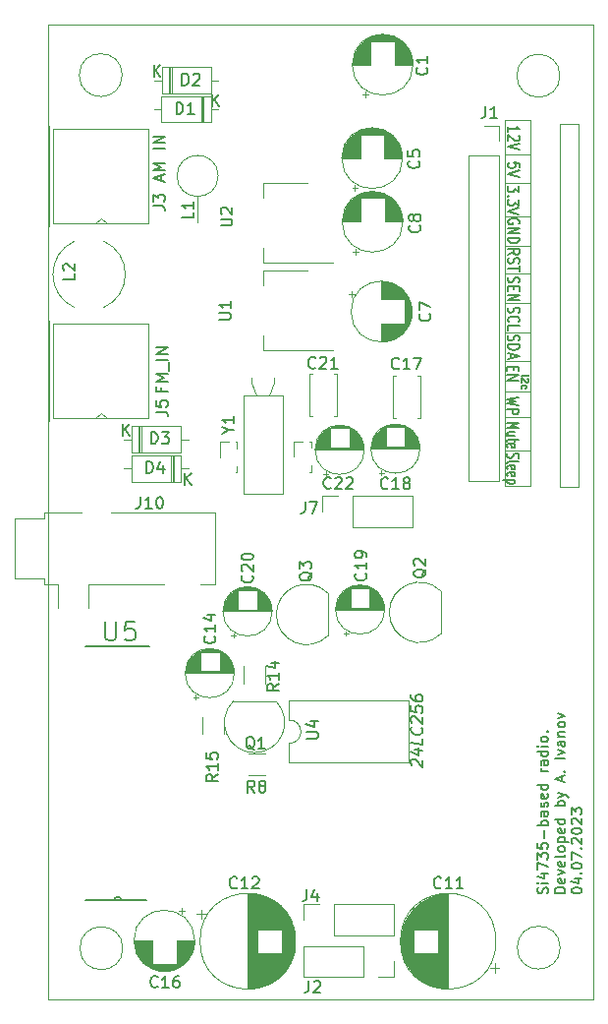
<source format=gbr>
%TF.GenerationSoftware,KiCad,Pcbnew,7.0.1*%
%TF.CreationDate,2023-09-27T13:21:00+00:00*%
%TF.ProjectId,SI4735,53493437-3335-42e6-9b69-6361645f7063,rev?*%
%TF.SameCoordinates,Original*%
%TF.FileFunction,Legend,Top*%
%TF.FilePolarity,Positive*%
%FSLAX45Y45*%
G04 Gerber Fmt 4.5, Leading zero omitted, Abs format (unit mm)*
G04 Created by KiCad (PCBNEW 7.0.1) date 2023-09-27 13:21:00*
%MOMM*%
%LPD*%
G01*
G04 APERTURE LIST*
%ADD10C,0.120000*%
%ADD11C,0.180000*%
%ADD12C,0.150000*%
%ADD13C,0.152400*%
%TA.AperFunction,Profile*%
%ADD14C,0.050000*%
%TD*%
%TA.AperFunction,Profile*%
%ADD15C,0.100000*%
%TD*%
G04 APERTURE END LIST*
D10*
X16432500Y-9050000D02*
X16650000Y-9050000D01*
X16430000Y-9835000D02*
X16650000Y-9835000D01*
X16430000Y-11090000D02*
X16650000Y-11090000D01*
X16432500Y-11592500D02*
X16652500Y-11592500D01*
X16430000Y-8750000D02*
X16652500Y-8750000D01*
X16652500Y-11902500D01*
X16430000Y-11902500D01*
X16430000Y-8750000D01*
X16432500Y-11310000D02*
X16652500Y-11310000D01*
X16432500Y-10830000D02*
X16652500Y-10830000D01*
X16432500Y-9580000D02*
X16652500Y-9580000D01*
X16432500Y-10326250D02*
X16652500Y-10326250D01*
X16432500Y-9290000D02*
X16652500Y-9290000D01*
X16432500Y-10580000D02*
X16652500Y-10580000D01*
X16430000Y-10075000D02*
X16650000Y-10075000D01*
D11*
X16799050Y-15410357D02*
X16803336Y-15397500D01*
X16803336Y-15397500D02*
X16803336Y-15376071D01*
X16803336Y-15376071D02*
X16799050Y-15367500D01*
X16799050Y-15367500D02*
X16794764Y-15363214D01*
X16794764Y-15363214D02*
X16786193Y-15358928D01*
X16786193Y-15358928D02*
X16777621Y-15358928D01*
X16777621Y-15358928D02*
X16769050Y-15363214D01*
X16769050Y-15363214D02*
X16764764Y-15367500D01*
X16764764Y-15367500D02*
X16760478Y-15376071D01*
X16760478Y-15376071D02*
X16756193Y-15393214D01*
X16756193Y-15393214D02*
X16751907Y-15401786D01*
X16751907Y-15401786D02*
X16747621Y-15406071D01*
X16747621Y-15406071D02*
X16739050Y-15410357D01*
X16739050Y-15410357D02*
X16730478Y-15410357D01*
X16730478Y-15410357D02*
X16721907Y-15406071D01*
X16721907Y-15406071D02*
X16717621Y-15401786D01*
X16717621Y-15401786D02*
X16713336Y-15393214D01*
X16713336Y-15393214D02*
X16713336Y-15371786D01*
X16713336Y-15371786D02*
X16717621Y-15358928D01*
X16803336Y-15320357D02*
X16743336Y-15320357D01*
X16713336Y-15320357D02*
X16717621Y-15324643D01*
X16717621Y-15324643D02*
X16721907Y-15320357D01*
X16721907Y-15320357D02*
X16717621Y-15316071D01*
X16717621Y-15316071D02*
X16713336Y-15320357D01*
X16713336Y-15320357D02*
X16721907Y-15320357D01*
X16743336Y-15238929D02*
X16803336Y-15238929D01*
X16709050Y-15260357D02*
X16773336Y-15281786D01*
X16773336Y-15281786D02*
X16773336Y-15226071D01*
X16713336Y-15200357D02*
X16713336Y-15140357D01*
X16713336Y-15140357D02*
X16803336Y-15178928D01*
X16713336Y-15114643D02*
X16713336Y-15058928D01*
X16713336Y-15058928D02*
X16747621Y-15088928D01*
X16747621Y-15088928D02*
X16747621Y-15076071D01*
X16747621Y-15076071D02*
X16751907Y-15067500D01*
X16751907Y-15067500D02*
X16756193Y-15063214D01*
X16756193Y-15063214D02*
X16764764Y-15058928D01*
X16764764Y-15058928D02*
X16786193Y-15058928D01*
X16786193Y-15058928D02*
X16794764Y-15063214D01*
X16794764Y-15063214D02*
X16799050Y-15067500D01*
X16799050Y-15067500D02*
X16803336Y-15076071D01*
X16803336Y-15076071D02*
X16803336Y-15101786D01*
X16803336Y-15101786D02*
X16799050Y-15110357D01*
X16799050Y-15110357D02*
X16794764Y-15114643D01*
X16713336Y-14977500D02*
X16713336Y-15020357D01*
X16713336Y-15020357D02*
X16756193Y-15024643D01*
X16756193Y-15024643D02*
X16751907Y-15020357D01*
X16751907Y-15020357D02*
X16747621Y-15011786D01*
X16747621Y-15011786D02*
X16747621Y-14990357D01*
X16747621Y-14990357D02*
X16751907Y-14981786D01*
X16751907Y-14981786D02*
X16756193Y-14977500D01*
X16756193Y-14977500D02*
X16764764Y-14973214D01*
X16764764Y-14973214D02*
X16786193Y-14973214D01*
X16786193Y-14973214D02*
X16794764Y-14977500D01*
X16794764Y-14977500D02*
X16799050Y-14981786D01*
X16799050Y-14981786D02*
X16803336Y-14990357D01*
X16803336Y-14990357D02*
X16803336Y-15011786D01*
X16803336Y-15011786D02*
X16799050Y-15020357D01*
X16799050Y-15020357D02*
X16794764Y-15024643D01*
X16769050Y-14934643D02*
X16769050Y-14866071D01*
X16803336Y-14823214D02*
X16713336Y-14823214D01*
X16747621Y-14823214D02*
X16743336Y-14814643D01*
X16743336Y-14814643D02*
X16743336Y-14797500D01*
X16743336Y-14797500D02*
X16747621Y-14788928D01*
X16747621Y-14788928D02*
X16751907Y-14784643D01*
X16751907Y-14784643D02*
X16760478Y-14780357D01*
X16760478Y-14780357D02*
X16786193Y-14780357D01*
X16786193Y-14780357D02*
X16794764Y-14784643D01*
X16794764Y-14784643D02*
X16799050Y-14788928D01*
X16799050Y-14788928D02*
X16803336Y-14797500D01*
X16803336Y-14797500D02*
X16803336Y-14814643D01*
X16803336Y-14814643D02*
X16799050Y-14823214D01*
X16803336Y-14703214D02*
X16756193Y-14703214D01*
X16756193Y-14703214D02*
X16747621Y-14707500D01*
X16747621Y-14707500D02*
X16743336Y-14716071D01*
X16743336Y-14716071D02*
X16743336Y-14733214D01*
X16743336Y-14733214D02*
X16747621Y-14741786D01*
X16799050Y-14703214D02*
X16803336Y-14711786D01*
X16803336Y-14711786D02*
X16803336Y-14733214D01*
X16803336Y-14733214D02*
X16799050Y-14741786D01*
X16799050Y-14741786D02*
X16790479Y-14746071D01*
X16790479Y-14746071D02*
X16781907Y-14746071D01*
X16781907Y-14746071D02*
X16773336Y-14741786D01*
X16773336Y-14741786D02*
X16769050Y-14733214D01*
X16769050Y-14733214D02*
X16769050Y-14711786D01*
X16769050Y-14711786D02*
X16764764Y-14703214D01*
X16799050Y-14664643D02*
X16803336Y-14656071D01*
X16803336Y-14656071D02*
X16803336Y-14638928D01*
X16803336Y-14638928D02*
X16799050Y-14630357D01*
X16799050Y-14630357D02*
X16790479Y-14626071D01*
X16790479Y-14626071D02*
X16786193Y-14626071D01*
X16786193Y-14626071D02*
X16777621Y-14630357D01*
X16777621Y-14630357D02*
X16773336Y-14638928D01*
X16773336Y-14638928D02*
X16773336Y-14651786D01*
X16773336Y-14651786D02*
X16769050Y-14660357D01*
X16769050Y-14660357D02*
X16760478Y-14664643D01*
X16760478Y-14664643D02*
X16756193Y-14664643D01*
X16756193Y-14664643D02*
X16747621Y-14660357D01*
X16747621Y-14660357D02*
X16743336Y-14651786D01*
X16743336Y-14651786D02*
X16743336Y-14638928D01*
X16743336Y-14638928D02*
X16747621Y-14630357D01*
X16799050Y-14553214D02*
X16803336Y-14561786D01*
X16803336Y-14561786D02*
X16803336Y-14578928D01*
X16803336Y-14578928D02*
X16799050Y-14587500D01*
X16799050Y-14587500D02*
X16790479Y-14591786D01*
X16790479Y-14591786D02*
X16756193Y-14591786D01*
X16756193Y-14591786D02*
X16747621Y-14587500D01*
X16747621Y-14587500D02*
X16743336Y-14578928D01*
X16743336Y-14578928D02*
X16743336Y-14561786D01*
X16743336Y-14561786D02*
X16747621Y-14553214D01*
X16747621Y-14553214D02*
X16756193Y-14548928D01*
X16756193Y-14548928D02*
X16764764Y-14548928D01*
X16764764Y-14548928D02*
X16773336Y-14591786D01*
X16803336Y-14471786D02*
X16713336Y-14471786D01*
X16799050Y-14471786D02*
X16803336Y-14480357D01*
X16803336Y-14480357D02*
X16803336Y-14497500D01*
X16803336Y-14497500D02*
X16799050Y-14506071D01*
X16799050Y-14506071D02*
X16794764Y-14510357D01*
X16794764Y-14510357D02*
X16786193Y-14514643D01*
X16786193Y-14514643D02*
X16760478Y-14514643D01*
X16760478Y-14514643D02*
X16751907Y-14510357D01*
X16751907Y-14510357D02*
X16747621Y-14506071D01*
X16747621Y-14506071D02*
X16743336Y-14497500D01*
X16743336Y-14497500D02*
X16743336Y-14480357D01*
X16743336Y-14480357D02*
X16747621Y-14471786D01*
X16803336Y-14360357D02*
X16743336Y-14360357D01*
X16760478Y-14360357D02*
X16751907Y-14356071D01*
X16751907Y-14356071D02*
X16747621Y-14351786D01*
X16747621Y-14351786D02*
X16743336Y-14343214D01*
X16743336Y-14343214D02*
X16743336Y-14334643D01*
X16803336Y-14266071D02*
X16756193Y-14266071D01*
X16756193Y-14266071D02*
X16747621Y-14270357D01*
X16747621Y-14270357D02*
X16743336Y-14278928D01*
X16743336Y-14278928D02*
X16743336Y-14296071D01*
X16743336Y-14296071D02*
X16747621Y-14304643D01*
X16799050Y-14266071D02*
X16803336Y-14274643D01*
X16803336Y-14274643D02*
X16803336Y-14296071D01*
X16803336Y-14296071D02*
X16799050Y-14304643D01*
X16799050Y-14304643D02*
X16790479Y-14308928D01*
X16790479Y-14308928D02*
X16781907Y-14308928D01*
X16781907Y-14308928D02*
X16773336Y-14304643D01*
X16773336Y-14304643D02*
X16769050Y-14296071D01*
X16769050Y-14296071D02*
X16769050Y-14274643D01*
X16769050Y-14274643D02*
X16764764Y-14266071D01*
X16803336Y-14184643D02*
X16713336Y-14184643D01*
X16799050Y-14184643D02*
X16803336Y-14193214D01*
X16803336Y-14193214D02*
X16803336Y-14210357D01*
X16803336Y-14210357D02*
X16799050Y-14218928D01*
X16799050Y-14218928D02*
X16794764Y-14223214D01*
X16794764Y-14223214D02*
X16786193Y-14227500D01*
X16786193Y-14227500D02*
X16760478Y-14227500D01*
X16760478Y-14227500D02*
X16751907Y-14223214D01*
X16751907Y-14223214D02*
X16747621Y-14218928D01*
X16747621Y-14218928D02*
X16743336Y-14210357D01*
X16743336Y-14210357D02*
X16743336Y-14193214D01*
X16743336Y-14193214D02*
X16747621Y-14184643D01*
X16803336Y-14141785D02*
X16743336Y-14141785D01*
X16713336Y-14141785D02*
X16717621Y-14146071D01*
X16717621Y-14146071D02*
X16721907Y-14141785D01*
X16721907Y-14141785D02*
X16717621Y-14137500D01*
X16717621Y-14137500D02*
X16713336Y-14141785D01*
X16713336Y-14141785D02*
X16721907Y-14141785D01*
X16803336Y-14086071D02*
X16799050Y-14094643D01*
X16799050Y-14094643D02*
X16794764Y-14098928D01*
X16794764Y-14098928D02*
X16786193Y-14103214D01*
X16786193Y-14103214D02*
X16760478Y-14103214D01*
X16760478Y-14103214D02*
X16751907Y-14098928D01*
X16751907Y-14098928D02*
X16747621Y-14094643D01*
X16747621Y-14094643D02*
X16743336Y-14086071D01*
X16743336Y-14086071D02*
X16743336Y-14073214D01*
X16743336Y-14073214D02*
X16747621Y-14064643D01*
X16747621Y-14064643D02*
X16751907Y-14060357D01*
X16751907Y-14060357D02*
X16760478Y-14056071D01*
X16760478Y-14056071D02*
X16786193Y-14056071D01*
X16786193Y-14056071D02*
X16794764Y-14060357D01*
X16794764Y-14060357D02*
X16799050Y-14064643D01*
X16799050Y-14064643D02*
X16803336Y-14073214D01*
X16803336Y-14073214D02*
X16803336Y-14086071D01*
X16794764Y-14017500D02*
X16799050Y-14013214D01*
X16799050Y-14013214D02*
X16803336Y-14017500D01*
X16803336Y-14017500D02*
X16799050Y-14021785D01*
X16799050Y-14021785D02*
X16794764Y-14017500D01*
X16794764Y-14017500D02*
X16803336Y-14017500D01*
X16949136Y-15406071D02*
X16859136Y-15406071D01*
X16859136Y-15406071D02*
X16859136Y-15384643D01*
X16859136Y-15384643D02*
X16863421Y-15371786D01*
X16863421Y-15371786D02*
X16871993Y-15363214D01*
X16871993Y-15363214D02*
X16880564Y-15358928D01*
X16880564Y-15358928D02*
X16897707Y-15354643D01*
X16897707Y-15354643D02*
X16910564Y-15354643D01*
X16910564Y-15354643D02*
X16927707Y-15358928D01*
X16927707Y-15358928D02*
X16936279Y-15363214D01*
X16936279Y-15363214D02*
X16944850Y-15371786D01*
X16944850Y-15371786D02*
X16949136Y-15384643D01*
X16949136Y-15384643D02*
X16949136Y-15406071D01*
X16944850Y-15281786D02*
X16949136Y-15290357D01*
X16949136Y-15290357D02*
X16949136Y-15307500D01*
X16949136Y-15307500D02*
X16944850Y-15316071D01*
X16944850Y-15316071D02*
X16936279Y-15320357D01*
X16936279Y-15320357D02*
X16901993Y-15320357D01*
X16901993Y-15320357D02*
X16893421Y-15316071D01*
X16893421Y-15316071D02*
X16889136Y-15307500D01*
X16889136Y-15307500D02*
X16889136Y-15290357D01*
X16889136Y-15290357D02*
X16893421Y-15281786D01*
X16893421Y-15281786D02*
X16901993Y-15277500D01*
X16901993Y-15277500D02*
X16910564Y-15277500D01*
X16910564Y-15277500D02*
X16919136Y-15320357D01*
X16889136Y-15247500D02*
X16949136Y-15226071D01*
X16949136Y-15226071D02*
X16889136Y-15204643D01*
X16944850Y-15136071D02*
X16949136Y-15144643D01*
X16949136Y-15144643D02*
X16949136Y-15161786D01*
X16949136Y-15161786D02*
X16944850Y-15170357D01*
X16944850Y-15170357D02*
X16936279Y-15174643D01*
X16936279Y-15174643D02*
X16901993Y-15174643D01*
X16901993Y-15174643D02*
X16893421Y-15170357D01*
X16893421Y-15170357D02*
X16889136Y-15161786D01*
X16889136Y-15161786D02*
X16889136Y-15144643D01*
X16889136Y-15144643D02*
X16893421Y-15136071D01*
X16893421Y-15136071D02*
X16901993Y-15131786D01*
X16901993Y-15131786D02*
X16910564Y-15131786D01*
X16910564Y-15131786D02*
X16919136Y-15174643D01*
X16949136Y-15080357D02*
X16944850Y-15088928D01*
X16944850Y-15088928D02*
X16936279Y-15093214D01*
X16936279Y-15093214D02*
X16859136Y-15093214D01*
X16949136Y-15033214D02*
X16944850Y-15041786D01*
X16944850Y-15041786D02*
X16940564Y-15046071D01*
X16940564Y-15046071D02*
X16931993Y-15050357D01*
X16931993Y-15050357D02*
X16906279Y-15050357D01*
X16906279Y-15050357D02*
X16897707Y-15046071D01*
X16897707Y-15046071D02*
X16893421Y-15041786D01*
X16893421Y-15041786D02*
X16889136Y-15033214D01*
X16889136Y-15033214D02*
X16889136Y-15020357D01*
X16889136Y-15020357D02*
X16893421Y-15011786D01*
X16893421Y-15011786D02*
X16897707Y-15007500D01*
X16897707Y-15007500D02*
X16906279Y-15003214D01*
X16906279Y-15003214D02*
X16931993Y-15003214D01*
X16931993Y-15003214D02*
X16940564Y-15007500D01*
X16940564Y-15007500D02*
X16944850Y-15011786D01*
X16944850Y-15011786D02*
X16949136Y-15020357D01*
X16949136Y-15020357D02*
X16949136Y-15033214D01*
X16889136Y-14964643D02*
X16979136Y-14964643D01*
X16893421Y-14964643D02*
X16889136Y-14956071D01*
X16889136Y-14956071D02*
X16889136Y-14938928D01*
X16889136Y-14938928D02*
X16893421Y-14930357D01*
X16893421Y-14930357D02*
X16897707Y-14926071D01*
X16897707Y-14926071D02*
X16906279Y-14921785D01*
X16906279Y-14921785D02*
X16931993Y-14921785D01*
X16931993Y-14921785D02*
X16940564Y-14926071D01*
X16940564Y-14926071D02*
X16944850Y-14930357D01*
X16944850Y-14930357D02*
X16949136Y-14938928D01*
X16949136Y-14938928D02*
X16949136Y-14956071D01*
X16949136Y-14956071D02*
X16944850Y-14964643D01*
X16944850Y-14848928D02*
X16949136Y-14857500D01*
X16949136Y-14857500D02*
X16949136Y-14874643D01*
X16949136Y-14874643D02*
X16944850Y-14883214D01*
X16944850Y-14883214D02*
X16936279Y-14887500D01*
X16936279Y-14887500D02*
X16901993Y-14887500D01*
X16901993Y-14887500D02*
X16893421Y-14883214D01*
X16893421Y-14883214D02*
X16889136Y-14874643D01*
X16889136Y-14874643D02*
X16889136Y-14857500D01*
X16889136Y-14857500D02*
X16893421Y-14848928D01*
X16893421Y-14848928D02*
X16901993Y-14844643D01*
X16901993Y-14844643D02*
X16910564Y-14844643D01*
X16910564Y-14844643D02*
X16919136Y-14887500D01*
X16949136Y-14767500D02*
X16859136Y-14767500D01*
X16944850Y-14767500D02*
X16949136Y-14776071D01*
X16949136Y-14776071D02*
X16949136Y-14793214D01*
X16949136Y-14793214D02*
X16944850Y-14801785D01*
X16944850Y-14801785D02*
X16940564Y-14806071D01*
X16940564Y-14806071D02*
X16931993Y-14810357D01*
X16931993Y-14810357D02*
X16906279Y-14810357D01*
X16906279Y-14810357D02*
X16897707Y-14806071D01*
X16897707Y-14806071D02*
X16893421Y-14801785D01*
X16893421Y-14801785D02*
X16889136Y-14793214D01*
X16889136Y-14793214D02*
X16889136Y-14776071D01*
X16889136Y-14776071D02*
X16893421Y-14767500D01*
X16949136Y-14656071D02*
X16859136Y-14656071D01*
X16893421Y-14656071D02*
X16889136Y-14647500D01*
X16889136Y-14647500D02*
X16889136Y-14630357D01*
X16889136Y-14630357D02*
X16893421Y-14621785D01*
X16893421Y-14621785D02*
X16897707Y-14617500D01*
X16897707Y-14617500D02*
X16906279Y-14613214D01*
X16906279Y-14613214D02*
X16931993Y-14613214D01*
X16931993Y-14613214D02*
X16940564Y-14617500D01*
X16940564Y-14617500D02*
X16944850Y-14621785D01*
X16944850Y-14621785D02*
X16949136Y-14630357D01*
X16949136Y-14630357D02*
X16949136Y-14647500D01*
X16949136Y-14647500D02*
X16944850Y-14656071D01*
X16889136Y-14583214D02*
X16949136Y-14561785D01*
X16889136Y-14540357D02*
X16949136Y-14561785D01*
X16949136Y-14561785D02*
X16970564Y-14570357D01*
X16970564Y-14570357D02*
X16974850Y-14574643D01*
X16974850Y-14574643D02*
X16979136Y-14583214D01*
X16923421Y-14441785D02*
X16923421Y-14398928D01*
X16949136Y-14450357D02*
X16859136Y-14420357D01*
X16859136Y-14420357D02*
X16949136Y-14390357D01*
X16940564Y-14360357D02*
X16944850Y-14356071D01*
X16944850Y-14356071D02*
X16949136Y-14360357D01*
X16949136Y-14360357D02*
X16944850Y-14364643D01*
X16944850Y-14364643D02*
X16940564Y-14360357D01*
X16940564Y-14360357D02*
X16949136Y-14360357D01*
X16949136Y-14248928D02*
X16859136Y-14248928D01*
X16889136Y-14214643D02*
X16949136Y-14193214D01*
X16949136Y-14193214D02*
X16889136Y-14171786D01*
X16949136Y-14098928D02*
X16901993Y-14098928D01*
X16901993Y-14098928D02*
X16893421Y-14103214D01*
X16893421Y-14103214D02*
X16889136Y-14111786D01*
X16889136Y-14111786D02*
X16889136Y-14128928D01*
X16889136Y-14128928D02*
X16893421Y-14137500D01*
X16944850Y-14098928D02*
X16949136Y-14107500D01*
X16949136Y-14107500D02*
X16949136Y-14128928D01*
X16949136Y-14128928D02*
X16944850Y-14137500D01*
X16944850Y-14137500D02*
X16936279Y-14141786D01*
X16936279Y-14141786D02*
X16927707Y-14141786D01*
X16927707Y-14141786D02*
X16919136Y-14137500D01*
X16919136Y-14137500D02*
X16914850Y-14128928D01*
X16914850Y-14128928D02*
X16914850Y-14107500D01*
X16914850Y-14107500D02*
X16910564Y-14098928D01*
X16889136Y-14056071D02*
X16949136Y-14056071D01*
X16897707Y-14056071D02*
X16893421Y-14051786D01*
X16893421Y-14051786D02*
X16889136Y-14043214D01*
X16889136Y-14043214D02*
X16889136Y-14030357D01*
X16889136Y-14030357D02*
X16893421Y-14021786D01*
X16893421Y-14021786D02*
X16901993Y-14017500D01*
X16901993Y-14017500D02*
X16949136Y-14017500D01*
X16949136Y-13961785D02*
X16944850Y-13970357D01*
X16944850Y-13970357D02*
X16940564Y-13974643D01*
X16940564Y-13974643D02*
X16931993Y-13978928D01*
X16931993Y-13978928D02*
X16906279Y-13978928D01*
X16906279Y-13978928D02*
X16897707Y-13974643D01*
X16897707Y-13974643D02*
X16893421Y-13970357D01*
X16893421Y-13970357D02*
X16889136Y-13961785D01*
X16889136Y-13961785D02*
X16889136Y-13948928D01*
X16889136Y-13948928D02*
X16893421Y-13940357D01*
X16893421Y-13940357D02*
X16897707Y-13936071D01*
X16897707Y-13936071D02*
X16906279Y-13931785D01*
X16906279Y-13931785D02*
X16931993Y-13931785D01*
X16931993Y-13931785D02*
X16940564Y-13936071D01*
X16940564Y-13936071D02*
X16944850Y-13940357D01*
X16944850Y-13940357D02*
X16949136Y-13948928D01*
X16949136Y-13948928D02*
X16949136Y-13961785D01*
X16889136Y-13901785D02*
X16949136Y-13880357D01*
X16949136Y-13880357D02*
X16889136Y-13858928D01*
X17004936Y-15388928D02*
X17004936Y-15380357D01*
X17004936Y-15380357D02*
X17009221Y-15371786D01*
X17009221Y-15371786D02*
X17013507Y-15367500D01*
X17013507Y-15367500D02*
X17022079Y-15363214D01*
X17022079Y-15363214D02*
X17039221Y-15358928D01*
X17039221Y-15358928D02*
X17060650Y-15358928D01*
X17060650Y-15358928D02*
X17077793Y-15363214D01*
X17077793Y-15363214D02*
X17086364Y-15367500D01*
X17086364Y-15367500D02*
X17090650Y-15371786D01*
X17090650Y-15371786D02*
X17094936Y-15380357D01*
X17094936Y-15380357D02*
X17094936Y-15388928D01*
X17094936Y-15388928D02*
X17090650Y-15397500D01*
X17090650Y-15397500D02*
X17086364Y-15401786D01*
X17086364Y-15401786D02*
X17077793Y-15406071D01*
X17077793Y-15406071D02*
X17060650Y-15410357D01*
X17060650Y-15410357D02*
X17039221Y-15410357D01*
X17039221Y-15410357D02*
X17022079Y-15406071D01*
X17022079Y-15406071D02*
X17013507Y-15401786D01*
X17013507Y-15401786D02*
X17009221Y-15397500D01*
X17009221Y-15397500D02*
X17004936Y-15388928D01*
X17034936Y-15281786D02*
X17094936Y-15281786D01*
X17000650Y-15303214D02*
X17064936Y-15324643D01*
X17064936Y-15324643D02*
X17064936Y-15268928D01*
X17086364Y-15234643D02*
X17090650Y-15230357D01*
X17090650Y-15230357D02*
X17094936Y-15234643D01*
X17094936Y-15234643D02*
X17090650Y-15238928D01*
X17090650Y-15238928D02*
X17086364Y-15234643D01*
X17086364Y-15234643D02*
X17094936Y-15234643D01*
X17004936Y-15174643D02*
X17004936Y-15166071D01*
X17004936Y-15166071D02*
X17009221Y-15157500D01*
X17009221Y-15157500D02*
X17013507Y-15153214D01*
X17013507Y-15153214D02*
X17022079Y-15148928D01*
X17022079Y-15148928D02*
X17039221Y-15144643D01*
X17039221Y-15144643D02*
X17060650Y-15144643D01*
X17060650Y-15144643D02*
X17077793Y-15148928D01*
X17077793Y-15148928D02*
X17086364Y-15153214D01*
X17086364Y-15153214D02*
X17090650Y-15157500D01*
X17090650Y-15157500D02*
X17094936Y-15166071D01*
X17094936Y-15166071D02*
X17094936Y-15174643D01*
X17094936Y-15174643D02*
X17090650Y-15183214D01*
X17090650Y-15183214D02*
X17086364Y-15187500D01*
X17086364Y-15187500D02*
X17077793Y-15191786D01*
X17077793Y-15191786D02*
X17060650Y-15196071D01*
X17060650Y-15196071D02*
X17039221Y-15196071D01*
X17039221Y-15196071D02*
X17022079Y-15191786D01*
X17022079Y-15191786D02*
X17013507Y-15187500D01*
X17013507Y-15187500D02*
X17009221Y-15183214D01*
X17009221Y-15183214D02*
X17004936Y-15174643D01*
X17004936Y-15114643D02*
X17004936Y-15054643D01*
X17004936Y-15054643D02*
X17094936Y-15093214D01*
X17086364Y-15020357D02*
X17090650Y-15016071D01*
X17090650Y-15016071D02*
X17094936Y-15020357D01*
X17094936Y-15020357D02*
X17090650Y-15024643D01*
X17090650Y-15024643D02*
X17086364Y-15020357D01*
X17086364Y-15020357D02*
X17094936Y-15020357D01*
X17013507Y-14981786D02*
X17009221Y-14977500D01*
X17009221Y-14977500D02*
X17004936Y-14968929D01*
X17004936Y-14968929D02*
X17004936Y-14947500D01*
X17004936Y-14947500D02*
X17009221Y-14938929D01*
X17009221Y-14938929D02*
X17013507Y-14934643D01*
X17013507Y-14934643D02*
X17022079Y-14930357D01*
X17022079Y-14930357D02*
X17030650Y-14930357D01*
X17030650Y-14930357D02*
X17043507Y-14934643D01*
X17043507Y-14934643D02*
X17094936Y-14986071D01*
X17094936Y-14986071D02*
X17094936Y-14930357D01*
X17004936Y-14874643D02*
X17004936Y-14866071D01*
X17004936Y-14866071D02*
X17009221Y-14857500D01*
X17009221Y-14857500D02*
X17013507Y-14853214D01*
X17013507Y-14853214D02*
X17022079Y-14848928D01*
X17022079Y-14848928D02*
X17039221Y-14844643D01*
X17039221Y-14844643D02*
X17060650Y-14844643D01*
X17060650Y-14844643D02*
X17077793Y-14848928D01*
X17077793Y-14848928D02*
X17086364Y-14853214D01*
X17086364Y-14853214D02*
X17090650Y-14857500D01*
X17090650Y-14857500D02*
X17094936Y-14866071D01*
X17094936Y-14866071D02*
X17094936Y-14874643D01*
X17094936Y-14874643D02*
X17090650Y-14883214D01*
X17090650Y-14883214D02*
X17086364Y-14887500D01*
X17086364Y-14887500D02*
X17077793Y-14891786D01*
X17077793Y-14891786D02*
X17060650Y-14896071D01*
X17060650Y-14896071D02*
X17039221Y-14896071D01*
X17039221Y-14896071D02*
X17022079Y-14891786D01*
X17022079Y-14891786D02*
X17013507Y-14887500D01*
X17013507Y-14887500D02*
X17009221Y-14883214D01*
X17009221Y-14883214D02*
X17004936Y-14874643D01*
X17013507Y-14810357D02*
X17009221Y-14806071D01*
X17009221Y-14806071D02*
X17004936Y-14797500D01*
X17004936Y-14797500D02*
X17004936Y-14776071D01*
X17004936Y-14776071D02*
X17009221Y-14767500D01*
X17009221Y-14767500D02*
X17013507Y-14763214D01*
X17013507Y-14763214D02*
X17022079Y-14758928D01*
X17022079Y-14758928D02*
X17030650Y-14758928D01*
X17030650Y-14758928D02*
X17043507Y-14763214D01*
X17043507Y-14763214D02*
X17094936Y-14814643D01*
X17094936Y-14814643D02*
X17094936Y-14758928D01*
X17004936Y-14728928D02*
X17004936Y-14673214D01*
X17004936Y-14673214D02*
X17039221Y-14703214D01*
X17039221Y-14703214D02*
X17039221Y-14690357D01*
X17039221Y-14690357D02*
X17043507Y-14681786D01*
X17043507Y-14681786D02*
X17047793Y-14677500D01*
X17047793Y-14677500D02*
X17056364Y-14673214D01*
X17056364Y-14673214D02*
X17077793Y-14673214D01*
X17077793Y-14673214D02*
X17086364Y-14677500D01*
X17086364Y-14677500D02*
X17090650Y-14681786D01*
X17090650Y-14681786D02*
X17094936Y-14690357D01*
X17094936Y-14690357D02*
X17094936Y-14716071D01*
X17094936Y-14716071D02*
X17090650Y-14724643D01*
X17090650Y-14724643D02*
X17086364Y-14728928D01*
D12*
X16456238Y-9908691D02*
X16503857Y-9882024D01*
X16456238Y-9862976D02*
X16556238Y-9862976D01*
X16556238Y-9862976D02*
X16556238Y-9893452D01*
X16556238Y-9893452D02*
X16551476Y-9901071D01*
X16551476Y-9901071D02*
X16546714Y-9904881D01*
X16546714Y-9904881D02*
X16537190Y-9908691D01*
X16537190Y-9908691D02*
X16522905Y-9908691D01*
X16522905Y-9908691D02*
X16513381Y-9904881D01*
X16513381Y-9904881D02*
X16508619Y-9901071D01*
X16508619Y-9901071D02*
X16503857Y-9893452D01*
X16503857Y-9893452D02*
X16503857Y-9862976D01*
X16461000Y-9939167D02*
X16456238Y-9950595D01*
X16456238Y-9950595D02*
X16456238Y-9969643D01*
X16456238Y-9969643D02*
X16461000Y-9977262D01*
X16461000Y-9977262D02*
X16465762Y-9981071D01*
X16465762Y-9981071D02*
X16475286Y-9984881D01*
X16475286Y-9984881D02*
X16484809Y-9984881D01*
X16484809Y-9984881D02*
X16494333Y-9981071D01*
X16494333Y-9981071D02*
X16499095Y-9977262D01*
X16499095Y-9977262D02*
X16503857Y-9969643D01*
X16503857Y-9969643D02*
X16508619Y-9954405D01*
X16508619Y-9954405D02*
X16513381Y-9946786D01*
X16513381Y-9946786D02*
X16518143Y-9942976D01*
X16518143Y-9942976D02*
X16527667Y-9939167D01*
X16527667Y-9939167D02*
X16537190Y-9939167D01*
X16537190Y-9939167D02*
X16546714Y-9942976D01*
X16546714Y-9942976D02*
X16551476Y-9946786D01*
X16551476Y-9946786D02*
X16556238Y-9954405D01*
X16556238Y-9954405D02*
X16556238Y-9973452D01*
X16556238Y-9973452D02*
X16551476Y-9984881D01*
X16556238Y-10007738D02*
X16556238Y-10053452D01*
X16456238Y-10030595D02*
X16556238Y-10030595D01*
X16461000Y-10605357D02*
X16456238Y-10616786D01*
X16456238Y-10616786D02*
X16456238Y-10635833D01*
X16456238Y-10635833D02*
X16461000Y-10643452D01*
X16461000Y-10643452D02*
X16465762Y-10647262D01*
X16465762Y-10647262D02*
X16475286Y-10651071D01*
X16475286Y-10651071D02*
X16484809Y-10651071D01*
X16484809Y-10651071D02*
X16494333Y-10647262D01*
X16494333Y-10647262D02*
X16499095Y-10643452D01*
X16499095Y-10643452D02*
X16503857Y-10635833D01*
X16503857Y-10635833D02*
X16508619Y-10620595D01*
X16508619Y-10620595D02*
X16513381Y-10612976D01*
X16513381Y-10612976D02*
X16518143Y-10609167D01*
X16518143Y-10609167D02*
X16527667Y-10605357D01*
X16527667Y-10605357D02*
X16537190Y-10605357D01*
X16537190Y-10605357D02*
X16546714Y-10609167D01*
X16546714Y-10609167D02*
X16551476Y-10612976D01*
X16551476Y-10612976D02*
X16556238Y-10620595D01*
X16556238Y-10620595D02*
X16556238Y-10639643D01*
X16556238Y-10639643D02*
X16551476Y-10651071D01*
X16456238Y-10685357D02*
X16556238Y-10685357D01*
X16556238Y-10685357D02*
X16556238Y-10704405D01*
X16556238Y-10704405D02*
X16551476Y-10715833D01*
X16551476Y-10715833D02*
X16541952Y-10723452D01*
X16541952Y-10723452D02*
X16532428Y-10727262D01*
X16532428Y-10727262D02*
X16513381Y-10731072D01*
X16513381Y-10731072D02*
X16499095Y-10731072D01*
X16499095Y-10731072D02*
X16480048Y-10727262D01*
X16480048Y-10727262D02*
X16470524Y-10723452D01*
X16470524Y-10723452D02*
X16461000Y-10715833D01*
X16461000Y-10715833D02*
X16456238Y-10704405D01*
X16456238Y-10704405D02*
X16456238Y-10685357D01*
X16484809Y-10761548D02*
X16484809Y-10799643D01*
X16456238Y-10753929D02*
X16556238Y-10780595D01*
X16556238Y-10780595D02*
X16456238Y-10807262D01*
X16503619Y-10873452D02*
X16503619Y-10900119D01*
X16451238Y-10911548D02*
X16451238Y-10873452D01*
X16451238Y-10873452D02*
X16551238Y-10873452D01*
X16551238Y-10873452D02*
X16551238Y-10911548D01*
X16451238Y-10945833D02*
X16551238Y-10945833D01*
X16551238Y-10945833D02*
X16451238Y-10991548D01*
X16451238Y-10991548D02*
X16551238Y-10991548D01*
X16558738Y-9159762D02*
X16558738Y-9121667D01*
X16558738Y-9121667D02*
X16511119Y-9117857D01*
X16511119Y-9117857D02*
X16515881Y-9121667D01*
X16515881Y-9121667D02*
X16520643Y-9129286D01*
X16520643Y-9129286D02*
X16520643Y-9148333D01*
X16520643Y-9148333D02*
X16515881Y-9155952D01*
X16515881Y-9155952D02*
X16511119Y-9159762D01*
X16511119Y-9159762D02*
X16501595Y-9163571D01*
X16501595Y-9163571D02*
X16477786Y-9163571D01*
X16477786Y-9163571D02*
X16468262Y-9159762D01*
X16468262Y-9159762D02*
X16463500Y-9155952D01*
X16463500Y-9155952D02*
X16458738Y-9148333D01*
X16458738Y-9148333D02*
X16458738Y-9129286D01*
X16458738Y-9129286D02*
X16463500Y-9121667D01*
X16463500Y-9121667D02*
X16468262Y-9117857D01*
X16558738Y-9186429D02*
X16458738Y-9213095D01*
X16458738Y-9213095D02*
X16558738Y-9239762D01*
X16456000Y-11622500D02*
X16451238Y-11632500D01*
X16451238Y-11632500D02*
X16451238Y-11649167D01*
X16451238Y-11649167D02*
X16456000Y-11655833D01*
X16456000Y-11655833D02*
X16460762Y-11659167D01*
X16460762Y-11659167D02*
X16470286Y-11662500D01*
X16470286Y-11662500D02*
X16479809Y-11662500D01*
X16479809Y-11662500D02*
X16489333Y-11659167D01*
X16489333Y-11659167D02*
X16494095Y-11655833D01*
X16494095Y-11655833D02*
X16498857Y-11649167D01*
X16498857Y-11649167D02*
X16503619Y-11635833D01*
X16503619Y-11635833D02*
X16508381Y-11629167D01*
X16508381Y-11629167D02*
X16513143Y-11625833D01*
X16513143Y-11625833D02*
X16522667Y-11622500D01*
X16522667Y-11622500D02*
X16532190Y-11622500D01*
X16532190Y-11622500D02*
X16541714Y-11625833D01*
X16541714Y-11625833D02*
X16546476Y-11629167D01*
X16546476Y-11629167D02*
X16551238Y-11635833D01*
X16551238Y-11635833D02*
X16551238Y-11652500D01*
X16551238Y-11652500D02*
X16546476Y-11662500D01*
X16451238Y-11702500D02*
X16456000Y-11695833D01*
X16456000Y-11695833D02*
X16465524Y-11692500D01*
X16465524Y-11692500D02*
X16551238Y-11692500D01*
X16456000Y-11755833D02*
X16451238Y-11749167D01*
X16451238Y-11749167D02*
X16451238Y-11735833D01*
X16451238Y-11735833D02*
X16456000Y-11729167D01*
X16456000Y-11729167D02*
X16465524Y-11725833D01*
X16465524Y-11725833D02*
X16503619Y-11725833D01*
X16503619Y-11725833D02*
X16513143Y-11729167D01*
X16513143Y-11729167D02*
X16517905Y-11735833D01*
X16517905Y-11735833D02*
X16517905Y-11749167D01*
X16517905Y-11749167D02*
X16513143Y-11755833D01*
X16513143Y-11755833D02*
X16503619Y-11759167D01*
X16503619Y-11759167D02*
X16494095Y-11759167D01*
X16494095Y-11759167D02*
X16484571Y-11725833D01*
X16456000Y-11815833D02*
X16451238Y-11809167D01*
X16451238Y-11809167D02*
X16451238Y-11795833D01*
X16451238Y-11795833D02*
X16456000Y-11789167D01*
X16456000Y-11789167D02*
X16465524Y-11785833D01*
X16465524Y-11785833D02*
X16503619Y-11785833D01*
X16503619Y-11785833D02*
X16513143Y-11789167D01*
X16513143Y-11789167D02*
X16517905Y-11795833D01*
X16517905Y-11795833D02*
X16517905Y-11809167D01*
X16517905Y-11809167D02*
X16513143Y-11815833D01*
X16513143Y-11815833D02*
X16503619Y-11819167D01*
X16503619Y-11819167D02*
X16494095Y-11819167D01*
X16494095Y-11819167D02*
X16484571Y-11785833D01*
X16517905Y-11849167D02*
X16417905Y-11849167D01*
X16513143Y-11849167D02*
X16517905Y-11855833D01*
X16517905Y-11855833D02*
X16517905Y-11869167D01*
X16517905Y-11869167D02*
X16513143Y-11875833D01*
X16513143Y-11875833D02*
X16508381Y-11879167D01*
X16508381Y-11879167D02*
X16498857Y-11882500D01*
X16498857Y-11882500D02*
X16470286Y-11882500D01*
X16470286Y-11882500D02*
X16460762Y-11879167D01*
X16460762Y-11879167D02*
X16456000Y-11875833D01*
X16456000Y-11875833D02*
X16451238Y-11869167D01*
X16451238Y-11869167D02*
X16451238Y-11855833D01*
X16451238Y-11855833D02*
X16456000Y-11849167D01*
X13470190Y-9277738D02*
X13470190Y-9230119D01*
X13498762Y-9287262D02*
X13398762Y-9253929D01*
X13398762Y-9253929D02*
X13498762Y-9220595D01*
X13498762Y-9187262D02*
X13398762Y-9187262D01*
X13398762Y-9187262D02*
X13470190Y-9153929D01*
X13470190Y-9153929D02*
X13398762Y-9120595D01*
X13398762Y-9120595D02*
X13498762Y-9120595D01*
X13498762Y-8996786D02*
X13398762Y-8996786D01*
X13498762Y-8949167D02*
X13398762Y-8949167D01*
X13398762Y-8949167D02*
X13498762Y-8892024D01*
X13498762Y-8892024D02*
X13398762Y-8892024D01*
X16551476Y-9644048D02*
X16556238Y-9636429D01*
X16556238Y-9636429D02*
X16556238Y-9625000D01*
X16556238Y-9625000D02*
X16551476Y-9613571D01*
X16551476Y-9613571D02*
X16541952Y-9605952D01*
X16541952Y-9605952D02*
X16532428Y-9602143D01*
X16532428Y-9602143D02*
X16513381Y-9598333D01*
X16513381Y-9598333D02*
X16499095Y-9598333D01*
X16499095Y-9598333D02*
X16480048Y-9602143D01*
X16480048Y-9602143D02*
X16470524Y-9605952D01*
X16470524Y-9605952D02*
X16461000Y-9613571D01*
X16461000Y-9613571D02*
X16456238Y-9625000D01*
X16456238Y-9625000D02*
X16456238Y-9632619D01*
X16456238Y-9632619D02*
X16461000Y-9644048D01*
X16461000Y-9644048D02*
X16465762Y-9647857D01*
X16465762Y-9647857D02*
X16499095Y-9647857D01*
X16499095Y-9647857D02*
X16499095Y-9632619D01*
X16456238Y-9682143D02*
X16556238Y-9682143D01*
X16556238Y-9682143D02*
X16456238Y-9727857D01*
X16456238Y-9727857D02*
X16556238Y-9727857D01*
X16456238Y-9765952D02*
X16556238Y-9765952D01*
X16556238Y-9765952D02*
X16556238Y-9785000D01*
X16556238Y-9785000D02*
X16551476Y-9796429D01*
X16551476Y-9796429D02*
X16541952Y-9804048D01*
X16541952Y-9804048D02*
X16532428Y-9807857D01*
X16532428Y-9807857D02*
X16513381Y-9811667D01*
X16513381Y-9811667D02*
X16499095Y-9811667D01*
X16499095Y-9811667D02*
X16480048Y-9807857D01*
X16480048Y-9807857D02*
X16470524Y-9804048D01*
X16470524Y-9804048D02*
X16461000Y-9796429D01*
X16461000Y-9796429D02*
X16456238Y-9785000D01*
X16456238Y-9785000D02*
X16456238Y-9765952D01*
X16574743Y-10950714D02*
X16614743Y-10950714D01*
X16634743Y-10950714D02*
X16631886Y-10947857D01*
X16631886Y-10947857D02*
X16629028Y-10950714D01*
X16629028Y-10950714D02*
X16631886Y-10953571D01*
X16631886Y-10953571D02*
X16634743Y-10950714D01*
X16634743Y-10950714D02*
X16629028Y-10950714D01*
X16629028Y-10976429D02*
X16631886Y-10979286D01*
X16631886Y-10979286D02*
X16634743Y-10985000D01*
X16634743Y-10985000D02*
X16634743Y-10999286D01*
X16634743Y-10999286D02*
X16631886Y-11005000D01*
X16631886Y-11005000D02*
X16629028Y-11007857D01*
X16629028Y-11007857D02*
X16623314Y-11010714D01*
X16623314Y-11010714D02*
X16617600Y-11010714D01*
X16617600Y-11010714D02*
X16609028Y-11007857D01*
X16609028Y-11007857D02*
X16574743Y-10973571D01*
X16574743Y-10973571D02*
X16574743Y-11010714D01*
X16577600Y-11062143D02*
X16574743Y-11056429D01*
X16574743Y-11056429D02*
X16574743Y-11045000D01*
X16574743Y-11045000D02*
X16577600Y-11039286D01*
X16577600Y-11039286D02*
X16580457Y-11036429D01*
X16580457Y-11036429D02*
X16586171Y-11033571D01*
X16586171Y-11033571D02*
X16603314Y-11033571D01*
X16603314Y-11033571D02*
X16609028Y-11036429D01*
X16609028Y-11036429D02*
X16611886Y-11039286D01*
X16611886Y-11039286D02*
X16614743Y-11045000D01*
X16614743Y-11045000D02*
X16614743Y-11056429D01*
X16614743Y-11056429D02*
X16611886Y-11062143D01*
X16461000Y-10364762D02*
X16456238Y-10376190D01*
X16456238Y-10376190D02*
X16456238Y-10395238D01*
X16456238Y-10395238D02*
X16461000Y-10402857D01*
X16461000Y-10402857D02*
X16465762Y-10406667D01*
X16465762Y-10406667D02*
X16475286Y-10410476D01*
X16475286Y-10410476D02*
X16484809Y-10410476D01*
X16484809Y-10410476D02*
X16494333Y-10406667D01*
X16494333Y-10406667D02*
X16499095Y-10402857D01*
X16499095Y-10402857D02*
X16503857Y-10395238D01*
X16503857Y-10395238D02*
X16508619Y-10380000D01*
X16508619Y-10380000D02*
X16513381Y-10372381D01*
X16513381Y-10372381D02*
X16518143Y-10368571D01*
X16518143Y-10368571D02*
X16527667Y-10364762D01*
X16527667Y-10364762D02*
X16537190Y-10364762D01*
X16537190Y-10364762D02*
X16546714Y-10368571D01*
X16546714Y-10368571D02*
X16551476Y-10372381D01*
X16551476Y-10372381D02*
X16556238Y-10380000D01*
X16556238Y-10380000D02*
X16556238Y-10399048D01*
X16556238Y-10399048D02*
X16551476Y-10410476D01*
X16465762Y-10490476D02*
X16461000Y-10486667D01*
X16461000Y-10486667D02*
X16456238Y-10475238D01*
X16456238Y-10475238D02*
X16456238Y-10467619D01*
X16456238Y-10467619D02*
X16461000Y-10456190D01*
X16461000Y-10456190D02*
X16470524Y-10448571D01*
X16470524Y-10448571D02*
X16480048Y-10444762D01*
X16480048Y-10444762D02*
X16499095Y-10440952D01*
X16499095Y-10440952D02*
X16513381Y-10440952D01*
X16513381Y-10440952D02*
X16532428Y-10444762D01*
X16532428Y-10444762D02*
X16541952Y-10448571D01*
X16541952Y-10448571D02*
X16551476Y-10456190D01*
X16551476Y-10456190D02*
X16556238Y-10467619D01*
X16556238Y-10467619D02*
X16556238Y-10475238D01*
X16556238Y-10475238D02*
X16551476Y-10486667D01*
X16551476Y-10486667D02*
X16546714Y-10490476D01*
X16456238Y-10562857D02*
X16456238Y-10524762D01*
X16456238Y-10524762D02*
X16556238Y-10524762D01*
X16458738Y-8852976D02*
X16458738Y-8807262D01*
X16458738Y-8830119D02*
X16558738Y-8830119D01*
X16558738Y-8830119D02*
X16544452Y-8822500D01*
X16544452Y-8822500D02*
X16534928Y-8814881D01*
X16534928Y-8814881D02*
X16530167Y-8807262D01*
X16549214Y-8883452D02*
X16553976Y-8887262D01*
X16553976Y-8887262D02*
X16558738Y-8894881D01*
X16558738Y-8894881D02*
X16558738Y-8913929D01*
X16558738Y-8913929D02*
X16553976Y-8921548D01*
X16553976Y-8921548D02*
X16549214Y-8925357D01*
X16549214Y-8925357D02*
X16539690Y-8929167D01*
X16539690Y-8929167D02*
X16530167Y-8929167D01*
X16530167Y-8929167D02*
X16515881Y-8925357D01*
X16515881Y-8925357D02*
X16458738Y-8879643D01*
X16458738Y-8879643D02*
X16458738Y-8929167D01*
X16558738Y-8952024D02*
X16458738Y-8978691D01*
X16458738Y-8978691D02*
X16558738Y-9005357D01*
X16548738Y-11138214D02*
X16448738Y-11157262D01*
X16448738Y-11157262D02*
X16520167Y-11172500D01*
X16520167Y-11172500D02*
X16448738Y-11187738D01*
X16448738Y-11187738D02*
X16548738Y-11206786D01*
X16448738Y-11237262D02*
X16548738Y-11237262D01*
X16548738Y-11237262D02*
X16548738Y-11267738D01*
X16548738Y-11267738D02*
X16543976Y-11275357D01*
X16543976Y-11275357D02*
X16539214Y-11279167D01*
X16539214Y-11279167D02*
X16529690Y-11282976D01*
X16529690Y-11282976D02*
X16515405Y-11282976D01*
X16515405Y-11282976D02*
X16505881Y-11279167D01*
X16505881Y-11279167D02*
X16501119Y-11275357D01*
X16501119Y-11275357D02*
X16496357Y-11267738D01*
X16496357Y-11267738D02*
X16496357Y-11237262D01*
X16461000Y-10104048D02*
X16456238Y-10115476D01*
X16456238Y-10115476D02*
X16456238Y-10134524D01*
X16456238Y-10134524D02*
X16461000Y-10142143D01*
X16461000Y-10142143D02*
X16465762Y-10145952D01*
X16465762Y-10145952D02*
X16475286Y-10149762D01*
X16475286Y-10149762D02*
X16484809Y-10149762D01*
X16484809Y-10149762D02*
X16494333Y-10145952D01*
X16494333Y-10145952D02*
X16499095Y-10142143D01*
X16499095Y-10142143D02*
X16503857Y-10134524D01*
X16503857Y-10134524D02*
X16508619Y-10119286D01*
X16508619Y-10119286D02*
X16513381Y-10111667D01*
X16513381Y-10111667D02*
X16518143Y-10107857D01*
X16518143Y-10107857D02*
X16527667Y-10104048D01*
X16527667Y-10104048D02*
X16537190Y-10104048D01*
X16537190Y-10104048D02*
X16546714Y-10107857D01*
X16546714Y-10107857D02*
X16551476Y-10111667D01*
X16551476Y-10111667D02*
X16556238Y-10119286D01*
X16556238Y-10119286D02*
X16556238Y-10138333D01*
X16556238Y-10138333D02*
X16551476Y-10149762D01*
X16508619Y-10184048D02*
X16508619Y-10210714D01*
X16456238Y-10222143D02*
X16456238Y-10184048D01*
X16456238Y-10184048D02*
X16556238Y-10184048D01*
X16556238Y-10184048D02*
X16556238Y-10222143D01*
X16456238Y-10256429D02*
X16556238Y-10256429D01*
X16556238Y-10256429D02*
X16456238Y-10302143D01*
X16456238Y-10302143D02*
X16556238Y-10302143D01*
X16553738Y-9321905D02*
X16553738Y-9371429D01*
X16553738Y-9371429D02*
X16515643Y-9344762D01*
X16515643Y-9344762D02*
X16515643Y-9356190D01*
X16515643Y-9356190D02*
X16510881Y-9363810D01*
X16510881Y-9363810D02*
X16506119Y-9367619D01*
X16506119Y-9367619D02*
X16496595Y-9371429D01*
X16496595Y-9371429D02*
X16472786Y-9371429D01*
X16472786Y-9371429D02*
X16463262Y-9367619D01*
X16463262Y-9367619D02*
X16458500Y-9363810D01*
X16458500Y-9363810D02*
X16453738Y-9356190D01*
X16453738Y-9356190D02*
X16453738Y-9333333D01*
X16453738Y-9333333D02*
X16458500Y-9325714D01*
X16458500Y-9325714D02*
X16463262Y-9321905D01*
X16463262Y-9405714D02*
X16458500Y-9409524D01*
X16458500Y-9409524D02*
X16453738Y-9405714D01*
X16453738Y-9405714D02*
X16458500Y-9401905D01*
X16458500Y-9401905D02*
X16463262Y-9405714D01*
X16463262Y-9405714D02*
X16453738Y-9405714D01*
X16553738Y-9436190D02*
X16553738Y-9485714D01*
X16553738Y-9485714D02*
X16515643Y-9459048D01*
X16515643Y-9459048D02*
X16515643Y-9470476D01*
X16515643Y-9470476D02*
X16510881Y-9478095D01*
X16510881Y-9478095D02*
X16506119Y-9481905D01*
X16506119Y-9481905D02*
X16496595Y-9485714D01*
X16496595Y-9485714D02*
X16472786Y-9485714D01*
X16472786Y-9485714D02*
X16463262Y-9481905D01*
X16463262Y-9481905D02*
X16458500Y-9478095D01*
X16458500Y-9478095D02*
X16453738Y-9470476D01*
X16453738Y-9470476D02*
X16453738Y-9447619D01*
X16453738Y-9447619D02*
X16458500Y-9440000D01*
X16458500Y-9440000D02*
X16463262Y-9436190D01*
X16553738Y-9508571D02*
X16453738Y-9535238D01*
X16453738Y-9535238D02*
X16553738Y-9561905D01*
X16451238Y-11357500D02*
X16551238Y-11357500D01*
X16551238Y-11357500D02*
X16479809Y-11380833D01*
X16479809Y-11380833D02*
X16551238Y-11404167D01*
X16551238Y-11404167D02*
X16451238Y-11404167D01*
X16517905Y-11467500D02*
X16451238Y-11467500D01*
X16517905Y-11437500D02*
X16465524Y-11437500D01*
X16465524Y-11437500D02*
X16456000Y-11440833D01*
X16456000Y-11440833D02*
X16451238Y-11447500D01*
X16451238Y-11447500D02*
X16451238Y-11457500D01*
X16451238Y-11457500D02*
X16456000Y-11464167D01*
X16456000Y-11464167D02*
X16460762Y-11467500D01*
X16517905Y-11490833D02*
X16517905Y-11517500D01*
X16551238Y-11500833D02*
X16465524Y-11500833D01*
X16465524Y-11500833D02*
X16456000Y-11504167D01*
X16456000Y-11504167D02*
X16451238Y-11510833D01*
X16451238Y-11510833D02*
X16451238Y-11517500D01*
X16456000Y-11567500D02*
X16451238Y-11560833D01*
X16451238Y-11560833D02*
X16451238Y-11547500D01*
X16451238Y-11547500D02*
X16456000Y-11540833D01*
X16456000Y-11540833D02*
X16465524Y-11537500D01*
X16465524Y-11537500D02*
X16503619Y-11537500D01*
X16503619Y-11537500D02*
X16513143Y-11540833D01*
X16513143Y-11540833D02*
X16517905Y-11547500D01*
X16517905Y-11547500D02*
X16517905Y-11560833D01*
X16517905Y-11560833D02*
X16513143Y-11567500D01*
X16513143Y-11567500D02*
X16503619Y-11570833D01*
X16503619Y-11570833D02*
X16494095Y-11570833D01*
X16494095Y-11570833D02*
X16484571Y-11537500D01*
%TO.C,L1*%
X13748762Y-9544167D02*
X13748762Y-9591786D01*
X13748762Y-9591786D02*
X13648762Y-9591786D01*
X13748762Y-9458452D02*
X13748762Y-9515595D01*
X13748762Y-9487024D02*
X13648762Y-9487024D01*
X13648762Y-9487024D02*
X13663048Y-9496548D01*
X13663048Y-9496548D02*
X13672571Y-9506071D01*
X13672571Y-9506071D02*
X13677333Y-9515595D01*
%TO.C,C7*%
X15781738Y-10419167D02*
X15786500Y-10423929D01*
X15786500Y-10423929D02*
X15791262Y-10438214D01*
X15791262Y-10438214D02*
X15791262Y-10447738D01*
X15791262Y-10447738D02*
X15786500Y-10462024D01*
X15786500Y-10462024D02*
X15776976Y-10471548D01*
X15776976Y-10471548D02*
X15767452Y-10476309D01*
X15767452Y-10476309D02*
X15748405Y-10481071D01*
X15748405Y-10481071D02*
X15734119Y-10481071D01*
X15734119Y-10481071D02*
X15715071Y-10476309D01*
X15715071Y-10476309D02*
X15705548Y-10471548D01*
X15705548Y-10471548D02*
X15696024Y-10462024D01*
X15696024Y-10462024D02*
X15691262Y-10447738D01*
X15691262Y-10447738D02*
X15691262Y-10438214D01*
X15691262Y-10438214D02*
X15696024Y-10423929D01*
X15696024Y-10423929D02*
X15700786Y-10419167D01*
X15691262Y-10385833D02*
X15691262Y-10319167D01*
X15691262Y-10319167D02*
X15791262Y-10362024D01*
%TO.C,Q3*%
X14770786Y-12644524D02*
X14766024Y-12654048D01*
X14766024Y-12654048D02*
X14756500Y-12663571D01*
X14756500Y-12663571D02*
X14742214Y-12677857D01*
X14742214Y-12677857D02*
X14737452Y-12687381D01*
X14737452Y-12687381D02*
X14737452Y-12696905D01*
X14761262Y-12692143D02*
X14756500Y-12701667D01*
X14756500Y-12701667D02*
X14746976Y-12711190D01*
X14746976Y-12711190D02*
X14727928Y-12715952D01*
X14727928Y-12715952D02*
X14694595Y-12715952D01*
X14694595Y-12715952D02*
X14675548Y-12711190D01*
X14675548Y-12711190D02*
X14666024Y-12701667D01*
X14666024Y-12701667D02*
X14661262Y-12692143D01*
X14661262Y-12692143D02*
X14661262Y-12673095D01*
X14661262Y-12673095D02*
X14666024Y-12663571D01*
X14666024Y-12663571D02*
X14675548Y-12654048D01*
X14675548Y-12654048D02*
X14694595Y-12649286D01*
X14694595Y-12649286D02*
X14727928Y-12649286D01*
X14727928Y-12649286D02*
X14746976Y-12654048D01*
X14746976Y-12654048D02*
X14756500Y-12663571D01*
X14756500Y-12663571D02*
X14761262Y-12673095D01*
X14761262Y-12673095D02*
X14761262Y-12692143D01*
X14661262Y-12615952D02*
X14661262Y-12554048D01*
X14661262Y-12554048D02*
X14699357Y-12587381D01*
X14699357Y-12587381D02*
X14699357Y-12573095D01*
X14699357Y-12573095D02*
X14704119Y-12563571D01*
X14704119Y-12563571D02*
X14708881Y-12558809D01*
X14708881Y-12558809D02*
X14718405Y-12554048D01*
X14718405Y-12554048D02*
X14742214Y-12554048D01*
X14742214Y-12554048D02*
X14751738Y-12558809D01*
X14751738Y-12558809D02*
X14756500Y-12563571D01*
X14756500Y-12563571D02*
X14761262Y-12573095D01*
X14761262Y-12573095D02*
X14761262Y-12601667D01*
X14761262Y-12601667D02*
X14756500Y-12611190D01*
X14756500Y-12611190D02*
X14751738Y-12615952D01*
%TO.C,J4*%
X14724167Y-15373762D02*
X14724167Y-15445190D01*
X14724167Y-15445190D02*
X14719405Y-15459476D01*
X14719405Y-15459476D02*
X14709881Y-15469000D01*
X14709881Y-15469000D02*
X14695595Y-15473762D01*
X14695595Y-15473762D02*
X14686071Y-15473762D01*
X14814643Y-15407095D02*
X14814643Y-15473762D01*
X14790833Y-15369000D02*
X14767024Y-15440428D01*
X14767024Y-15440428D02*
X14828928Y-15440428D01*
%TO.C,D4*%
X13341690Y-11790262D02*
X13341690Y-11690262D01*
X13341690Y-11690262D02*
X13365500Y-11690262D01*
X13365500Y-11690262D02*
X13379786Y-11695024D01*
X13379786Y-11695024D02*
X13389309Y-11704548D01*
X13389309Y-11704548D02*
X13394071Y-11714071D01*
X13394071Y-11714071D02*
X13398833Y-11733119D01*
X13398833Y-11733119D02*
X13398833Y-11747405D01*
X13398833Y-11747405D02*
X13394071Y-11766452D01*
X13394071Y-11766452D02*
X13389309Y-11775976D01*
X13389309Y-11775976D02*
X13379786Y-11785500D01*
X13379786Y-11785500D02*
X13365500Y-11790262D01*
X13365500Y-11790262D02*
X13341690Y-11790262D01*
X13484548Y-11723595D02*
X13484548Y-11790262D01*
X13460738Y-11685500D02*
X13436929Y-11756928D01*
X13436929Y-11756928D02*
X13498833Y-11756928D01*
X13668809Y-11888762D02*
X13668809Y-11788762D01*
X13725952Y-11888762D02*
X13683095Y-11831619D01*
X13725952Y-11788762D02*
X13668809Y-11845905D01*
%TO.C,Q2*%
X15753286Y-12617024D02*
X15748524Y-12626548D01*
X15748524Y-12626548D02*
X15739000Y-12636071D01*
X15739000Y-12636071D02*
X15724714Y-12650357D01*
X15724714Y-12650357D02*
X15719952Y-12659881D01*
X15719952Y-12659881D02*
X15719952Y-12669405D01*
X15743762Y-12664643D02*
X15739000Y-12674167D01*
X15739000Y-12674167D02*
X15729476Y-12683690D01*
X15729476Y-12683690D02*
X15710428Y-12688452D01*
X15710428Y-12688452D02*
X15677095Y-12688452D01*
X15677095Y-12688452D02*
X15658048Y-12683690D01*
X15658048Y-12683690D02*
X15648524Y-12674167D01*
X15648524Y-12674167D02*
X15643762Y-12664643D01*
X15643762Y-12664643D02*
X15643762Y-12645595D01*
X15643762Y-12645595D02*
X15648524Y-12636071D01*
X15648524Y-12636071D02*
X15658048Y-12626548D01*
X15658048Y-12626548D02*
X15677095Y-12621786D01*
X15677095Y-12621786D02*
X15710428Y-12621786D01*
X15710428Y-12621786D02*
X15729476Y-12626548D01*
X15729476Y-12626548D02*
X15739000Y-12636071D01*
X15739000Y-12636071D02*
X15743762Y-12645595D01*
X15743762Y-12645595D02*
X15743762Y-12664643D01*
X15653286Y-12583690D02*
X15648524Y-12578928D01*
X15648524Y-12578928D02*
X15643762Y-12569405D01*
X15643762Y-12569405D02*
X15643762Y-12545595D01*
X15643762Y-12545595D02*
X15648524Y-12536071D01*
X15648524Y-12536071D02*
X15653286Y-12531309D01*
X15653286Y-12531309D02*
X15662809Y-12526548D01*
X15662809Y-12526548D02*
X15672333Y-12526548D01*
X15672333Y-12526548D02*
X15686619Y-12531309D01*
X15686619Y-12531309D02*
X15743762Y-12588452D01*
X15743762Y-12588452D02*
X15743762Y-12526548D01*
%TO.C,J3*%
X13401762Y-9490833D02*
X13473190Y-9490833D01*
X13473190Y-9490833D02*
X13487476Y-9495595D01*
X13487476Y-9495595D02*
X13497000Y-9505119D01*
X13497000Y-9505119D02*
X13501762Y-9519405D01*
X13501762Y-9519405D02*
X13501762Y-9528929D01*
X13401762Y-9452738D02*
X13401762Y-9390833D01*
X13401762Y-9390833D02*
X13439857Y-9424167D01*
X13439857Y-9424167D02*
X13439857Y-9409881D01*
X13439857Y-9409881D02*
X13444619Y-9400357D01*
X13444619Y-9400357D02*
X13449381Y-9395595D01*
X13449381Y-9395595D02*
X13458905Y-9390833D01*
X13458905Y-9390833D02*
X13482714Y-9390833D01*
X13482714Y-9390833D02*
X13492238Y-9395595D01*
X13492238Y-9395595D02*
X13497000Y-9400357D01*
X13497000Y-9400357D02*
X13501762Y-9409881D01*
X13501762Y-9409881D02*
X13501762Y-9438452D01*
X13501762Y-9438452D02*
X13497000Y-9447976D01*
X13497000Y-9447976D02*
X13492238Y-9452738D01*
%TO.C,J2*%
X14741667Y-16161262D02*
X14741667Y-16232690D01*
X14741667Y-16232690D02*
X14736905Y-16246976D01*
X14736905Y-16246976D02*
X14727381Y-16256500D01*
X14727381Y-16256500D02*
X14713095Y-16261262D01*
X14713095Y-16261262D02*
X14703571Y-16261262D01*
X14784524Y-16170786D02*
X14789286Y-16166024D01*
X14789286Y-16166024D02*
X14798809Y-16161262D01*
X14798809Y-16161262D02*
X14822619Y-16161262D01*
X14822619Y-16161262D02*
X14832143Y-16166024D01*
X14832143Y-16166024D02*
X14836905Y-16170786D01*
X14836905Y-16170786D02*
X14841667Y-16180309D01*
X14841667Y-16180309D02*
X14841667Y-16189833D01*
X14841667Y-16189833D02*
X14836905Y-16204119D01*
X14836905Y-16204119D02*
X14779762Y-16261262D01*
X14779762Y-16261262D02*
X14841667Y-16261262D01*
%TO.C,U4*%
X14721262Y-14076190D02*
X14802214Y-14076190D01*
X14802214Y-14076190D02*
X14811738Y-14071428D01*
X14811738Y-14071428D02*
X14816500Y-14066667D01*
X14816500Y-14066667D02*
X14821262Y-14057143D01*
X14821262Y-14057143D02*
X14821262Y-14038095D01*
X14821262Y-14038095D02*
X14816500Y-14028571D01*
X14816500Y-14028571D02*
X14811738Y-14023809D01*
X14811738Y-14023809D02*
X14802214Y-14019048D01*
X14802214Y-14019048D02*
X14721262Y-14019048D01*
X14754595Y-13928571D02*
X14821262Y-13928571D01*
X14716500Y-13952381D02*
X14787928Y-13976190D01*
X14787928Y-13976190D02*
X14787928Y-13914286D01*
X15630786Y-14306726D02*
X15626024Y-14301369D01*
X15626024Y-14301369D02*
X15621262Y-14291250D01*
X15621262Y-14291250D02*
X15621262Y-14267440D01*
X15621262Y-14267440D02*
X15626024Y-14258512D01*
X15626024Y-14258512D02*
X15630786Y-14254345D01*
X15630786Y-14254345D02*
X15640309Y-14250774D01*
X15640309Y-14250774D02*
X15649833Y-14251964D01*
X15649833Y-14251964D02*
X15664119Y-14258512D01*
X15664119Y-14258512D02*
X15721262Y-14322798D01*
X15721262Y-14322798D02*
X15721262Y-14260893D01*
X15654595Y-14167440D02*
X15721262Y-14175774D01*
X15616500Y-14186488D02*
X15687928Y-14219226D01*
X15687928Y-14219226D02*
X15687928Y-14157321D01*
X15721262Y-14076369D02*
X15721262Y-14123988D01*
X15721262Y-14123988D02*
X15621262Y-14111488D01*
X15711738Y-13985298D02*
X15716500Y-13990655D01*
X15716500Y-13990655D02*
X15721262Y-14005536D01*
X15721262Y-14005536D02*
X15721262Y-14015059D01*
X15721262Y-14015059D02*
X15716500Y-14028750D01*
X15716500Y-14028750D02*
X15706976Y-14037083D01*
X15706976Y-14037083D02*
X15697452Y-14040655D01*
X15697452Y-14040655D02*
X15678405Y-14043036D01*
X15678405Y-14043036D02*
X15664119Y-14041250D01*
X15664119Y-14041250D02*
X15645071Y-14034107D01*
X15645071Y-14034107D02*
X15635548Y-14028155D01*
X15635548Y-14028155D02*
X15626024Y-14017440D01*
X15626024Y-14017440D02*
X15621262Y-14002559D01*
X15621262Y-14002559D02*
X15621262Y-13993036D01*
X15621262Y-13993036D02*
X15626024Y-13979345D01*
X15626024Y-13979345D02*
X15630786Y-13975179D01*
X15630786Y-13937678D02*
X15626024Y-13932321D01*
X15626024Y-13932321D02*
X15621262Y-13922202D01*
X15621262Y-13922202D02*
X15621262Y-13898393D01*
X15621262Y-13898393D02*
X15626024Y-13889464D01*
X15626024Y-13889464D02*
X15630786Y-13885298D01*
X15630786Y-13885298D02*
X15640309Y-13881726D01*
X15640309Y-13881726D02*
X15649833Y-13882917D01*
X15649833Y-13882917D02*
X15664119Y-13889464D01*
X15664119Y-13889464D02*
X15721262Y-13953750D01*
X15721262Y-13953750D02*
X15721262Y-13891845D01*
X15621262Y-13789464D02*
X15621262Y-13837083D01*
X15621262Y-13837083D02*
X15668881Y-13847798D01*
X15668881Y-13847798D02*
X15664119Y-13842440D01*
X15664119Y-13842440D02*
X15659357Y-13832321D01*
X15659357Y-13832321D02*
X15659357Y-13808512D01*
X15659357Y-13808512D02*
X15664119Y-13799583D01*
X15664119Y-13799583D02*
X15668881Y-13795417D01*
X15668881Y-13795417D02*
X15678405Y-13791845D01*
X15678405Y-13791845D02*
X15702214Y-13794821D01*
X15702214Y-13794821D02*
X15711738Y-13800774D01*
X15711738Y-13800774D02*
X15716500Y-13806131D01*
X15716500Y-13806131D02*
X15721262Y-13816250D01*
X15721262Y-13816250D02*
X15721262Y-13840059D01*
X15721262Y-13840059D02*
X15716500Y-13848988D01*
X15716500Y-13848988D02*
X15711738Y-13853155D01*
X15621262Y-13699583D02*
X15621262Y-13718631D01*
X15621262Y-13718631D02*
X15626024Y-13728750D01*
X15626024Y-13728750D02*
X15630786Y-13734107D01*
X15630786Y-13734107D02*
X15645071Y-13745417D01*
X15645071Y-13745417D02*
X15664119Y-13752559D01*
X15664119Y-13752559D02*
X15702214Y-13757321D01*
X15702214Y-13757321D02*
X15711738Y-13753750D01*
X15711738Y-13753750D02*
X15716500Y-13749583D01*
X15716500Y-13749583D02*
X15721262Y-13740655D01*
X15721262Y-13740655D02*
X15721262Y-13721607D01*
X15721262Y-13721607D02*
X15716500Y-13711488D01*
X15716500Y-13711488D02*
X15711738Y-13706131D01*
X15711738Y-13706131D02*
X15702214Y-13700178D01*
X15702214Y-13700178D02*
X15678405Y-13697202D01*
X15678405Y-13697202D02*
X15668881Y-13700774D01*
X15668881Y-13700774D02*
X15664119Y-13704940D01*
X15664119Y-13704940D02*
X15659357Y-13713869D01*
X15659357Y-13713869D02*
X15659357Y-13732917D01*
X15659357Y-13732917D02*
X15664119Y-13743036D01*
X15664119Y-13743036D02*
X15668881Y-13748393D01*
X15668881Y-13748393D02*
X15678405Y-13754345D01*
%TO.C,C21*%
X14798214Y-10881738D02*
X14793452Y-10886500D01*
X14793452Y-10886500D02*
X14779167Y-10891262D01*
X14779167Y-10891262D02*
X14769643Y-10891262D01*
X14769643Y-10891262D02*
X14755357Y-10886500D01*
X14755357Y-10886500D02*
X14745833Y-10876976D01*
X14745833Y-10876976D02*
X14741071Y-10867452D01*
X14741071Y-10867452D02*
X14736309Y-10848405D01*
X14736309Y-10848405D02*
X14736309Y-10834119D01*
X14736309Y-10834119D02*
X14741071Y-10815071D01*
X14741071Y-10815071D02*
X14745833Y-10805548D01*
X14745833Y-10805548D02*
X14755357Y-10796024D01*
X14755357Y-10796024D02*
X14769643Y-10791262D01*
X14769643Y-10791262D02*
X14779167Y-10791262D01*
X14779167Y-10791262D02*
X14793452Y-10796024D01*
X14793452Y-10796024D02*
X14798214Y-10800786D01*
X14836309Y-10800786D02*
X14841071Y-10796024D01*
X14841071Y-10796024D02*
X14850595Y-10791262D01*
X14850595Y-10791262D02*
X14874405Y-10791262D01*
X14874405Y-10791262D02*
X14883928Y-10796024D01*
X14883928Y-10796024D02*
X14888690Y-10800786D01*
X14888690Y-10800786D02*
X14893452Y-10810310D01*
X14893452Y-10810310D02*
X14893452Y-10819833D01*
X14893452Y-10819833D02*
X14888690Y-10834119D01*
X14888690Y-10834119D02*
X14831548Y-10891262D01*
X14831548Y-10891262D02*
X14893452Y-10891262D01*
X14988690Y-10891262D02*
X14931548Y-10891262D01*
X14960119Y-10891262D02*
X14960119Y-10791262D01*
X14960119Y-10791262D02*
X14950595Y-10805548D01*
X14950595Y-10805548D02*
X14941071Y-10815071D01*
X14941071Y-10815071D02*
X14931548Y-10819833D01*
%TO.C,J1*%
X16264167Y-8633762D02*
X16264167Y-8705190D01*
X16264167Y-8705190D02*
X16259405Y-8719476D01*
X16259405Y-8719476D02*
X16249881Y-8729000D01*
X16249881Y-8729000D02*
X16235595Y-8733762D01*
X16235595Y-8733762D02*
X16226071Y-8733762D01*
X16364167Y-8733762D02*
X16307024Y-8733762D01*
X16335595Y-8733762D02*
X16335595Y-8633762D01*
X16335595Y-8633762D02*
X16326071Y-8648048D01*
X16326071Y-8648048D02*
X16316548Y-8657571D01*
X16316548Y-8657571D02*
X16307024Y-8662333D01*
%TO.C,C16*%
X13438214Y-16209238D02*
X13433452Y-16214000D01*
X13433452Y-16214000D02*
X13419167Y-16218762D01*
X13419167Y-16218762D02*
X13409643Y-16218762D01*
X13409643Y-16218762D02*
X13395357Y-16214000D01*
X13395357Y-16214000D02*
X13385833Y-16204476D01*
X13385833Y-16204476D02*
X13381071Y-16194952D01*
X13381071Y-16194952D02*
X13376309Y-16175905D01*
X13376309Y-16175905D02*
X13376309Y-16161619D01*
X13376309Y-16161619D02*
X13381071Y-16142571D01*
X13381071Y-16142571D02*
X13385833Y-16133048D01*
X13385833Y-16133048D02*
X13395357Y-16123524D01*
X13395357Y-16123524D02*
X13409643Y-16118762D01*
X13409643Y-16118762D02*
X13419167Y-16118762D01*
X13419167Y-16118762D02*
X13433452Y-16123524D01*
X13433452Y-16123524D02*
X13438214Y-16128286D01*
X13533452Y-16218762D02*
X13476309Y-16218762D01*
X13504881Y-16218762D02*
X13504881Y-16118762D01*
X13504881Y-16118762D02*
X13495357Y-16133048D01*
X13495357Y-16133048D02*
X13485833Y-16142571D01*
X13485833Y-16142571D02*
X13476309Y-16147333D01*
X13619167Y-16118762D02*
X13600119Y-16118762D01*
X13600119Y-16118762D02*
X13590595Y-16123524D01*
X13590595Y-16123524D02*
X13585833Y-16128286D01*
X13585833Y-16128286D02*
X13576309Y-16142571D01*
X13576309Y-16142571D02*
X13571548Y-16161619D01*
X13571548Y-16161619D02*
X13571548Y-16199714D01*
X13571548Y-16199714D02*
X13576309Y-16209238D01*
X13576309Y-16209238D02*
X13581071Y-16214000D01*
X13581071Y-16214000D02*
X13590595Y-16218762D01*
X13590595Y-16218762D02*
X13609643Y-16218762D01*
X13609643Y-16218762D02*
X13619167Y-16214000D01*
X13619167Y-16214000D02*
X13623928Y-16209238D01*
X13623928Y-16209238D02*
X13628690Y-16199714D01*
X13628690Y-16199714D02*
X13628690Y-16175905D01*
X13628690Y-16175905D02*
X13623928Y-16166381D01*
X13623928Y-16166381D02*
X13619167Y-16161619D01*
X13619167Y-16161619D02*
X13609643Y-16156857D01*
X13609643Y-16156857D02*
X13590595Y-16156857D01*
X13590595Y-16156857D02*
X13581071Y-16161619D01*
X13581071Y-16161619D02*
X13576309Y-16166381D01*
X13576309Y-16166381D02*
X13571548Y-16175905D01*
%TO.C,J10*%
X13289048Y-11993762D02*
X13289048Y-12065190D01*
X13289048Y-12065190D02*
X13284286Y-12079476D01*
X13284286Y-12079476D02*
X13274762Y-12089000D01*
X13274762Y-12089000D02*
X13260476Y-12093762D01*
X13260476Y-12093762D02*
X13250952Y-12093762D01*
X13389048Y-12093762D02*
X13331905Y-12093762D01*
X13360476Y-12093762D02*
X13360476Y-11993762D01*
X13360476Y-11993762D02*
X13350952Y-12008048D01*
X13350952Y-12008048D02*
X13341429Y-12017571D01*
X13341429Y-12017571D02*
X13331905Y-12022333D01*
X13450952Y-11993762D02*
X13460476Y-11993762D01*
X13460476Y-11993762D02*
X13470000Y-11998524D01*
X13470000Y-11998524D02*
X13474762Y-12003286D01*
X13474762Y-12003286D02*
X13479524Y-12012809D01*
X13479524Y-12012809D02*
X13484286Y-12031857D01*
X13484286Y-12031857D02*
X13484286Y-12055667D01*
X13484286Y-12055667D02*
X13479524Y-12074714D01*
X13479524Y-12074714D02*
X13474762Y-12084238D01*
X13474762Y-12084238D02*
X13470000Y-12089000D01*
X13470000Y-12089000D02*
X13460476Y-12093762D01*
X13460476Y-12093762D02*
X13450952Y-12093762D01*
X13450952Y-12093762D02*
X13441429Y-12089000D01*
X13441429Y-12089000D02*
X13436667Y-12084238D01*
X13436667Y-12084238D02*
X13431905Y-12074714D01*
X13431905Y-12074714D02*
X13427143Y-12055667D01*
X13427143Y-12055667D02*
X13427143Y-12031857D01*
X13427143Y-12031857D02*
X13431905Y-12012809D01*
X13431905Y-12012809D02*
X13436667Y-12003286D01*
X13436667Y-12003286D02*
X13441429Y-11998524D01*
X13441429Y-11998524D02*
X13450952Y-11993762D01*
%TO.C,C1*%
X15756738Y-8299167D02*
X15761500Y-8303928D01*
X15761500Y-8303928D02*
X15766262Y-8318214D01*
X15766262Y-8318214D02*
X15766262Y-8327738D01*
X15766262Y-8327738D02*
X15761500Y-8342024D01*
X15761500Y-8342024D02*
X15751976Y-8351547D01*
X15751976Y-8351547D02*
X15742452Y-8356309D01*
X15742452Y-8356309D02*
X15723405Y-8361071D01*
X15723405Y-8361071D02*
X15709119Y-8361071D01*
X15709119Y-8361071D02*
X15690071Y-8356309D01*
X15690071Y-8356309D02*
X15680548Y-8351547D01*
X15680548Y-8351547D02*
X15671024Y-8342024D01*
X15671024Y-8342024D02*
X15666262Y-8327738D01*
X15666262Y-8327738D02*
X15666262Y-8318214D01*
X15666262Y-8318214D02*
X15671024Y-8303928D01*
X15671024Y-8303928D02*
X15675786Y-8299167D01*
X15766262Y-8203928D02*
X15766262Y-8261071D01*
X15766262Y-8232500D02*
X15666262Y-8232500D01*
X15666262Y-8232500D02*
X15680548Y-8242024D01*
X15680548Y-8242024D02*
X15690071Y-8251547D01*
X15690071Y-8251547D02*
X15694833Y-8261071D01*
%TO.C,C20*%
X14251738Y-12671786D02*
X14256500Y-12676548D01*
X14256500Y-12676548D02*
X14261262Y-12690833D01*
X14261262Y-12690833D02*
X14261262Y-12700357D01*
X14261262Y-12700357D02*
X14256500Y-12714643D01*
X14256500Y-12714643D02*
X14246976Y-12724167D01*
X14246976Y-12724167D02*
X14237452Y-12728928D01*
X14237452Y-12728928D02*
X14218405Y-12733690D01*
X14218405Y-12733690D02*
X14204119Y-12733690D01*
X14204119Y-12733690D02*
X14185071Y-12728928D01*
X14185071Y-12728928D02*
X14175548Y-12724167D01*
X14175548Y-12724167D02*
X14166024Y-12714643D01*
X14166024Y-12714643D02*
X14161262Y-12700357D01*
X14161262Y-12700357D02*
X14161262Y-12690833D01*
X14161262Y-12690833D02*
X14166024Y-12676548D01*
X14166024Y-12676548D02*
X14170786Y-12671786D01*
X14170786Y-12633690D02*
X14166024Y-12628928D01*
X14166024Y-12628928D02*
X14161262Y-12619405D01*
X14161262Y-12619405D02*
X14161262Y-12595595D01*
X14161262Y-12595595D02*
X14166024Y-12586071D01*
X14166024Y-12586071D02*
X14170786Y-12581309D01*
X14170786Y-12581309D02*
X14180309Y-12576548D01*
X14180309Y-12576548D02*
X14189833Y-12576548D01*
X14189833Y-12576548D02*
X14204119Y-12581309D01*
X14204119Y-12581309D02*
X14261262Y-12638452D01*
X14261262Y-12638452D02*
X14261262Y-12576548D01*
X14161262Y-12514643D02*
X14161262Y-12505119D01*
X14161262Y-12505119D02*
X14166024Y-12495595D01*
X14166024Y-12495595D02*
X14170786Y-12490833D01*
X14170786Y-12490833D02*
X14180309Y-12486071D01*
X14180309Y-12486071D02*
X14199357Y-12481309D01*
X14199357Y-12481309D02*
X14223167Y-12481309D01*
X14223167Y-12481309D02*
X14242214Y-12486071D01*
X14242214Y-12486071D02*
X14251738Y-12490833D01*
X14251738Y-12490833D02*
X14256500Y-12495595D01*
X14256500Y-12495595D02*
X14261262Y-12505119D01*
X14261262Y-12505119D02*
X14261262Y-12514643D01*
X14261262Y-12514643D02*
X14256500Y-12524167D01*
X14256500Y-12524167D02*
X14251738Y-12528928D01*
X14251738Y-12528928D02*
X14242214Y-12533690D01*
X14242214Y-12533690D02*
X14223167Y-12538452D01*
X14223167Y-12538452D02*
X14199357Y-12538452D01*
X14199357Y-12538452D02*
X14180309Y-12533690D01*
X14180309Y-12533690D02*
X14170786Y-12528928D01*
X14170786Y-12528928D02*
X14166024Y-12524167D01*
X14166024Y-12524167D02*
X14161262Y-12514643D01*
%TO.C,C18*%
X15423214Y-11919238D02*
X15418452Y-11924000D01*
X15418452Y-11924000D02*
X15404167Y-11928762D01*
X15404167Y-11928762D02*
X15394643Y-11928762D01*
X15394643Y-11928762D02*
X15380357Y-11924000D01*
X15380357Y-11924000D02*
X15370833Y-11914476D01*
X15370833Y-11914476D02*
X15366071Y-11904952D01*
X15366071Y-11904952D02*
X15361309Y-11885905D01*
X15361309Y-11885905D02*
X15361309Y-11871619D01*
X15361309Y-11871619D02*
X15366071Y-11852571D01*
X15366071Y-11852571D02*
X15370833Y-11843048D01*
X15370833Y-11843048D02*
X15380357Y-11833524D01*
X15380357Y-11833524D02*
X15394643Y-11828762D01*
X15394643Y-11828762D02*
X15404167Y-11828762D01*
X15404167Y-11828762D02*
X15418452Y-11833524D01*
X15418452Y-11833524D02*
X15423214Y-11838286D01*
X15518452Y-11928762D02*
X15461309Y-11928762D01*
X15489881Y-11928762D02*
X15489881Y-11828762D01*
X15489881Y-11828762D02*
X15480357Y-11843048D01*
X15480357Y-11843048D02*
X15470833Y-11852571D01*
X15470833Y-11852571D02*
X15461309Y-11857333D01*
X15575595Y-11871619D02*
X15566071Y-11866857D01*
X15566071Y-11866857D02*
X15561309Y-11862095D01*
X15561309Y-11862095D02*
X15556548Y-11852571D01*
X15556548Y-11852571D02*
X15556548Y-11847809D01*
X15556548Y-11847809D02*
X15561309Y-11838286D01*
X15561309Y-11838286D02*
X15566071Y-11833524D01*
X15566071Y-11833524D02*
X15575595Y-11828762D01*
X15575595Y-11828762D02*
X15594643Y-11828762D01*
X15594643Y-11828762D02*
X15604167Y-11833524D01*
X15604167Y-11833524D02*
X15608928Y-11838286D01*
X15608928Y-11838286D02*
X15613690Y-11847809D01*
X15613690Y-11847809D02*
X15613690Y-11852571D01*
X15613690Y-11852571D02*
X15608928Y-11862095D01*
X15608928Y-11862095D02*
X15604167Y-11866857D01*
X15604167Y-11866857D02*
X15594643Y-11871619D01*
X15594643Y-11871619D02*
X15575595Y-11871619D01*
X15575595Y-11871619D02*
X15566071Y-11876381D01*
X15566071Y-11876381D02*
X15561309Y-11881143D01*
X15561309Y-11881143D02*
X15556548Y-11890667D01*
X15556548Y-11890667D02*
X15556548Y-11909714D01*
X15556548Y-11909714D02*
X15561309Y-11919238D01*
X15561309Y-11919238D02*
X15566071Y-11924000D01*
X15566071Y-11924000D02*
X15575595Y-11928762D01*
X15575595Y-11928762D02*
X15594643Y-11928762D01*
X15594643Y-11928762D02*
X15604167Y-11924000D01*
X15604167Y-11924000D02*
X15608928Y-11919238D01*
X15608928Y-11919238D02*
X15613690Y-11909714D01*
X15613690Y-11909714D02*
X15613690Y-11890667D01*
X15613690Y-11890667D02*
X15608928Y-11881143D01*
X15608928Y-11881143D02*
X15604167Y-11876381D01*
X15604167Y-11876381D02*
X15594643Y-11871619D01*
%TO.C,C11*%
X15880714Y-15356738D02*
X15875952Y-15361500D01*
X15875952Y-15361500D02*
X15861667Y-15366262D01*
X15861667Y-15366262D02*
X15852143Y-15366262D01*
X15852143Y-15366262D02*
X15837857Y-15361500D01*
X15837857Y-15361500D02*
X15828333Y-15351976D01*
X15828333Y-15351976D02*
X15823571Y-15342452D01*
X15823571Y-15342452D02*
X15818809Y-15323405D01*
X15818809Y-15323405D02*
X15818809Y-15309119D01*
X15818809Y-15309119D02*
X15823571Y-15290071D01*
X15823571Y-15290071D02*
X15828333Y-15280548D01*
X15828333Y-15280548D02*
X15837857Y-15271024D01*
X15837857Y-15271024D02*
X15852143Y-15266262D01*
X15852143Y-15266262D02*
X15861667Y-15266262D01*
X15861667Y-15266262D02*
X15875952Y-15271024D01*
X15875952Y-15271024D02*
X15880714Y-15275786D01*
X15975952Y-15366262D02*
X15918809Y-15366262D01*
X15947381Y-15366262D02*
X15947381Y-15266262D01*
X15947381Y-15266262D02*
X15937857Y-15280548D01*
X15937857Y-15280548D02*
X15928333Y-15290071D01*
X15928333Y-15290071D02*
X15918809Y-15294833D01*
X16071190Y-15366262D02*
X16014048Y-15366262D01*
X16042619Y-15366262D02*
X16042619Y-15266262D01*
X16042619Y-15266262D02*
X16033095Y-15280548D01*
X16033095Y-15280548D02*
X16023571Y-15290071D01*
X16023571Y-15290071D02*
X16014048Y-15294833D01*
%TO.C,C12*%
X14120714Y-15356738D02*
X14115952Y-15361500D01*
X14115952Y-15361500D02*
X14101667Y-15366262D01*
X14101667Y-15366262D02*
X14092143Y-15366262D01*
X14092143Y-15366262D02*
X14077857Y-15361500D01*
X14077857Y-15361500D02*
X14068333Y-15351976D01*
X14068333Y-15351976D02*
X14063571Y-15342452D01*
X14063571Y-15342452D02*
X14058809Y-15323405D01*
X14058809Y-15323405D02*
X14058809Y-15309119D01*
X14058809Y-15309119D02*
X14063571Y-15290071D01*
X14063571Y-15290071D02*
X14068333Y-15280548D01*
X14068333Y-15280548D02*
X14077857Y-15271024D01*
X14077857Y-15271024D02*
X14092143Y-15266262D01*
X14092143Y-15266262D02*
X14101667Y-15266262D01*
X14101667Y-15266262D02*
X14115952Y-15271024D01*
X14115952Y-15271024D02*
X14120714Y-15275786D01*
X14215952Y-15366262D02*
X14158809Y-15366262D01*
X14187381Y-15366262D02*
X14187381Y-15266262D01*
X14187381Y-15266262D02*
X14177857Y-15280548D01*
X14177857Y-15280548D02*
X14168333Y-15290071D01*
X14168333Y-15290071D02*
X14158809Y-15294833D01*
X14254048Y-15275786D02*
X14258809Y-15271024D01*
X14258809Y-15271024D02*
X14268333Y-15266262D01*
X14268333Y-15266262D02*
X14292143Y-15266262D01*
X14292143Y-15266262D02*
X14301667Y-15271024D01*
X14301667Y-15271024D02*
X14306428Y-15275786D01*
X14306428Y-15275786D02*
X14311190Y-15285309D01*
X14311190Y-15285309D02*
X14311190Y-15294833D01*
X14311190Y-15294833D02*
X14306428Y-15309119D01*
X14306428Y-15309119D02*
X14249286Y-15366262D01*
X14249286Y-15366262D02*
X14311190Y-15366262D01*
%TO.C,R8*%
X14273333Y-14538762D02*
X14240000Y-14491143D01*
X14216190Y-14538762D02*
X14216190Y-14438762D01*
X14216190Y-14438762D02*
X14254286Y-14438762D01*
X14254286Y-14438762D02*
X14263809Y-14443524D01*
X14263809Y-14443524D02*
X14268571Y-14448286D01*
X14268571Y-14448286D02*
X14273333Y-14457809D01*
X14273333Y-14457809D02*
X14273333Y-14472095D01*
X14273333Y-14472095D02*
X14268571Y-14481619D01*
X14268571Y-14481619D02*
X14263809Y-14486381D01*
X14263809Y-14486381D02*
X14254286Y-14491143D01*
X14254286Y-14491143D02*
X14216190Y-14491143D01*
X14330476Y-14481619D02*
X14320952Y-14476857D01*
X14320952Y-14476857D02*
X14316190Y-14472095D01*
X14316190Y-14472095D02*
X14311429Y-14462571D01*
X14311429Y-14462571D02*
X14311429Y-14457809D01*
X14311429Y-14457809D02*
X14316190Y-14448286D01*
X14316190Y-14448286D02*
X14320952Y-14443524D01*
X14320952Y-14443524D02*
X14330476Y-14438762D01*
X14330476Y-14438762D02*
X14349524Y-14438762D01*
X14349524Y-14438762D02*
X14359048Y-14443524D01*
X14359048Y-14443524D02*
X14363809Y-14448286D01*
X14363809Y-14448286D02*
X14368571Y-14457809D01*
X14368571Y-14457809D02*
X14368571Y-14462571D01*
X14368571Y-14462571D02*
X14363809Y-14472095D01*
X14363809Y-14472095D02*
X14359048Y-14476857D01*
X14359048Y-14476857D02*
X14349524Y-14481619D01*
X14349524Y-14481619D02*
X14330476Y-14481619D01*
X14330476Y-14481619D02*
X14320952Y-14486381D01*
X14320952Y-14486381D02*
X14316190Y-14491143D01*
X14316190Y-14491143D02*
X14311429Y-14500667D01*
X14311429Y-14500667D02*
X14311429Y-14519714D01*
X14311429Y-14519714D02*
X14316190Y-14529238D01*
X14316190Y-14529238D02*
X14320952Y-14534000D01*
X14320952Y-14534000D02*
X14330476Y-14538762D01*
X14330476Y-14538762D02*
X14349524Y-14538762D01*
X14349524Y-14538762D02*
X14359048Y-14534000D01*
X14359048Y-14534000D02*
X14363809Y-14529238D01*
X14363809Y-14529238D02*
X14368571Y-14519714D01*
X14368571Y-14519714D02*
X14368571Y-14500667D01*
X14368571Y-14500667D02*
X14363809Y-14491143D01*
X14363809Y-14491143D02*
X14359048Y-14486381D01*
X14359048Y-14486381D02*
X14349524Y-14481619D01*
%TO.C,C19*%
X15229238Y-12654286D02*
X15234000Y-12659048D01*
X15234000Y-12659048D02*
X15238762Y-12673333D01*
X15238762Y-12673333D02*
X15238762Y-12682857D01*
X15238762Y-12682857D02*
X15234000Y-12697143D01*
X15234000Y-12697143D02*
X15224476Y-12706667D01*
X15224476Y-12706667D02*
X15214952Y-12711428D01*
X15214952Y-12711428D02*
X15195905Y-12716190D01*
X15195905Y-12716190D02*
X15181619Y-12716190D01*
X15181619Y-12716190D02*
X15162571Y-12711428D01*
X15162571Y-12711428D02*
X15153048Y-12706667D01*
X15153048Y-12706667D02*
X15143524Y-12697143D01*
X15143524Y-12697143D02*
X15138762Y-12682857D01*
X15138762Y-12682857D02*
X15138762Y-12673333D01*
X15138762Y-12673333D02*
X15143524Y-12659048D01*
X15143524Y-12659048D02*
X15148286Y-12654286D01*
X15238762Y-12559048D02*
X15238762Y-12616190D01*
X15238762Y-12587619D02*
X15138762Y-12587619D01*
X15138762Y-12587619D02*
X15153048Y-12597143D01*
X15153048Y-12597143D02*
X15162571Y-12606667D01*
X15162571Y-12606667D02*
X15167333Y-12616190D01*
X15238762Y-12511428D02*
X15238762Y-12492381D01*
X15238762Y-12492381D02*
X15234000Y-12482857D01*
X15234000Y-12482857D02*
X15229238Y-12478095D01*
X15229238Y-12478095D02*
X15214952Y-12468571D01*
X15214952Y-12468571D02*
X15195905Y-12463809D01*
X15195905Y-12463809D02*
X15157809Y-12463809D01*
X15157809Y-12463809D02*
X15148286Y-12468571D01*
X15148286Y-12468571D02*
X15143524Y-12473333D01*
X15143524Y-12473333D02*
X15138762Y-12482857D01*
X15138762Y-12482857D02*
X15138762Y-12501905D01*
X15138762Y-12501905D02*
X15143524Y-12511428D01*
X15143524Y-12511428D02*
X15148286Y-12516190D01*
X15148286Y-12516190D02*
X15157809Y-12520952D01*
X15157809Y-12520952D02*
X15181619Y-12520952D01*
X15181619Y-12520952D02*
X15191143Y-12516190D01*
X15191143Y-12516190D02*
X15195905Y-12511428D01*
X15195905Y-12511428D02*
X15200667Y-12501905D01*
X15200667Y-12501905D02*
X15200667Y-12482857D01*
X15200667Y-12482857D02*
X15195905Y-12473333D01*
X15195905Y-12473333D02*
X15191143Y-12468571D01*
X15191143Y-12468571D02*
X15181619Y-12463809D01*
%TO.C,C14*%
X13926738Y-13194286D02*
X13931500Y-13199048D01*
X13931500Y-13199048D02*
X13936262Y-13213333D01*
X13936262Y-13213333D02*
X13936262Y-13222857D01*
X13936262Y-13222857D02*
X13931500Y-13237143D01*
X13931500Y-13237143D02*
X13921976Y-13246667D01*
X13921976Y-13246667D02*
X13912452Y-13251428D01*
X13912452Y-13251428D02*
X13893405Y-13256190D01*
X13893405Y-13256190D02*
X13879119Y-13256190D01*
X13879119Y-13256190D02*
X13860071Y-13251428D01*
X13860071Y-13251428D02*
X13850548Y-13246667D01*
X13850548Y-13246667D02*
X13841024Y-13237143D01*
X13841024Y-13237143D02*
X13836262Y-13222857D01*
X13836262Y-13222857D02*
X13836262Y-13213333D01*
X13836262Y-13213333D02*
X13841024Y-13199048D01*
X13841024Y-13199048D02*
X13845786Y-13194286D01*
X13936262Y-13099048D02*
X13936262Y-13156190D01*
X13936262Y-13127619D02*
X13836262Y-13127619D01*
X13836262Y-13127619D02*
X13850548Y-13137143D01*
X13850548Y-13137143D02*
X13860071Y-13146667D01*
X13860071Y-13146667D02*
X13864833Y-13156190D01*
X13869595Y-13013333D02*
X13936262Y-13013333D01*
X13831500Y-13037143D02*
X13902928Y-13060952D01*
X13902928Y-13060952D02*
X13902928Y-12999048D01*
%TO.C,C8*%
X15694238Y-9658667D02*
X15699000Y-9663429D01*
X15699000Y-9663429D02*
X15703762Y-9677714D01*
X15703762Y-9677714D02*
X15703762Y-9687238D01*
X15703762Y-9687238D02*
X15699000Y-9701524D01*
X15699000Y-9701524D02*
X15689476Y-9711048D01*
X15689476Y-9711048D02*
X15679952Y-9715809D01*
X15679952Y-9715809D02*
X15660905Y-9720571D01*
X15660905Y-9720571D02*
X15646619Y-9720571D01*
X15646619Y-9720571D02*
X15627571Y-9715809D01*
X15627571Y-9715809D02*
X15618048Y-9711048D01*
X15618048Y-9711048D02*
X15608524Y-9701524D01*
X15608524Y-9701524D02*
X15603762Y-9687238D01*
X15603762Y-9687238D02*
X15603762Y-9677714D01*
X15603762Y-9677714D02*
X15608524Y-9663429D01*
X15608524Y-9663429D02*
X15613286Y-9658667D01*
X15646619Y-9601524D02*
X15641857Y-9611048D01*
X15641857Y-9611048D02*
X15637095Y-9615809D01*
X15637095Y-9615809D02*
X15627571Y-9620571D01*
X15627571Y-9620571D02*
X15622809Y-9620571D01*
X15622809Y-9620571D02*
X15613286Y-9615809D01*
X15613286Y-9615809D02*
X15608524Y-9611048D01*
X15608524Y-9611048D02*
X15603762Y-9601524D01*
X15603762Y-9601524D02*
X15603762Y-9582476D01*
X15603762Y-9582476D02*
X15608524Y-9572952D01*
X15608524Y-9572952D02*
X15613286Y-9568190D01*
X15613286Y-9568190D02*
X15622809Y-9563429D01*
X15622809Y-9563429D02*
X15627571Y-9563429D01*
X15627571Y-9563429D02*
X15637095Y-9568190D01*
X15637095Y-9568190D02*
X15641857Y-9572952D01*
X15641857Y-9572952D02*
X15646619Y-9582476D01*
X15646619Y-9582476D02*
X15646619Y-9601524D01*
X15646619Y-9601524D02*
X15651381Y-9611048D01*
X15651381Y-9611048D02*
X15656143Y-9615809D01*
X15656143Y-9615809D02*
X15665667Y-9620571D01*
X15665667Y-9620571D02*
X15684714Y-9620571D01*
X15684714Y-9620571D02*
X15694238Y-9615809D01*
X15694238Y-9615809D02*
X15699000Y-9611048D01*
X15699000Y-9611048D02*
X15703762Y-9601524D01*
X15703762Y-9601524D02*
X15703762Y-9582476D01*
X15703762Y-9582476D02*
X15699000Y-9572952D01*
X15699000Y-9572952D02*
X15694238Y-9568190D01*
X15694238Y-9568190D02*
X15684714Y-9563429D01*
X15684714Y-9563429D02*
X15665667Y-9563429D01*
X15665667Y-9563429D02*
X15656143Y-9568190D01*
X15656143Y-9568190D02*
X15651381Y-9572952D01*
X15651381Y-9572952D02*
X15646619Y-9582476D01*
%TO.C,J7*%
X14709167Y-12036262D02*
X14709167Y-12107690D01*
X14709167Y-12107690D02*
X14704405Y-12121976D01*
X14704405Y-12121976D02*
X14694881Y-12131500D01*
X14694881Y-12131500D02*
X14680595Y-12136262D01*
X14680595Y-12136262D02*
X14671071Y-12136262D01*
X14747262Y-12036262D02*
X14813928Y-12036262D01*
X14813928Y-12036262D02*
X14771071Y-12136262D01*
%TO.C,U1*%
X13968762Y-10468690D02*
X14049714Y-10468690D01*
X14049714Y-10468690D02*
X14059238Y-10463929D01*
X14059238Y-10463929D02*
X14064000Y-10459167D01*
X14064000Y-10459167D02*
X14068762Y-10449643D01*
X14068762Y-10449643D02*
X14068762Y-10430595D01*
X14068762Y-10430595D02*
X14064000Y-10421071D01*
X14064000Y-10421071D02*
X14059238Y-10416310D01*
X14059238Y-10416310D02*
X14049714Y-10411548D01*
X14049714Y-10411548D02*
X13968762Y-10411548D01*
X14068762Y-10311548D02*
X14068762Y-10368690D01*
X14068762Y-10340119D02*
X13968762Y-10340119D01*
X13968762Y-10340119D02*
X13983048Y-10349643D01*
X13983048Y-10349643D02*
X13992571Y-10359167D01*
X13992571Y-10359167D02*
X13997333Y-10368690D01*
%TO.C,D3*%
X13381690Y-11537762D02*
X13381690Y-11437762D01*
X13381690Y-11437762D02*
X13405500Y-11437762D01*
X13405500Y-11437762D02*
X13419786Y-11442524D01*
X13419786Y-11442524D02*
X13429309Y-11452048D01*
X13429309Y-11452048D02*
X13434071Y-11461571D01*
X13434071Y-11461571D02*
X13438833Y-11480619D01*
X13438833Y-11480619D02*
X13438833Y-11494905D01*
X13438833Y-11494905D02*
X13434071Y-11513952D01*
X13434071Y-11513952D02*
X13429309Y-11523476D01*
X13429309Y-11523476D02*
X13419786Y-11533000D01*
X13419786Y-11533000D02*
X13405500Y-11537762D01*
X13405500Y-11537762D02*
X13381690Y-11537762D01*
X13472167Y-11437762D02*
X13534071Y-11437762D01*
X13534071Y-11437762D02*
X13500738Y-11475857D01*
X13500738Y-11475857D02*
X13515024Y-11475857D01*
X13515024Y-11475857D02*
X13524548Y-11480619D01*
X13524548Y-11480619D02*
X13529309Y-11485381D01*
X13529309Y-11485381D02*
X13534071Y-11494905D01*
X13534071Y-11494905D02*
X13534071Y-11518714D01*
X13534071Y-11518714D02*
X13529309Y-11528238D01*
X13529309Y-11528238D02*
X13524548Y-11533000D01*
X13524548Y-11533000D02*
X13515024Y-11537762D01*
X13515024Y-11537762D02*
X13486452Y-11537762D01*
X13486452Y-11537762D02*
X13476929Y-11533000D01*
X13476929Y-11533000D02*
X13472167Y-11528238D01*
X13141309Y-11471262D02*
X13141309Y-11371262D01*
X13198452Y-11471262D02*
X13155595Y-11414119D01*
X13198452Y-11371262D02*
X13141309Y-11428405D01*
%TO.C,Q1*%
X14272976Y-14170786D02*
X14263452Y-14166024D01*
X14263452Y-14166024D02*
X14253928Y-14156500D01*
X14253928Y-14156500D02*
X14239643Y-14142214D01*
X14239643Y-14142214D02*
X14230119Y-14137452D01*
X14230119Y-14137452D02*
X14220595Y-14137452D01*
X14225357Y-14161262D02*
X14215833Y-14156500D01*
X14215833Y-14156500D02*
X14206309Y-14146976D01*
X14206309Y-14146976D02*
X14201548Y-14127928D01*
X14201548Y-14127928D02*
X14201548Y-14094595D01*
X14201548Y-14094595D02*
X14206309Y-14075548D01*
X14206309Y-14075548D02*
X14215833Y-14066024D01*
X14215833Y-14066024D02*
X14225357Y-14061262D01*
X14225357Y-14061262D02*
X14244405Y-14061262D01*
X14244405Y-14061262D02*
X14253928Y-14066024D01*
X14253928Y-14066024D02*
X14263452Y-14075548D01*
X14263452Y-14075548D02*
X14268214Y-14094595D01*
X14268214Y-14094595D02*
X14268214Y-14127928D01*
X14268214Y-14127928D02*
X14263452Y-14146976D01*
X14263452Y-14146976D02*
X14253928Y-14156500D01*
X14253928Y-14156500D02*
X14244405Y-14161262D01*
X14244405Y-14161262D02*
X14225357Y-14161262D01*
X14363452Y-14161262D02*
X14306309Y-14161262D01*
X14334881Y-14161262D02*
X14334881Y-14061262D01*
X14334881Y-14061262D02*
X14325357Y-14075548D01*
X14325357Y-14075548D02*
X14315833Y-14085071D01*
X14315833Y-14085071D02*
X14306309Y-14089833D01*
%TO.C,L2*%
X12723762Y-10074167D02*
X12723762Y-10121786D01*
X12723762Y-10121786D02*
X12623762Y-10121786D01*
X12633286Y-10045595D02*
X12628524Y-10040833D01*
X12628524Y-10040833D02*
X12623762Y-10031309D01*
X12623762Y-10031309D02*
X12623762Y-10007500D01*
X12623762Y-10007500D02*
X12628524Y-9997976D01*
X12628524Y-9997976D02*
X12633286Y-9993214D01*
X12633286Y-9993214D02*
X12642809Y-9988452D01*
X12642809Y-9988452D02*
X12652333Y-9988452D01*
X12652333Y-9988452D02*
X12666619Y-9993214D01*
X12666619Y-9993214D02*
X12723762Y-10050357D01*
X12723762Y-10050357D02*
X12723762Y-9988452D01*
%TO.C,C17*%
X15518214Y-10886738D02*
X15513452Y-10891500D01*
X15513452Y-10891500D02*
X15499167Y-10896262D01*
X15499167Y-10896262D02*
X15489643Y-10896262D01*
X15489643Y-10896262D02*
X15475357Y-10891500D01*
X15475357Y-10891500D02*
X15465833Y-10881976D01*
X15465833Y-10881976D02*
X15461071Y-10872452D01*
X15461071Y-10872452D02*
X15456309Y-10853405D01*
X15456309Y-10853405D02*
X15456309Y-10839119D01*
X15456309Y-10839119D02*
X15461071Y-10820071D01*
X15461071Y-10820071D02*
X15465833Y-10810548D01*
X15465833Y-10810548D02*
X15475357Y-10801024D01*
X15475357Y-10801024D02*
X15489643Y-10796262D01*
X15489643Y-10796262D02*
X15499167Y-10796262D01*
X15499167Y-10796262D02*
X15513452Y-10801024D01*
X15513452Y-10801024D02*
X15518214Y-10805786D01*
X15613452Y-10896262D02*
X15556309Y-10896262D01*
X15584881Y-10896262D02*
X15584881Y-10796262D01*
X15584881Y-10796262D02*
X15575357Y-10810548D01*
X15575357Y-10810548D02*
X15565833Y-10820071D01*
X15565833Y-10820071D02*
X15556309Y-10824833D01*
X15646786Y-10796262D02*
X15713452Y-10796262D01*
X15713452Y-10796262D02*
X15670595Y-10896262D01*
%TO.C,C5*%
X15686778Y-9104078D02*
X15691540Y-9108840D01*
X15691540Y-9108840D02*
X15696302Y-9123126D01*
X15696302Y-9123126D02*
X15696302Y-9132649D01*
X15696302Y-9132649D02*
X15691540Y-9146935D01*
X15691540Y-9146935D02*
X15682016Y-9156459D01*
X15682016Y-9156459D02*
X15672492Y-9161221D01*
X15672492Y-9161221D02*
X15653445Y-9165983D01*
X15653445Y-9165983D02*
X15639159Y-9165983D01*
X15639159Y-9165983D02*
X15620111Y-9161221D01*
X15620111Y-9161221D02*
X15610588Y-9156459D01*
X15610588Y-9156459D02*
X15601064Y-9146935D01*
X15601064Y-9146935D02*
X15596302Y-9132649D01*
X15596302Y-9132649D02*
X15596302Y-9123126D01*
X15596302Y-9123126D02*
X15601064Y-9108840D01*
X15601064Y-9108840D02*
X15605826Y-9104078D01*
X15596302Y-9013602D02*
X15596302Y-9061221D01*
X15596302Y-9061221D02*
X15643921Y-9065983D01*
X15643921Y-9065983D02*
X15639159Y-9061221D01*
X15639159Y-9061221D02*
X15634397Y-9051697D01*
X15634397Y-9051697D02*
X15634397Y-9027887D01*
X15634397Y-9027887D02*
X15639159Y-9018364D01*
X15639159Y-9018364D02*
X15643921Y-9013602D01*
X15643921Y-9013602D02*
X15653445Y-9008840D01*
X15653445Y-9008840D02*
X15677254Y-9008840D01*
X15677254Y-9008840D02*
X15686778Y-9013602D01*
X15686778Y-9013602D02*
X15691540Y-9018364D01*
X15691540Y-9018364D02*
X15696302Y-9027887D01*
X15696302Y-9027887D02*
X15696302Y-9051697D01*
X15696302Y-9051697D02*
X15691540Y-9061221D01*
X15691540Y-9061221D02*
X15686778Y-9065983D01*
%TO.C,Y1*%
X14048643Y-11422619D02*
X14096262Y-11422619D01*
X13996262Y-11455952D02*
X14048643Y-11422619D01*
X14048643Y-11422619D02*
X13996262Y-11389286D01*
X14096262Y-11303571D02*
X14096262Y-11360714D01*
X14096262Y-11332143D02*
X13996262Y-11332143D01*
X13996262Y-11332143D02*
X14010548Y-11341667D01*
X14010548Y-11341667D02*
X14020071Y-11351190D01*
X14020071Y-11351190D02*
X14024833Y-11360714D01*
%TO.C,D1*%
X13600690Y-8698762D02*
X13600690Y-8598762D01*
X13600690Y-8598762D02*
X13624500Y-8598762D01*
X13624500Y-8598762D02*
X13638786Y-8603524D01*
X13638786Y-8603524D02*
X13648309Y-8613048D01*
X13648309Y-8613048D02*
X13653071Y-8622571D01*
X13653071Y-8622571D02*
X13657833Y-8641619D01*
X13657833Y-8641619D02*
X13657833Y-8655905D01*
X13657833Y-8655905D02*
X13653071Y-8674952D01*
X13653071Y-8674952D02*
X13648309Y-8684476D01*
X13648309Y-8684476D02*
X13638786Y-8694000D01*
X13638786Y-8694000D02*
X13624500Y-8698762D01*
X13624500Y-8698762D02*
X13600690Y-8698762D01*
X13753071Y-8698762D02*
X13695929Y-8698762D01*
X13724500Y-8698762D02*
X13724500Y-8598762D01*
X13724500Y-8598762D02*
X13714976Y-8613048D01*
X13714976Y-8613048D02*
X13705452Y-8622571D01*
X13705452Y-8622571D02*
X13695929Y-8627333D01*
X13909809Y-8633762D02*
X13909809Y-8533762D01*
X13966952Y-8633762D02*
X13924095Y-8576619D01*
X13966952Y-8533762D02*
X13909809Y-8590905D01*
%TO.C,R14*%
X14481262Y-13604286D02*
X14433643Y-13637619D01*
X14481262Y-13661428D02*
X14381262Y-13661428D01*
X14381262Y-13661428D02*
X14381262Y-13623333D01*
X14381262Y-13623333D02*
X14386024Y-13613809D01*
X14386024Y-13613809D02*
X14390786Y-13609048D01*
X14390786Y-13609048D02*
X14400309Y-13604286D01*
X14400309Y-13604286D02*
X14414595Y-13604286D01*
X14414595Y-13604286D02*
X14424119Y-13609048D01*
X14424119Y-13609048D02*
X14428881Y-13613809D01*
X14428881Y-13613809D02*
X14433643Y-13623333D01*
X14433643Y-13623333D02*
X14433643Y-13661428D01*
X14481262Y-13509048D02*
X14481262Y-13566190D01*
X14481262Y-13537619D02*
X14381262Y-13537619D01*
X14381262Y-13537619D02*
X14395548Y-13547143D01*
X14395548Y-13547143D02*
X14405071Y-13556667D01*
X14405071Y-13556667D02*
X14409833Y-13566190D01*
X14414595Y-13423333D02*
X14481262Y-13423333D01*
X14376500Y-13447143D02*
X14447928Y-13470952D01*
X14447928Y-13470952D02*
X14447928Y-13409048D01*
%TO.C,D2*%
X13649690Y-8451262D02*
X13649690Y-8351262D01*
X13649690Y-8351262D02*
X13673500Y-8351262D01*
X13673500Y-8351262D02*
X13687786Y-8356024D01*
X13687786Y-8356024D02*
X13697309Y-8365548D01*
X13697309Y-8365548D02*
X13702071Y-8375071D01*
X13702071Y-8375071D02*
X13706833Y-8394119D01*
X13706833Y-8394119D02*
X13706833Y-8408405D01*
X13706833Y-8408405D02*
X13702071Y-8427452D01*
X13702071Y-8427452D02*
X13697309Y-8436976D01*
X13697309Y-8436976D02*
X13687786Y-8446500D01*
X13687786Y-8446500D02*
X13673500Y-8451262D01*
X13673500Y-8451262D02*
X13649690Y-8451262D01*
X13744929Y-8360786D02*
X13749690Y-8356024D01*
X13749690Y-8356024D02*
X13759214Y-8351262D01*
X13759214Y-8351262D02*
X13783024Y-8351262D01*
X13783024Y-8351262D02*
X13792548Y-8356024D01*
X13792548Y-8356024D02*
X13797309Y-8360786D01*
X13797309Y-8360786D02*
X13802071Y-8370309D01*
X13802071Y-8370309D02*
X13802071Y-8379833D01*
X13802071Y-8379833D02*
X13797309Y-8394119D01*
X13797309Y-8394119D02*
X13740167Y-8451262D01*
X13740167Y-8451262D02*
X13802071Y-8451262D01*
X13406309Y-8376262D02*
X13406309Y-8276262D01*
X13463452Y-8376262D02*
X13420595Y-8319119D01*
X13463452Y-8276262D02*
X13406309Y-8333405D01*
%TO.C,J5*%
X13423762Y-11263333D02*
X13495190Y-11263333D01*
X13495190Y-11263333D02*
X13509476Y-11268095D01*
X13509476Y-11268095D02*
X13519000Y-11277619D01*
X13519000Y-11277619D02*
X13523762Y-11291905D01*
X13523762Y-11291905D02*
X13523762Y-11301428D01*
X13423762Y-11168095D02*
X13423762Y-11215714D01*
X13423762Y-11215714D02*
X13471381Y-11220476D01*
X13471381Y-11220476D02*
X13466619Y-11215714D01*
X13466619Y-11215714D02*
X13461857Y-11206190D01*
X13461857Y-11206190D02*
X13461857Y-11182381D01*
X13461857Y-11182381D02*
X13466619Y-11172857D01*
X13466619Y-11172857D02*
X13471381Y-11168095D01*
X13471381Y-11168095D02*
X13480905Y-11163333D01*
X13480905Y-11163333D02*
X13504714Y-11163333D01*
X13504714Y-11163333D02*
X13514238Y-11168095D01*
X13514238Y-11168095D02*
X13519000Y-11172857D01*
X13519000Y-11172857D02*
X13523762Y-11182381D01*
X13523762Y-11182381D02*
X13523762Y-11206190D01*
X13523762Y-11206190D02*
X13519000Y-11215714D01*
X13519000Y-11215714D02*
X13514238Y-11220476D01*
X13471381Y-11057143D02*
X13471381Y-11090476D01*
X13523762Y-11090476D02*
X13423762Y-11090476D01*
X13423762Y-11090476D02*
X13423762Y-11042857D01*
X13523762Y-11004762D02*
X13423762Y-11004762D01*
X13423762Y-11004762D02*
X13495190Y-10971429D01*
X13495190Y-10971429D02*
X13423762Y-10938095D01*
X13423762Y-10938095D02*
X13523762Y-10938095D01*
X13533286Y-10914286D02*
X13533286Y-10838095D01*
X13523762Y-10814286D02*
X13423762Y-10814286D01*
X13523762Y-10766667D02*
X13423762Y-10766667D01*
X13423762Y-10766667D02*
X13523762Y-10709524D01*
X13523762Y-10709524D02*
X13423762Y-10709524D01*
%TO.C,U5*%
X12987395Y-13069262D02*
X12987395Y-13202186D01*
X12987395Y-13202186D02*
X12995214Y-13217824D01*
X12995214Y-13217824D02*
X13003033Y-13225643D01*
X13003033Y-13225643D02*
X13018671Y-13233462D01*
X13018671Y-13233462D02*
X13049948Y-13233462D01*
X13049948Y-13233462D02*
X13065586Y-13225643D01*
X13065586Y-13225643D02*
X13073405Y-13217824D01*
X13073405Y-13217824D02*
X13081224Y-13202186D01*
X13081224Y-13202186D02*
X13081224Y-13069262D01*
X13237605Y-13069262D02*
X13159414Y-13069262D01*
X13159414Y-13069262D02*
X13151595Y-13147453D01*
X13151595Y-13147453D02*
X13159414Y-13139633D01*
X13159414Y-13139633D02*
X13175052Y-13131814D01*
X13175052Y-13131814D02*
X13214147Y-13131814D01*
X13214147Y-13131814D02*
X13229786Y-13139633D01*
X13229786Y-13139633D02*
X13237605Y-13147453D01*
X13237605Y-13147453D02*
X13245424Y-13163091D01*
X13245424Y-13163091D02*
X13245424Y-13202186D01*
X13245424Y-13202186D02*
X13237605Y-13217824D01*
X13237605Y-13217824D02*
X13229786Y-13225643D01*
X13229786Y-13225643D02*
X13214147Y-13233462D01*
X13214147Y-13233462D02*
X13175052Y-13233462D01*
X13175052Y-13233462D02*
X13159414Y-13225643D01*
X13159414Y-13225643D02*
X13151595Y-13217824D01*
%TO.C,U2*%
X13981262Y-9661190D02*
X14062214Y-9661190D01*
X14062214Y-9661190D02*
X14071738Y-9656429D01*
X14071738Y-9656429D02*
X14076500Y-9651667D01*
X14076500Y-9651667D02*
X14081262Y-9642143D01*
X14081262Y-9642143D02*
X14081262Y-9623095D01*
X14081262Y-9623095D02*
X14076500Y-9613571D01*
X14076500Y-9613571D02*
X14071738Y-9608810D01*
X14071738Y-9608810D02*
X14062214Y-9604048D01*
X14062214Y-9604048D02*
X13981262Y-9604048D01*
X13990786Y-9561190D02*
X13986024Y-9556429D01*
X13986024Y-9556429D02*
X13981262Y-9546905D01*
X13981262Y-9546905D02*
X13981262Y-9523095D01*
X13981262Y-9523095D02*
X13986024Y-9513571D01*
X13986024Y-9513571D02*
X13990786Y-9508810D01*
X13990786Y-9508810D02*
X14000309Y-9504048D01*
X14000309Y-9504048D02*
X14009833Y-9504048D01*
X14009833Y-9504048D02*
X14024119Y-9508810D01*
X14024119Y-9508810D02*
X14081262Y-9565952D01*
X14081262Y-9565952D02*
X14081262Y-9504048D01*
%TO.C,C22*%
X14930714Y-11916738D02*
X14925952Y-11921500D01*
X14925952Y-11921500D02*
X14911667Y-11926262D01*
X14911667Y-11926262D02*
X14902143Y-11926262D01*
X14902143Y-11926262D02*
X14887857Y-11921500D01*
X14887857Y-11921500D02*
X14878333Y-11911976D01*
X14878333Y-11911976D02*
X14873571Y-11902452D01*
X14873571Y-11902452D02*
X14868809Y-11883405D01*
X14868809Y-11883405D02*
X14868809Y-11869119D01*
X14868809Y-11869119D02*
X14873571Y-11850071D01*
X14873571Y-11850071D02*
X14878333Y-11840548D01*
X14878333Y-11840548D02*
X14887857Y-11831024D01*
X14887857Y-11831024D02*
X14902143Y-11826262D01*
X14902143Y-11826262D02*
X14911667Y-11826262D01*
X14911667Y-11826262D02*
X14925952Y-11831024D01*
X14925952Y-11831024D02*
X14930714Y-11835786D01*
X14968809Y-11835786D02*
X14973571Y-11831024D01*
X14973571Y-11831024D02*
X14983095Y-11826262D01*
X14983095Y-11826262D02*
X15006905Y-11826262D01*
X15006905Y-11826262D02*
X15016428Y-11831024D01*
X15016428Y-11831024D02*
X15021190Y-11835786D01*
X15021190Y-11835786D02*
X15025952Y-11845309D01*
X15025952Y-11845309D02*
X15025952Y-11854833D01*
X15025952Y-11854833D02*
X15021190Y-11869119D01*
X15021190Y-11869119D02*
X14964048Y-11926262D01*
X14964048Y-11926262D02*
X15025952Y-11926262D01*
X15064048Y-11835786D02*
X15068809Y-11831024D01*
X15068809Y-11831024D02*
X15078333Y-11826262D01*
X15078333Y-11826262D02*
X15102143Y-11826262D01*
X15102143Y-11826262D02*
X15111667Y-11831024D01*
X15111667Y-11831024D02*
X15116428Y-11835786D01*
X15116428Y-11835786D02*
X15121190Y-11845309D01*
X15121190Y-11845309D02*
X15121190Y-11854833D01*
X15121190Y-11854833D02*
X15116428Y-11869119D01*
X15116428Y-11869119D02*
X15059286Y-11926262D01*
X15059286Y-11926262D02*
X15121190Y-11926262D01*
%TO.C,R15*%
X13956262Y-14384286D02*
X13908643Y-14417619D01*
X13956262Y-14441428D02*
X13856262Y-14441428D01*
X13856262Y-14441428D02*
X13856262Y-14403333D01*
X13856262Y-14403333D02*
X13861024Y-14393809D01*
X13861024Y-14393809D02*
X13865786Y-14389048D01*
X13865786Y-14389048D02*
X13875309Y-14384286D01*
X13875309Y-14384286D02*
X13889595Y-14384286D01*
X13889595Y-14384286D02*
X13899119Y-14389048D01*
X13899119Y-14389048D02*
X13903881Y-14393809D01*
X13903881Y-14393809D02*
X13908643Y-14403333D01*
X13908643Y-14403333D02*
X13908643Y-14441428D01*
X13956262Y-14289048D02*
X13956262Y-14346190D01*
X13956262Y-14317619D02*
X13856262Y-14317619D01*
X13856262Y-14317619D02*
X13870548Y-14327143D01*
X13870548Y-14327143D02*
X13880071Y-14336667D01*
X13880071Y-14336667D02*
X13884833Y-14346190D01*
X13856262Y-14198571D02*
X13856262Y-14246190D01*
X13856262Y-14246190D02*
X13903881Y-14250952D01*
X13903881Y-14250952D02*
X13899119Y-14246190D01*
X13899119Y-14246190D02*
X13894357Y-14236667D01*
X13894357Y-14236667D02*
X13894357Y-14212857D01*
X13894357Y-14212857D02*
X13899119Y-14203333D01*
X13899119Y-14203333D02*
X13903881Y-14198571D01*
X13903881Y-14198571D02*
X13913405Y-14193809D01*
X13913405Y-14193809D02*
X13937214Y-14193809D01*
X13937214Y-14193809D02*
X13946738Y-14198571D01*
X13946738Y-14198571D02*
X13951500Y-14203333D01*
X13951500Y-14203333D02*
X13956262Y-14212857D01*
X13956262Y-14212857D02*
X13956262Y-14236667D01*
X13956262Y-14236667D02*
X13951500Y-14246190D01*
X13951500Y-14246190D02*
X13946738Y-14250952D01*
D10*
%TO.C,L1*%
X13782500Y-9409500D02*
X13782500Y-9630500D01*
X13959500Y-9232500D02*
G75*
G03*
X13959500Y-9232500I-177000J0D01*
G01*
%TO.C,C7*%
X15086511Y-10252500D02*
X15136511Y-10252500D01*
X15111511Y-10227500D02*
X15111511Y-10277500D01*
X15366989Y-10142000D02*
X15366989Y-10296000D01*
X15366989Y-10504000D02*
X15366989Y-10658000D01*
X15370989Y-10142000D02*
X15370989Y-10296000D01*
X15370989Y-10504000D02*
X15370989Y-10658000D01*
X15374989Y-10142100D02*
X15374989Y-10296000D01*
X15374989Y-10504000D02*
X15374989Y-10657900D01*
X15378989Y-10142200D02*
X15378989Y-10296000D01*
X15378989Y-10504000D02*
X15378989Y-10657800D01*
X15382989Y-10142400D02*
X15382989Y-10296000D01*
X15382989Y-10504000D02*
X15382989Y-10657600D01*
X15386989Y-10142700D02*
X15386989Y-10296000D01*
X15386989Y-10504000D02*
X15386989Y-10657300D01*
X15390989Y-10143100D02*
X15390989Y-10296000D01*
X15390989Y-10504000D02*
X15390989Y-10656900D01*
X15394989Y-10143500D02*
X15394989Y-10296000D01*
X15394989Y-10504000D02*
X15394989Y-10656500D01*
X15398989Y-10143900D02*
X15398989Y-10296000D01*
X15398989Y-10504000D02*
X15398989Y-10656100D01*
X15402989Y-10144400D02*
X15402989Y-10296000D01*
X15402989Y-10504000D02*
X15402989Y-10655600D01*
X15406989Y-10145000D02*
X15406989Y-10296000D01*
X15406989Y-10504000D02*
X15406989Y-10655000D01*
X15410989Y-10145700D02*
X15410989Y-10296000D01*
X15410989Y-10504000D02*
X15410989Y-10654300D01*
X15414989Y-10146400D02*
X15414989Y-10296000D01*
X15414989Y-10504000D02*
X15414989Y-10653600D01*
X15418989Y-10147200D02*
X15418989Y-10296000D01*
X15418989Y-10504000D02*
X15418989Y-10652800D01*
X15422989Y-10148000D02*
X15422989Y-10296000D01*
X15422989Y-10504000D02*
X15422989Y-10652000D01*
X15426989Y-10148900D02*
X15426989Y-10296000D01*
X15426989Y-10504000D02*
X15426989Y-10651100D01*
X15430989Y-10149900D02*
X15430989Y-10296000D01*
X15430989Y-10504000D02*
X15430989Y-10650100D01*
X15434989Y-10150900D02*
X15434989Y-10296000D01*
X15434989Y-10504000D02*
X15434989Y-10649100D01*
X15439089Y-10152000D02*
X15439089Y-10296000D01*
X15439089Y-10504000D02*
X15439089Y-10648000D01*
X15443089Y-10153200D02*
X15443089Y-10296000D01*
X15443089Y-10504000D02*
X15443089Y-10646800D01*
X15447089Y-10154500D02*
X15447089Y-10296000D01*
X15447089Y-10504000D02*
X15447089Y-10645500D01*
X15451089Y-10155800D02*
X15451089Y-10296000D01*
X15451089Y-10504000D02*
X15451089Y-10644200D01*
X15455089Y-10157200D02*
X15455089Y-10296000D01*
X15455089Y-10504000D02*
X15455089Y-10642800D01*
X15459089Y-10158600D02*
X15459089Y-10296000D01*
X15459089Y-10504000D02*
X15459089Y-10641400D01*
X15463089Y-10160200D02*
X15463089Y-10296000D01*
X15463089Y-10504000D02*
X15463089Y-10639800D01*
X15467089Y-10161800D02*
X15467089Y-10296000D01*
X15467089Y-10504000D02*
X15467089Y-10638200D01*
X15471089Y-10163500D02*
X15471089Y-10296000D01*
X15471089Y-10504000D02*
X15471089Y-10636500D01*
X15475089Y-10165200D02*
X15475089Y-10296000D01*
X15475089Y-10504000D02*
X15475089Y-10634800D01*
X15479089Y-10167100D02*
X15479089Y-10296000D01*
X15479089Y-10504000D02*
X15479089Y-10632900D01*
X15483089Y-10169000D02*
X15483089Y-10296000D01*
X15483089Y-10504000D02*
X15483089Y-10631000D01*
X15487089Y-10171000D02*
X15487089Y-10296000D01*
X15487089Y-10504000D02*
X15487089Y-10629000D01*
X15491089Y-10173200D02*
X15491089Y-10296000D01*
X15491089Y-10504000D02*
X15491089Y-10626800D01*
X15495089Y-10175300D02*
X15495089Y-10296000D01*
X15495089Y-10504000D02*
X15495089Y-10624700D01*
X15499089Y-10177600D02*
X15499089Y-10296000D01*
X15499089Y-10504000D02*
X15499089Y-10622400D01*
X15503089Y-10180000D02*
X15503089Y-10296000D01*
X15503089Y-10504000D02*
X15503089Y-10620000D01*
X15507089Y-10182500D02*
X15507089Y-10296000D01*
X15507089Y-10504000D02*
X15507089Y-10617500D01*
X15511089Y-10185100D02*
X15511089Y-10296000D01*
X15511089Y-10504000D02*
X15511089Y-10614900D01*
X15515089Y-10187800D02*
X15515089Y-10296000D01*
X15515089Y-10504000D02*
X15515089Y-10612200D01*
X15519089Y-10190500D02*
X15519089Y-10296000D01*
X15519089Y-10504000D02*
X15519089Y-10609500D01*
X15523089Y-10193500D02*
X15523089Y-10296000D01*
X15523089Y-10504000D02*
X15523089Y-10606500D01*
X15527089Y-10196500D02*
X15527089Y-10296000D01*
X15527089Y-10504000D02*
X15527089Y-10603500D01*
X15531089Y-10199600D02*
X15531089Y-10296000D01*
X15531089Y-10504000D02*
X15531089Y-10600400D01*
X15535089Y-10202900D02*
X15535089Y-10296000D01*
X15535089Y-10504000D02*
X15535089Y-10597100D01*
X15539089Y-10206300D02*
X15539089Y-10296000D01*
X15539089Y-10504000D02*
X15539089Y-10593700D01*
X15543089Y-10209900D02*
X15543089Y-10296000D01*
X15543089Y-10504000D02*
X15543089Y-10590100D01*
X15547089Y-10213600D02*
X15547089Y-10296000D01*
X15547089Y-10504000D02*
X15547089Y-10586400D01*
X15551089Y-10217400D02*
X15551089Y-10296000D01*
X15551089Y-10504000D02*
X15551089Y-10582600D01*
X15555089Y-10221500D02*
X15555089Y-10296000D01*
X15555089Y-10504000D02*
X15555089Y-10578500D01*
X15559089Y-10225700D02*
X15559089Y-10296000D01*
X15559089Y-10504000D02*
X15559089Y-10574300D01*
X15563089Y-10230100D02*
X15563089Y-10296000D01*
X15563089Y-10504000D02*
X15563089Y-10569900D01*
X15567089Y-10234700D02*
X15567089Y-10296000D01*
X15567089Y-10504000D02*
X15567089Y-10565300D01*
X15571089Y-10239500D02*
X15571089Y-10560500D01*
X15575089Y-10244600D02*
X15575089Y-10555400D01*
X15579089Y-10250000D02*
X15579089Y-10550000D01*
X15583089Y-10255700D02*
X15583089Y-10544300D01*
X15587089Y-10261700D02*
X15587089Y-10538300D01*
X15591089Y-10268100D02*
X15591089Y-10531900D01*
X15595089Y-10274900D02*
X15595089Y-10525100D01*
X15599089Y-10282200D02*
X15599089Y-10517800D01*
X15603089Y-10290200D02*
X15603089Y-10509800D01*
X15607089Y-10298900D02*
X15607089Y-10501100D01*
X15611089Y-10308500D02*
X15611089Y-10491500D01*
X15615089Y-10319500D02*
X15615089Y-10480500D01*
X15619089Y-10332300D02*
X15619089Y-10467700D01*
X15623089Y-10348200D02*
X15623089Y-10451800D01*
X15627089Y-10371600D02*
X15627089Y-10428400D01*
X15628989Y-10400000D02*
G75*
G03*
X15628989Y-10400000I-262000J0D01*
G01*
%TO.C,Q3*%
X14906250Y-13187000D02*
X14906250Y-12827000D01*
X14461250Y-13007000D02*
G75*
G03*
X14905098Y-13190848I260000J0D01*
G01*
X14905098Y-12823152D02*
G75*
G03*
X14461250Y-13007000I-183848J-183848D01*
G01*
%TO.C,J4*%
X14956800Y-15769210D02*
X15470800Y-15769210D01*
X14956800Y-15769210D02*
X14956800Y-15503210D01*
X15470800Y-15769210D02*
X15470800Y-15503210D01*
X14696800Y-15636210D02*
X14696800Y-15503210D01*
X14696800Y-15503210D02*
X14829800Y-15503210D01*
X14956800Y-15503210D02*
X15470800Y-15503210D01*
%TO.C,D4*%
X13703500Y-11751500D02*
X13638500Y-11751500D01*
X13638500Y-11863500D02*
X13638500Y-11639500D01*
X13638500Y-11639500D02*
X13214500Y-11639500D01*
X13578500Y-11863500D02*
X13578500Y-11639500D01*
X13566500Y-11863500D02*
X13566500Y-11639500D01*
X13554500Y-11863500D02*
X13554500Y-11639500D01*
X13214500Y-11863500D02*
X13638500Y-11863500D01*
X13214500Y-11639500D02*
X13214500Y-11863500D01*
X13149500Y-11751500D02*
X13214500Y-11751500D01*
%TO.C,Q2*%
X15880000Y-13169260D02*
X15880000Y-12809260D01*
X15435000Y-12989260D02*
G75*
G03*
X15878848Y-13173108I260000J0D01*
G01*
X15878848Y-12805412D02*
G75*
G03*
X15435000Y-12989260I-183848J-183848D01*
G01*
%TO.C,J3*%
X12539000Y-9644000D02*
X13359000Y-9644000D01*
X12539000Y-9644000D02*
X12539000Y-8824000D01*
X12999000Y-9644000D02*
X12949000Y-9594000D01*
X13359000Y-9644000D02*
X13359000Y-8824000D01*
X12949000Y-9594000D02*
X12899000Y-9644000D01*
X12539000Y-8824000D02*
X13359000Y-8824000D01*
%TO.C,J2*%
X15210300Y-15860710D02*
X14696300Y-15860710D01*
X15210300Y-15860710D02*
X15210300Y-16126710D01*
X14696300Y-15860710D02*
X14696300Y-16126710D01*
X15470300Y-15993710D02*
X15470300Y-16126710D01*
X15470300Y-16126710D02*
X15337300Y-16126710D01*
X15210300Y-16126710D02*
X14696300Y-16126710D01*
%TO.C,U4*%
X14572480Y-14281100D02*
X15600480Y-14281100D01*
X15600480Y-14281100D02*
X15600480Y-13751100D01*
X14572480Y-14116100D02*
X14572480Y-14281100D01*
X14572480Y-13751100D02*
X14572480Y-13916100D01*
X15600480Y-13751100D02*
X14572480Y-13751100D01*
X14572480Y-14116100D02*
G75*
G03*
X14572480Y-13916100I0J100000D01*
G01*
%TO.C,C21*%
X14982000Y-10938000D02*
X14957500Y-10938000D01*
X14982000Y-10938000D02*
X14982000Y-11302000D01*
X14772500Y-10938000D02*
X14748000Y-10938000D01*
X14748000Y-10938000D02*
X14748000Y-11302000D01*
X14982000Y-11302000D02*
X14957500Y-11302000D01*
X14772500Y-11302000D02*
X14748000Y-11302000D01*
%TO.C,J1*%
X16117920Y-9060180D02*
X16117920Y-11860180D01*
X16117920Y-9060180D02*
X16383920Y-9060180D01*
X16117920Y-11860180D02*
X16383920Y-11860180D01*
X16250920Y-8800180D02*
X16383920Y-8800180D01*
X16383920Y-8800180D02*
X16383920Y-8933180D01*
X16383920Y-9060180D02*
X16383920Y-11860180D01*
%TO.C,C16*%
X13642500Y-15534522D02*
X13642500Y-15584522D01*
X13667500Y-15559522D02*
X13617500Y-15559522D01*
X13753000Y-15815000D02*
X13599000Y-15815000D01*
X13391000Y-15815000D02*
X13237000Y-15815000D01*
X13753000Y-15819000D02*
X13599000Y-15819000D01*
X13391000Y-15819000D02*
X13237000Y-15819000D01*
X13752900Y-15823000D02*
X13599000Y-15823000D01*
X13391000Y-15823000D02*
X13237100Y-15823000D01*
X13752800Y-15827000D02*
X13599000Y-15827000D01*
X13391000Y-15827000D02*
X13237200Y-15827000D01*
X13752600Y-15831000D02*
X13599000Y-15831000D01*
X13391000Y-15831000D02*
X13237400Y-15831000D01*
X13752300Y-15835000D02*
X13599000Y-15835000D01*
X13391000Y-15835000D02*
X13237700Y-15835000D01*
X13751900Y-15839000D02*
X13599000Y-15839000D01*
X13391000Y-15839000D02*
X13238100Y-15839000D01*
X13751500Y-15843000D02*
X13599000Y-15843000D01*
X13391000Y-15843000D02*
X13238500Y-15843000D01*
X13751100Y-15847000D02*
X13599000Y-15847000D01*
X13391000Y-15847000D02*
X13238900Y-15847000D01*
X13750600Y-15851000D02*
X13599000Y-15851000D01*
X13391000Y-15851000D02*
X13239400Y-15851000D01*
X13750000Y-15855000D02*
X13599000Y-15855000D01*
X13391000Y-15855000D02*
X13240000Y-15855000D01*
X13749300Y-15859000D02*
X13599000Y-15859000D01*
X13391000Y-15859000D02*
X13240700Y-15859000D01*
X13748600Y-15863000D02*
X13599000Y-15863000D01*
X13391000Y-15863000D02*
X13241400Y-15863000D01*
X13747800Y-15867000D02*
X13599000Y-15867000D01*
X13391000Y-15867000D02*
X13242200Y-15867000D01*
X13747000Y-15871000D02*
X13599000Y-15871000D01*
X13391000Y-15871000D02*
X13243000Y-15871000D01*
X13746100Y-15875000D02*
X13599000Y-15875000D01*
X13391000Y-15875000D02*
X13243900Y-15875000D01*
X13745100Y-15879000D02*
X13599000Y-15879000D01*
X13391000Y-15879000D02*
X13244900Y-15879000D01*
X13744100Y-15883000D02*
X13599000Y-15883000D01*
X13391000Y-15883000D02*
X13245900Y-15883000D01*
X13743000Y-15887100D02*
X13599000Y-15887100D01*
X13391000Y-15887100D02*
X13247000Y-15887100D01*
X13741800Y-15891100D02*
X13599000Y-15891100D01*
X13391000Y-15891100D02*
X13248200Y-15891100D01*
X13740500Y-15895100D02*
X13599000Y-15895100D01*
X13391000Y-15895100D02*
X13249500Y-15895100D01*
X13739200Y-15899100D02*
X13599000Y-15899100D01*
X13391000Y-15899100D02*
X13250800Y-15899100D01*
X13737800Y-15903100D02*
X13599000Y-15903100D01*
X13391000Y-15903100D02*
X13252200Y-15903100D01*
X13736400Y-15907100D02*
X13599000Y-15907100D01*
X13391000Y-15907100D02*
X13253600Y-15907100D01*
X13734800Y-15911100D02*
X13599000Y-15911100D01*
X13391000Y-15911100D02*
X13255200Y-15911100D01*
X13733200Y-15915100D02*
X13599000Y-15915100D01*
X13391000Y-15915100D02*
X13256800Y-15915100D01*
X13731500Y-15919100D02*
X13599000Y-15919100D01*
X13391000Y-15919100D02*
X13258500Y-15919100D01*
X13729800Y-15923100D02*
X13599000Y-15923100D01*
X13391000Y-15923100D02*
X13260200Y-15923100D01*
X13727900Y-15927100D02*
X13599000Y-15927100D01*
X13391000Y-15927100D02*
X13262100Y-15927100D01*
X13726000Y-15931100D02*
X13599000Y-15931100D01*
X13391000Y-15931100D02*
X13264000Y-15931100D01*
X13724000Y-15935100D02*
X13599000Y-15935100D01*
X13391000Y-15935100D02*
X13266000Y-15935100D01*
X13721800Y-15939100D02*
X13599000Y-15939100D01*
X13391000Y-15939100D02*
X13268200Y-15939100D01*
X13719700Y-15943100D02*
X13599000Y-15943100D01*
X13391000Y-15943100D02*
X13270300Y-15943100D01*
X13717400Y-15947100D02*
X13599000Y-15947100D01*
X13391000Y-15947100D02*
X13272600Y-15947100D01*
X13715000Y-15951100D02*
X13599000Y-15951100D01*
X13391000Y-15951100D02*
X13275000Y-15951100D01*
X13712500Y-15955100D02*
X13599000Y-15955100D01*
X13391000Y-15955100D02*
X13277500Y-15955100D01*
X13709900Y-15959100D02*
X13599000Y-15959100D01*
X13391000Y-15959100D02*
X13280100Y-15959100D01*
X13707200Y-15963100D02*
X13599000Y-15963100D01*
X13391000Y-15963100D02*
X13282800Y-15963100D01*
X13704500Y-15967100D02*
X13599000Y-15967100D01*
X13391000Y-15967100D02*
X13285500Y-15967100D01*
X13701500Y-15971100D02*
X13599000Y-15971100D01*
X13391000Y-15971100D02*
X13288500Y-15971100D01*
X13698500Y-15975100D02*
X13599000Y-15975100D01*
X13391000Y-15975100D02*
X13291500Y-15975100D01*
X13695400Y-15979100D02*
X13599000Y-15979100D01*
X13391000Y-15979100D02*
X13294600Y-15979100D01*
X13692100Y-15983100D02*
X13599000Y-15983100D01*
X13391000Y-15983100D02*
X13297900Y-15983100D01*
X13688700Y-15987100D02*
X13599000Y-15987100D01*
X13391000Y-15987100D02*
X13301300Y-15987100D01*
X13685100Y-15991100D02*
X13599000Y-15991100D01*
X13391000Y-15991100D02*
X13304900Y-15991100D01*
X13681400Y-15995100D02*
X13599000Y-15995100D01*
X13391000Y-15995100D02*
X13308600Y-15995100D01*
X13677600Y-15999100D02*
X13599000Y-15999100D01*
X13391000Y-15999100D02*
X13312400Y-15999100D01*
X13673500Y-16003100D02*
X13599000Y-16003100D01*
X13391000Y-16003100D02*
X13316500Y-16003100D01*
X13669300Y-16007100D02*
X13599000Y-16007100D01*
X13391000Y-16007100D02*
X13320700Y-16007100D01*
X13664900Y-16011100D02*
X13599000Y-16011100D01*
X13391000Y-16011100D02*
X13325100Y-16011100D01*
X13660300Y-16015100D02*
X13599000Y-16015100D01*
X13391000Y-16015100D02*
X13329700Y-16015100D01*
X13655500Y-16019100D02*
X13334500Y-16019100D01*
X13650400Y-16023100D02*
X13339600Y-16023100D01*
X13645000Y-16027100D02*
X13345000Y-16027100D01*
X13639300Y-16031100D02*
X13350700Y-16031100D01*
X13633300Y-16035100D02*
X13356700Y-16035100D01*
X13626900Y-16039100D02*
X13363100Y-16039100D01*
X13620100Y-16043100D02*
X13369900Y-16043100D01*
X13612800Y-16047100D02*
X13377200Y-16047100D01*
X13604800Y-16051100D02*
X13385200Y-16051100D01*
X13596100Y-16055100D02*
X13393900Y-16055100D01*
X13586500Y-16059100D02*
X13403500Y-16059100D01*
X13575500Y-16063100D02*
X13414500Y-16063100D01*
X13562700Y-16067100D02*
X13427300Y-16067100D01*
X13546800Y-16071100D02*
X13443200Y-16071100D01*
X13523400Y-16075100D02*
X13466600Y-16075100D01*
X13757000Y-15815000D02*
G75*
G03*
X13757000Y-15815000I-262000J0D01*
G01*
%TO.C,J10*%
X12460000Y-12747500D02*
X12460000Y-12697500D01*
X12580000Y-12747500D02*
X12580000Y-12947500D01*
X12580000Y-12747500D02*
X12460000Y-12747500D01*
X12840000Y-12747500D02*
X12840000Y-12947500D01*
X13490000Y-12747500D02*
X12840000Y-12747500D01*
X13930000Y-12747500D02*
X13810000Y-12747500D01*
X12210000Y-12697500D02*
X12210000Y-12177500D01*
X12460000Y-12697500D02*
X12210000Y-12697500D01*
X12210000Y-12177500D02*
X12460000Y-12177500D01*
X12460000Y-12177500D02*
X12460000Y-12127500D01*
X12460000Y-12127500D02*
X12780000Y-12127500D01*
X13040000Y-12127500D02*
X13930000Y-12127500D01*
X13930000Y-12127500D02*
X13930000Y-12747500D01*
%TO.C,C1*%
X15230000Y-8555478D02*
X15230000Y-8505478D01*
X15205000Y-8530478D02*
X15255000Y-8530478D01*
X15119500Y-8275000D02*
X15273500Y-8275000D01*
X15481500Y-8275000D02*
X15635500Y-8275000D01*
X15119500Y-8271000D02*
X15273500Y-8271000D01*
X15481500Y-8271000D02*
X15635500Y-8271000D01*
X15119600Y-8267000D02*
X15273500Y-8267000D01*
X15481500Y-8267000D02*
X15635400Y-8267000D01*
X15119700Y-8263000D02*
X15273500Y-8263000D01*
X15481500Y-8263000D02*
X15635300Y-8263000D01*
X15119900Y-8259000D02*
X15273500Y-8259000D01*
X15481500Y-8259000D02*
X15635100Y-8259000D01*
X15120200Y-8255000D02*
X15273500Y-8255000D01*
X15481500Y-8255000D02*
X15634800Y-8255000D01*
X15120600Y-8251000D02*
X15273500Y-8251000D01*
X15481500Y-8251000D02*
X15634400Y-8251000D01*
X15121000Y-8247000D02*
X15273500Y-8247000D01*
X15481500Y-8247000D02*
X15634000Y-8247000D01*
X15121400Y-8243000D02*
X15273500Y-8243000D01*
X15481500Y-8243000D02*
X15633600Y-8243000D01*
X15121900Y-8239000D02*
X15273500Y-8239000D01*
X15481500Y-8239000D02*
X15633100Y-8239000D01*
X15122500Y-8235000D02*
X15273500Y-8235000D01*
X15481500Y-8235000D02*
X15632500Y-8235000D01*
X15123200Y-8231000D02*
X15273500Y-8231000D01*
X15481500Y-8231000D02*
X15631800Y-8231000D01*
X15123900Y-8227000D02*
X15273500Y-8227000D01*
X15481500Y-8227000D02*
X15631100Y-8227000D01*
X15124700Y-8223000D02*
X15273500Y-8223000D01*
X15481500Y-8223000D02*
X15630300Y-8223000D01*
X15125500Y-8219000D02*
X15273500Y-8219000D01*
X15481500Y-8219000D02*
X15629500Y-8219000D01*
X15126400Y-8215000D02*
X15273500Y-8215000D01*
X15481500Y-8215000D02*
X15628600Y-8215000D01*
X15127400Y-8211000D02*
X15273500Y-8211000D01*
X15481500Y-8211000D02*
X15627600Y-8211000D01*
X15128400Y-8207000D02*
X15273500Y-8207000D01*
X15481500Y-8207000D02*
X15626600Y-8207000D01*
X15129500Y-8202900D02*
X15273500Y-8202900D01*
X15481500Y-8202900D02*
X15625500Y-8202900D01*
X15130700Y-8198900D02*
X15273500Y-8198900D01*
X15481500Y-8198900D02*
X15624300Y-8198900D01*
X15132000Y-8194900D02*
X15273500Y-8194900D01*
X15481500Y-8194900D02*
X15623000Y-8194900D01*
X15133300Y-8190900D02*
X15273500Y-8190900D01*
X15481500Y-8190900D02*
X15621700Y-8190900D01*
X15134700Y-8186900D02*
X15273500Y-8186900D01*
X15481500Y-8186900D02*
X15620300Y-8186900D01*
X15136100Y-8182900D02*
X15273500Y-8182900D01*
X15481500Y-8182900D02*
X15618900Y-8182900D01*
X15137700Y-8178900D02*
X15273500Y-8178900D01*
X15481500Y-8178900D02*
X15617300Y-8178900D01*
X15139300Y-8174900D02*
X15273500Y-8174900D01*
X15481500Y-8174900D02*
X15615700Y-8174900D01*
X15141000Y-8170900D02*
X15273500Y-8170900D01*
X15481500Y-8170900D02*
X15614000Y-8170900D01*
X15142700Y-8166900D02*
X15273500Y-8166900D01*
X15481500Y-8166900D02*
X15612300Y-8166900D01*
X15144600Y-8162900D02*
X15273500Y-8162900D01*
X15481500Y-8162900D02*
X15610400Y-8162900D01*
X15146500Y-8158900D02*
X15273500Y-8158900D01*
X15481500Y-8158900D02*
X15608500Y-8158900D01*
X15148500Y-8154900D02*
X15273500Y-8154900D01*
X15481500Y-8154900D02*
X15606500Y-8154900D01*
X15150700Y-8150900D02*
X15273500Y-8150900D01*
X15481500Y-8150900D02*
X15604300Y-8150900D01*
X15152800Y-8146900D02*
X15273500Y-8146900D01*
X15481500Y-8146900D02*
X15602200Y-8146900D01*
X15155100Y-8142900D02*
X15273500Y-8142900D01*
X15481500Y-8142900D02*
X15599900Y-8142900D01*
X15157500Y-8138900D02*
X15273500Y-8138900D01*
X15481500Y-8138900D02*
X15597500Y-8138900D01*
X15160000Y-8134900D02*
X15273500Y-8134900D01*
X15481500Y-8134900D02*
X15595000Y-8134900D01*
X15162600Y-8130900D02*
X15273500Y-8130900D01*
X15481500Y-8130900D02*
X15592400Y-8130900D01*
X15165300Y-8126900D02*
X15273500Y-8126900D01*
X15481500Y-8126900D02*
X15589700Y-8126900D01*
X15168000Y-8122900D02*
X15273500Y-8122900D01*
X15481500Y-8122900D02*
X15587000Y-8122900D01*
X15171000Y-8118900D02*
X15273500Y-8118900D01*
X15481500Y-8118900D02*
X15584000Y-8118900D01*
X15174000Y-8114900D02*
X15273500Y-8114900D01*
X15481500Y-8114900D02*
X15581000Y-8114900D01*
X15177100Y-8110900D02*
X15273500Y-8110900D01*
X15481500Y-8110900D02*
X15577900Y-8110900D01*
X15180400Y-8106900D02*
X15273500Y-8106900D01*
X15481500Y-8106900D02*
X15574600Y-8106900D01*
X15183800Y-8102900D02*
X15273500Y-8102900D01*
X15481500Y-8102900D02*
X15571200Y-8102900D01*
X15187400Y-8098900D02*
X15273500Y-8098900D01*
X15481500Y-8098900D02*
X15567600Y-8098900D01*
X15191100Y-8094900D02*
X15273500Y-8094900D01*
X15481500Y-8094900D02*
X15563900Y-8094900D01*
X15194900Y-8090900D02*
X15273500Y-8090900D01*
X15481500Y-8090900D02*
X15560100Y-8090900D01*
X15199000Y-8086900D02*
X15273500Y-8086900D01*
X15481500Y-8086900D02*
X15556000Y-8086900D01*
X15203200Y-8082900D02*
X15273500Y-8082900D01*
X15481500Y-8082900D02*
X15551800Y-8082900D01*
X15207600Y-8078900D02*
X15273500Y-8078900D01*
X15481500Y-8078900D02*
X15547400Y-8078900D01*
X15212200Y-8074900D02*
X15273500Y-8074900D01*
X15481500Y-8074900D02*
X15542800Y-8074900D01*
X15217000Y-8070900D02*
X15538000Y-8070900D01*
X15222100Y-8066900D02*
X15532900Y-8066900D01*
X15227500Y-8062900D02*
X15527500Y-8062900D01*
X15233200Y-8058900D02*
X15521800Y-8058900D01*
X15239200Y-8054900D02*
X15515800Y-8054900D01*
X15245600Y-8050900D02*
X15509400Y-8050900D01*
X15252400Y-8046900D02*
X15502600Y-8046900D01*
X15259700Y-8042900D02*
X15495300Y-8042900D01*
X15267700Y-8038900D02*
X15487300Y-8038900D01*
X15276400Y-8034900D02*
X15478600Y-8034900D01*
X15286000Y-8030900D02*
X15469000Y-8030900D01*
X15297000Y-8026900D02*
X15458000Y-8026900D01*
X15309800Y-8022900D02*
X15445200Y-8022900D01*
X15325700Y-8018900D02*
X15429300Y-8018900D01*
X15349100Y-8014900D02*
X15405900Y-8014900D01*
X15639500Y-8275000D02*
G75*
G03*
X15639500Y-8275000I-262000J0D01*
G01*
%TO.C,C20*%
X14093000Y-13206980D02*
X14093000Y-13166980D01*
X14073000Y-13186980D02*
X14113000Y-13186980D01*
X14004500Y-12980000D02*
X14420500Y-12980000D01*
X14004500Y-12976000D02*
X14420500Y-12976000D01*
X14004600Y-12972000D02*
X14420400Y-12972000D01*
X14004800Y-12968000D02*
X14420200Y-12968000D01*
X14005100Y-12964000D02*
X14419900Y-12964000D01*
X14005400Y-12960000D02*
X14128500Y-12960000D01*
X14296500Y-12960000D02*
X14419600Y-12960000D01*
X14005800Y-12956000D02*
X14128500Y-12956000D01*
X14296500Y-12956000D02*
X14419200Y-12956000D01*
X14006300Y-12952000D02*
X14128500Y-12952000D01*
X14296500Y-12952000D02*
X14418700Y-12952000D01*
X14006900Y-12948000D02*
X14128500Y-12948000D01*
X14296500Y-12948000D02*
X14418100Y-12948000D01*
X14007500Y-12944000D02*
X14128500Y-12944000D01*
X14296500Y-12944000D02*
X14417500Y-12944000D01*
X14008300Y-12940000D02*
X14128500Y-12940000D01*
X14296500Y-12940000D02*
X14416700Y-12940000D01*
X14009100Y-12936000D02*
X14128500Y-12936000D01*
X14296500Y-12936000D02*
X14415900Y-12936000D01*
X14010000Y-12932000D02*
X14128500Y-12932000D01*
X14296500Y-12932000D02*
X14415000Y-12932000D01*
X14010900Y-12928000D02*
X14128500Y-12928000D01*
X14296500Y-12928000D02*
X14414100Y-12928000D01*
X14012000Y-12924000D02*
X14128500Y-12924000D01*
X14296500Y-12924000D02*
X14413000Y-12924000D01*
X14013100Y-12920000D02*
X14128500Y-12920000D01*
X14296500Y-12920000D02*
X14411900Y-12920000D01*
X14014300Y-12916000D02*
X14128500Y-12916000D01*
X14296500Y-12916000D02*
X14410700Y-12916000D01*
X14015700Y-12912000D02*
X14128500Y-12912000D01*
X14296500Y-12912000D02*
X14409300Y-12912000D01*
X14017100Y-12907900D02*
X14128500Y-12907900D01*
X14296500Y-12907900D02*
X14407900Y-12907900D01*
X14018500Y-12903900D02*
X14128500Y-12903900D01*
X14296500Y-12903900D02*
X14406500Y-12903900D01*
X14020100Y-12899900D02*
X14128500Y-12899900D01*
X14296500Y-12899900D02*
X14404900Y-12899900D01*
X14021800Y-12895900D02*
X14128500Y-12895900D01*
X14296500Y-12895900D02*
X14403200Y-12895900D01*
X14023600Y-12891900D02*
X14128500Y-12891900D01*
X14296500Y-12891900D02*
X14401400Y-12891900D01*
X14025500Y-12887900D02*
X14128500Y-12887900D01*
X14296500Y-12887900D02*
X14399500Y-12887900D01*
X14027400Y-12883900D02*
X14128500Y-12883900D01*
X14296500Y-12883900D02*
X14397600Y-12883900D01*
X14029500Y-12879900D02*
X14128500Y-12879900D01*
X14296500Y-12879900D02*
X14395500Y-12879900D01*
X14031700Y-12875900D02*
X14128500Y-12875900D01*
X14296500Y-12875900D02*
X14393300Y-12875900D01*
X14034000Y-12871900D02*
X14128500Y-12871900D01*
X14296500Y-12871900D02*
X14391000Y-12871900D01*
X14036500Y-12867900D02*
X14128500Y-12867900D01*
X14296500Y-12867900D02*
X14388500Y-12867900D01*
X14039000Y-12863900D02*
X14128500Y-12863900D01*
X14296500Y-12863900D02*
X14386000Y-12863900D01*
X14041700Y-12859900D02*
X14128500Y-12859900D01*
X14296500Y-12859900D02*
X14383300Y-12859900D01*
X14044500Y-12855900D02*
X14128500Y-12855900D01*
X14296500Y-12855900D02*
X14380500Y-12855900D01*
X14047500Y-12851900D02*
X14128500Y-12851900D01*
X14296500Y-12851900D02*
X14377500Y-12851900D01*
X14050600Y-12847900D02*
X14128500Y-12847900D01*
X14296500Y-12847900D02*
X14374400Y-12847900D01*
X14053800Y-12843900D02*
X14128500Y-12843900D01*
X14296500Y-12843900D02*
X14371200Y-12843900D01*
X14057300Y-12839900D02*
X14128500Y-12839900D01*
X14296500Y-12839900D02*
X14367700Y-12839900D01*
X14060900Y-12835900D02*
X14128500Y-12835900D01*
X14296500Y-12835900D02*
X14364100Y-12835900D01*
X14064700Y-12831900D02*
X14128500Y-12831900D01*
X14296500Y-12831900D02*
X14360300Y-12831900D01*
X14068700Y-12827900D02*
X14128500Y-12827900D01*
X14296500Y-12827900D02*
X14356300Y-12827900D01*
X14072900Y-12823900D02*
X14128500Y-12823900D01*
X14296500Y-12823900D02*
X14352100Y-12823900D01*
X14077400Y-12819900D02*
X14128500Y-12819900D01*
X14296500Y-12819900D02*
X14347600Y-12819900D01*
X14082100Y-12815900D02*
X14128500Y-12815900D01*
X14296500Y-12815900D02*
X14342900Y-12815900D01*
X14087100Y-12811900D02*
X14128500Y-12811900D01*
X14296500Y-12811900D02*
X14337900Y-12811900D01*
X14092500Y-12807900D02*
X14128500Y-12807900D01*
X14296500Y-12807900D02*
X14332500Y-12807900D01*
X14098300Y-12803900D02*
X14128500Y-12803900D01*
X14296500Y-12803900D02*
X14326700Y-12803900D01*
X14104500Y-12799900D02*
X14128500Y-12799900D01*
X14296500Y-12799900D02*
X14320500Y-12799900D01*
X14111200Y-12795900D02*
X14313800Y-12795900D01*
X14118500Y-12791900D02*
X14306500Y-12791900D01*
X14126600Y-12787900D02*
X14298400Y-12787900D01*
X14135700Y-12783900D02*
X14289300Y-12783900D01*
X14146100Y-12779900D02*
X14278900Y-12779900D01*
X14158800Y-12775900D02*
X14266200Y-12775900D01*
X14175500Y-12771900D02*
X14249500Y-12771900D01*
X14424500Y-12980000D02*
G75*
G03*
X14424500Y-12980000I-212000J0D01*
G01*
%TO.C,C18*%
X15368000Y-11806980D02*
X15368000Y-11766980D01*
X15348000Y-11786980D02*
X15388000Y-11786980D01*
X15279500Y-11580000D02*
X15695500Y-11580000D01*
X15279500Y-11576000D02*
X15695500Y-11576000D01*
X15279600Y-11572000D02*
X15695400Y-11572000D01*
X15279800Y-11568000D02*
X15695200Y-11568000D01*
X15280100Y-11564000D02*
X15694900Y-11564000D01*
X15280400Y-11560000D02*
X15403500Y-11560000D01*
X15571500Y-11560000D02*
X15694600Y-11560000D01*
X15280800Y-11556000D02*
X15403500Y-11556000D01*
X15571500Y-11556000D02*
X15694200Y-11556000D01*
X15281300Y-11552000D02*
X15403500Y-11552000D01*
X15571500Y-11552000D02*
X15693700Y-11552000D01*
X15281900Y-11548000D02*
X15403500Y-11548000D01*
X15571500Y-11548000D02*
X15693100Y-11548000D01*
X15282500Y-11544000D02*
X15403500Y-11544000D01*
X15571500Y-11544000D02*
X15692500Y-11544000D01*
X15283300Y-11540000D02*
X15403500Y-11540000D01*
X15571500Y-11540000D02*
X15691700Y-11540000D01*
X15284100Y-11536000D02*
X15403500Y-11536000D01*
X15571500Y-11536000D02*
X15690900Y-11536000D01*
X15285000Y-11532000D02*
X15403500Y-11532000D01*
X15571500Y-11532000D02*
X15690000Y-11532000D01*
X15285900Y-11528000D02*
X15403500Y-11528000D01*
X15571500Y-11528000D02*
X15689100Y-11528000D01*
X15287000Y-11524000D02*
X15403500Y-11524000D01*
X15571500Y-11524000D02*
X15688000Y-11524000D01*
X15288100Y-11520000D02*
X15403500Y-11520000D01*
X15571500Y-11520000D02*
X15686900Y-11520000D01*
X15289300Y-11516000D02*
X15403500Y-11516000D01*
X15571500Y-11516000D02*
X15685700Y-11516000D01*
X15290700Y-11512000D02*
X15403500Y-11512000D01*
X15571500Y-11512000D02*
X15684300Y-11512000D01*
X15292100Y-11507900D02*
X15403500Y-11507900D01*
X15571500Y-11507900D02*
X15682900Y-11507900D01*
X15293500Y-11503900D02*
X15403500Y-11503900D01*
X15571500Y-11503900D02*
X15681500Y-11503900D01*
X15295100Y-11499900D02*
X15403500Y-11499900D01*
X15571500Y-11499900D02*
X15679900Y-11499900D01*
X15296800Y-11495900D02*
X15403500Y-11495900D01*
X15571500Y-11495900D02*
X15678200Y-11495900D01*
X15298600Y-11491900D02*
X15403500Y-11491900D01*
X15571500Y-11491900D02*
X15676400Y-11491900D01*
X15300500Y-11487900D02*
X15403500Y-11487900D01*
X15571500Y-11487900D02*
X15674500Y-11487900D01*
X15302400Y-11483900D02*
X15403500Y-11483900D01*
X15571500Y-11483900D02*
X15672600Y-11483900D01*
X15304500Y-11479900D02*
X15403500Y-11479900D01*
X15571500Y-11479900D02*
X15670500Y-11479900D01*
X15306700Y-11475900D02*
X15403500Y-11475900D01*
X15571500Y-11475900D02*
X15668300Y-11475900D01*
X15309000Y-11471900D02*
X15403500Y-11471900D01*
X15571500Y-11471900D02*
X15666000Y-11471900D01*
X15311500Y-11467900D02*
X15403500Y-11467900D01*
X15571500Y-11467900D02*
X15663500Y-11467900D01*
X15314000Y-11463900D02*
X15403500Y-11463900D01*
X15571500Y-11463900D02*
X15661000Y-11463900D01*
X15316700Y-11459900D02*
X15403500Y-11459900D01*
X15571500Y-11459900D02*
X15658300Y-11459900D01*
X15319500Y-11455900D02*
X15403500Y-11455900D01*
X15571500Y-11455900D02*
X15655500Y-11455900D01*
X15322500Y-11451900D02*
X15403500Y-11451900D01*
X15571500Y-11451900D02*
X15652500Y-11451900D01*
X15325600Y-11447900D02*
X15403500Y-11447900D01*
X15571500Y-11447900D02*
X15649400Y-11447900D01*
X15328800Y-11443900D02*
X15403500Y-11443900D01*
X15571500Y-11443900D02*
X15646200Y-11443900D01*
X15332300Y-11439900D02*
X15403500Y-11439900D01*
X15571500Y-11439900D02*
X15642700Y-11439900D01*
X15335900Y-11435900D02*
X15403500Y-11435900D01*
X15571500Y-11435900D02*
X15639100Y-11435900D01*
X15339700Y-11431900D02*
X15403500Y-11431900D01*
X15571500Y-11431900D02*
X15635300Y-11431900D01*
X15343700Y-11427900D02*
X15403500Y-11427900D01*
X15571500Y-11427900D02*
X15631300Y-11427900D01*
X15347900Y-11423900D02*
X15403500Y-11423900D01*
X15571500Y-11423900D02*
X15627100Y-11423900D01*
X15352400Y-11419900D02*
X15403500Y-11419900D01*
X15571500Y-11419900D02*
X15622600Y-11419900D01*
X15357100Y-11415900D02*
X15403500Y-11415900D01*
X15571500Y-11415900D02*
X15617900Y-11415900D01*
X15362100Y-11411900D02*
X15403500Y-11411900D01*
X15571500Y-11411900D02*
X15612900Y-11411900D01*
X15367500Y-11407900D02*
X15403500Y-11407900D01*
X15571500Y-11407900D02*
X15607500Y-11407900D01*
X15373300Y-11403900D02*
X15403500Y-11403900D01*
X15571500Y-11403900D02*
X15601700Y-11403900D01*
X15379500Y-11399900D02*
X15403500Y-11399900D01*
X15571500Y-11399900D02*
X15595500Y-11399900D01*
X15386200Y-11395900D02*
X15588800Y-11395900D01*
X15393500Y-11391900D02*
X15581500Y-11391900D01*
X15401600Y-11387900D02*
X15573400Y-11387900D01*
X15410700Y-11383900D02*
X15564300Y-11383900D01*
X15421100Y-11379900D02*
X15553900Y-11379900D01*
X15433800Y-11375900D02*
X15541200Y-11375900D01*
X15450500Y-11371900D02*
X15524500Y-11371900D01*
X15699500Y-11580000D02*
G75*
G03*
X15699500Y-11580000I-212000J0D01*
G01*
%TO.C,C11*%
X16383470Y-16051500D02*
X16303470Y-16051500D01*
X16343470Y-16091500D02*
X16343470Y-16011500D01*
X15942500Y-16228000D02*
X15942500Y-15412000D01*
X15938500Y-16228000D02*
X15938500Y-15412000D01*
X15934500Y-16228000D02*
X15934500Y-15412000D01*
X15930500Y-16227900D02*
X15930500Y-15412100D01*
X15926500Y-16227700D02*
X15926500Y-15412300D01*
X15922500Y-16227600D02*
X15922500Y-15412400D01*
X15918500Y-16227400D02*
X15918500Y-15412600D01*
X15914500Y-16227100D02*
X15914500Y-15412900D01*
X15910500Y-16226800D02*
X15910500Y-15413200D01*
X15906500Y-16226500D02*
X15906500Y-15413500D01*
X15902500Y-16226100D02*
X15902500Y-15413900D01*
X15898500Y-16225700D02*
X15898500Y-15414300D01*
X15894500Y-16225200D02*
X15894500Y-15414800D01*
X15890500Y-16224800D02*
X15890500Y-15415200D01*
X15886500Y-16224200D02*
X15886500Y-15415800D01*
X15882500Y-16223700D02*
X15882500Y-15416300D01*
X15878500Y-16223000D02*
X15878500Y-15417000D01*
X15874500Y-16222400D02*
X15874500Y-15417600D01*
X15870400Y-16221700D02*
X15870400Y-15418300D01*
X15866400Y-16221000D02*
X15866400Y-15419000D01*
X15862400Y-16220200D02*
X15862400Y-15419800D01*
X15858400Y-16219400D02*
X15858400Y-15420600D01*
X15854400Y-16218500D02*
X15854400Y-15924000D01*
X15854400Y-15716000D02*
X15854400Y-15421500D01*
X15850400Y-16217600D02*
X15850400Y-15924000D01*
X15850400Y-15716000D02*
X15850400Y-15422400D01*
X15846400Y-16216700D02*
X15846400Y-15924000D01*
X15846400Y-15716000D02*
X15846400Y-15423300D01*
X15842400Y-16215700D02*
X15842400Y-15924000D01*
X15842400Y-15716000D02*
X15842400Y-15424300D01*
X15838400Y-16214700D02*
X15838400Y-15924000D01*
X15838400Y-15716000D02*
X15838400Y-15425300D01*
X15834400Y-16213600D02*
X15834400Y-15924000D01*
X15834400Y-15716000D02*
X15834400Y-15426400D01*
X15830400Y-16212500D02*
X15830400Y-15924000D01*
X15830400Y-15716000D02*
X15830400Y-15427500D01*
X15826400Y-16211400D02*
X15826400Y-15924000D01*
X15826400Y-15716000D02*
X15826400Y-15428600D01*
X15822400Y-16210200D02*
X15822400Y-15924000D01*
X15822400Y-15716000D02*
X15822400Y-15429800D01*
X15818400Y-16208900D02*
X15818400Y-15924000D01*
X15818400Y-15716000D02*
X15818400Y-15431100D01*
X15814400Y-16207700D02*
X15814400Y-15924000D01*
X15814400Y-15716000D02*
X15814400Y-15432300D01*
X15810400Y-16206300D02*
X15810400Y-15924000D01*
X15810400Y-15716000D02*
X15810400Y-15433700D01*
X15806400Y-16205000D02*
X15806400Y-15924000D01*
X15806400Y-15716000D02*
X15806400Y-15435000D01*
X15802400Y-16203500D02*
X15802400Y-15924000D01*
X15802400Y-15716000D02*
X15802400Y-15436500D01*
X15798400Y-16202100D02*
X15798400Y-15924000D01*
X15798400Y-15716000D02*
X15798400Y-15437900D01*
X15794400Y-16200500D02*
X15794400Y-15924000D01*
X15794400Y-15716000D02*
X15794400Y-15439500D01*
X15790400Y-16199000D02*
X15790400Y-15924000D01*
X15790400Y-15716000D02*
X15790400Y-15441000D01*
X15786400Y-16197400D02*
X15786400Y-15924000D01*
X15786400Y-15716000D02*
X15786400Y-15442600D01*
X15782400Y-16195700D02*
X15782400Y-15924000D01*
X15782400Y-15716000D02*
X15782400Y-15444300D01*
X15778400Y-16194000D02*
X15778400Y-15924000D01*
X15778400Y-15716000D02*
X15778400Y-15446000D01*
X15774400Y-16192200D02*
X15774400Y-15924000D01*
X15774400Y-15716000D02*
X15774400Y-15447800D01*
X15770400Y-16190400D02*
X15770400Y-15924000D01*
X15770400Y-15716000D02*
X15770400Y-15449600D01*
X15766400Y-16188600D02*
X15766400Y-15924000D01*
X15766400Y-15716000D02*
X15766400Y-15451400D01*
X15762400Y-16186600D02*
X15762400Y-15924000D01*
X15762400Y-15716000D02*
X15762400Y-15453400D01*
X15758400Y-16184700D02*
X15758400Y-15924000D01*
X15758400Y-15716000D02*
X15758400Y-15455300D01*
X15754400Y-16182700D02*
X15754400Y-15924000D01*
X15754400Y-15716000D02*
X15754400Y-15457300D01*
X15750400Y-16180600D02*
X15750400Y-15924000D01*
X15750400Y-15716000D02*
X15750400Y-15459400D01*
X15746400Y-16178400D02*
X15746400Y-15924000D01*
X15746400Y-15716000D02*
X15746400Y-15461600D01*
X15742400Y-16176200D02*
X15742400Y-15924000D01*
X15742400Y-15716000D02*
X15742400Y-15463800D01*
X15738400Y-16174000D02*
X15738400Y-15924000D01*
X15738400Y-15716000D02*
X15738400Y-15466000D01*
X15734400Y-16171700D02*
X15734400Y-15924000D01*
X15734400Y-15716000D02*
X15734400Y-15468300D01*
X15730400Y-16169300D02*
X15730400Y-15924000D01*
X15730400Y-15716000D02*
X15730400Y-15470700D01*
X15726400Y-16166900D02*
X15726400Y-15924000D01*
X15726400Y-15716000D02*
X15726400Y-15473100D01*
X15722400Y-16164400D02*
X15722400Y-15924000D01*
X15722400Y-15716000D02*
X15722400Y-15475600D01*
X15718400Y-16161800D02*
X15718400Y-15924000D01*
X15718400Y-15716000D02*
X15718400Y-15478200D01*
X15714400Y-16159200D02*
X15714400Y-15924000D01*
X15714400Y-15716000D02*
X15714400Y-15480800D01*
X15710400Y-16156500D02*
X15710400Y-15924000D01*
X15710400Y-15716000D02*
X15710400Y-15483500D01*
X15706400Y-16153800D02*
X15706400Y-15924000D01*
X15706400Y-15716000D02*
X15706400Y-15486200D01*
X15702400Y-16150900D02*
X15702400Y-15924000D01*
X15702400Y-15716000D02*
X15702400Y-15489100D01*
X15698400Y-16148000D02*
X15698400Y-15924000D01*
X15698400Y-15716000D02*
X15698400Y-15492000D01*
X15694400Y-16145000D02*
X15694400Y-15924000D01*
X15694400Y-15716000D02*
X15694400Y-15495000D01*
X15690400Y-16142000D02*
X15690400Y-15924000D01*
X15690400Y-15716000D02*
X15690400Y-15498000D01*
X15686400Y-16138900D02*
X15686400Y-15924000D01*
X15686400Y-15716000D02*
X15686400Y-15501100D01*
X15682400Y-16135600D02*
X15682400Y-15924000D01*
X15682400Y-15716000D02*
X15682400Y-15504400D01*
X15678400Y-16132400D02*
X15678400Y-15924000D01*
X15678400Y-15716000D02*
X15678400Y-15507600D01*
X15674400Y-16129000D02*
X15674400Y-15924000D01*
X15674400Y-15716000D02*
X15674400Y-15511000D01*
X15670400Y-16125500D02*
X15670400Y-15924000D01*
X15670400Y-15716000D02*
X15670400Y-15514500D01*
X15666400Y-16121900D02*
X15666400Y-15924000D01*
X15666400Y-15716000D02*
X15666400Y-15518100D01*
X15662400Y-16118300D02*
X15662400Y-15924000D01*
X15662400Y-15716000D02*
X15662400Y-15521700D01*
X15658400Y-16114500D02*
X15658400Y-15924000D01*
X15658400Y-15716000D02*
X15658400Y-15525500D01*
X15654400Y-16110700D02*
X15654400Y-15924000D01*
X15654400Y-15716000D02*
X15654400Y-15529300D01*
X15650400Y-16106700D02*
X15650400Y-15924000D01*
X15650400Y-15716000D02*
X15650400Y-15533300D01*
X15646400Y-16102600D02*
X15646400Y-15537400D01*
X15642400Y-16098400D02*
X15642400Y-15541600D01*
X15638400Y-16094100D02*
X15638400Y-15545900D01*
X15634400Y-16089700D02*
X15634400Y-15550300D01*
X15630400Y-16085100D02*
X15630400Y-15554900D01*
X15626400Y-16080400D02*
X15626400Y-15559600D01*
X15622400Y-16075600D02*
X15622400Y-15564400D01*
X15618400Y-16070500D02*
X15618400Y-15569500D01*
X15614400Y-16065400D02*
X15614400Y-15574600D01*
X15610400Y-16060000D02*
X15610400Y-15580000D01*
X15606400Y-16054500D02*
X15606400Y-15585500D01*
X15602400Y-16048700D02*
X15602400Y-15591300D01*
X15598400Y-16042800D02*
X15598400Y-15597200D01*
X15594400Y-16036600D02*
X15594400Y-15603400D01*
X15590400Y-16030200D02*
X15590400Y-15609800D01*
X15586400Y-16023400D02*
X15586400Y-15616600D01*
X15582400Y-16016400D02*
X15582400Y-15623600D01*
X15578400Y-16009000D02*
X15578400Y-15631000D01*
X15574400Y-16001300D02*
X15574400Y-15638700D01*
X15570400Y-15993100D02*
X15570400Y-15646900D01*
X15566400Y-15984500D02*
X15566400Y-15655500D01*
X15562400Y-15975200D02*
X15562400Y-15664800D01*
X15558400Y-15965300D02*
X15558400Y-15674700D01*
X15554400Y-15954600D02*
X15554400Y-15685400D01*
X15550400Y-15942900D02*
X15550400Y-15697100D01*
X15546400Y-15929800D02*
X15546400Y-15710200D01*
X15542400Y-15914800D02*
X15542400Y-15725200D01*
X15538400Y-15896800D02*
X15538400Y-15743200D01*
X15534400Y-15873300D02*
X15534400Y-15766700D01*
X16354500Y-15820000D02*
G75*
G03*
X16354500Y-15820000I-412000J0D01*
G01*
%TO.C,C12*%
X13774030Y-15588200D02*
X13854030Y-15588200D01*
X13814030Y-15548200D02*
X13814030Y-15628200D01*
X14215000Y-15411700D02*
X14215000Y-16227700D01*
X14219000Y-15411700D02*
X14219000Y-16227700D01*
X14223000Y-15411700D02*
X14223000Y-16227700D01*
X14227000Y-15411800D02*
X14227000Y-16227600D01*
X14231000Y-15412000D02*
X14231000Y-16227400D01*
X14235000Y-15412100D02*
X14235000Y-16227300D01*
X14239000Y-15412300D02*
X14239000Y-16227100D01*
X14243000Y-15412600D02*
X14243000Y-16226800D01*
X14247000Y-15412900D02*
X14247000Y-16226500D01*
X14251000Y-15413200D02*
X14251000Y-16226200D01*
X14255000Y-15413600D02*
X14255000Y-16225800D01*
X14259000Y-15414000D02*
X14259000Y-16225400D01*
X14263000Y-15414500D02*
X14263000Y-16224900D01*
X14267000Y-15414900D02*
X14267000Y-16224500D01*
X14271000Y-15415500D02*
X14271000Y-16223900D01*
X14275000Y-15416000D02*
X14275000Y-16223400D01*
X14279000Y-15416700D02*
X14279000Y-16222700D01*
X14283000Y-15417300D02*
X14283000Y-16222100D01*
X14287100Y-15418000D02*
X14287100Y-16221400D01*
X14291100Y-15418700D02*
X14291100Y-16220700D01*
X14295100Y-15419500D02*
X14295100Y-16219900D01*
X14299100Y-15420300D02*
X14299100Y-16219100D01*
X14303100Y-15421200D02*
X14303100Y-15715700D01*
X14303100Y-15923700D02*
X14303100Y-16218200D01*
X14307100Y-15422100D02*
X14307100Y-15715700D01*
X14307100Y-15923700D02*
X14307100Y-16217300D01*
X14311100Y-15423000D02*
X14311100Y-15715700D01*
X14311100Y-15923700D02*
X14311100Y-16216400D01*
X14315100Y-15424000D02*
X14315100Y-15715700D01*
X14315100Y-15923700D02*
X14315100Y-16215400D01*
X14319100Y-15425000D02*
X14319100Y-15715700D01*
X14319100Y-15923700D02*
X14319100Y-16214400D01*
X14323100Y-15426100D02*
X14323100Y-15715700D01*
X14323100Y-15923700D02*
X14323100Y-16213300D01*
X14327100Y-15427200D02*
X14327100Y-15715700D01*
X14327100Y-15923700D02*
X14327100Y-16212200D01*
X14331100Y-15428300D02*
X14331100Y-15715700D01*
X14331100Y-15923700D02*
X14331100Y-16211100D01*
X14335100Y-15429500D02*
X14335100Y-15715700D01*
X14335100Y-15923700D02*
X14335100Y-16209900D01*
X14339100Y-15430800D02*
X14339100Y-15715700D01*
X14339100Y-15923700D02*
X14339100Y-16208600D01*
X14343100Y-15432000D02*
X14343100Y-15715700D01*
X14343100Y-15923700D02*
X14343100Y-16207400D01*
X14347100Y-15433400D02*
X14347100Y-15715700D01*
X14347100Y-15923700D02*
X14347100Y-16206000D01*
X14351100Y-15434700D02*
X14351100Y-15715700D01*
X14351100Y-15923700D02*
X14351100Y-16204700D01*
X14355100Y-15436200D02*
X14355100Y-15715700D01*
X14355100Y-15923700D02*
X14355100Y-16203200D01*
X14359100Y-15437600D02*
X14359100Y-15715700D01*
X14359100Y-15923700D02*
X14359100Y-16201800D01*
X14363100Y-15439200D02*
X14363100Y-15715700D01*
X14363100Y-15923700D02*
X14363100Y-16200200D01*
X14367100Y-15440700D02*
X14367100Y-15715700D01*
X14367100Y-15923700D02*
X14367100Y-16198700D01*
X14371100Y-15442300D02*
X14371100Y-15715700D01*
X14371100Y-15923700D02*
X14371100Y-16197100D01*
X14375100Y-15444000D02*
X14375100Y-15715700D01*
X14375100Y-15923700D02*
X14375100Y-16195400D01*
X14379100Y-15445700D02*
X14379100Y-15715700D01*
X14379100Y-15923700D02*
X14379100Y-16193700D01*
X14383100Y-15447500D02*
X14383100Y-15715700D01*
X14383100Y-15923700D02*
X14383100Y-16191900D01*
X14387100Y-15449300D02*
X14387100Y-15715700D01*
X14387100Y-15923700D02*
X14387100Y-16190100D01*
X14391100Y-15451100D02*
X14391100Y-15715700D01*
X14391100Y-15923700D02*
X14391100Y-16188300D01*
X14395100Y-15453100D02*
X14395100Y-15715700D01*
X14395100Y-15923700D02*
X14395100Y-16186300D01*
X14399100Y-15455000D02*
X14399100Y-15715700D01*
X14399100Y-15923700D02*
X14399100Y-16184400D01*
X14403100Y-15457000D02*
X14403100Y-15715700D01*
X14403100Y-15923700D02*
X14403100Y-16182400D01*
X14407100Y-15459100D02*
X14407100Y-15715700D01*
X14407100Y-15923700D02*
X14407100Y-16180300D01*
X14411100Y-15461300D02*
X14411100Y-15715700D01*
X14411100Y-15923700D02*
X14411100Y-16178100D01*
X14415100Y-15463500D02*
X14415100Y-15715700D01*
X14415100Y-15923700D02*
X14415100Y-16175900D01*
X14419100Y-15465700D02*
X14419100Y-15715700D01*
X14419100Y-15923700D02*
X14419100Y-16173700D01*
X14423100Y-15468000D02*
X14423100Y-15715700D01*
X14423100Y-15923700D02*
X14423100Y-16171400D01*
X14427100Y-15470400D02*
X14427100Y-15715700D01*
X14427100Y-15923700D02*
X14427100Y-16169000D01*
X14431100Y-15472800D02*
X14431100Y-15715700D01*
X14431100Y-15923700D02*
X14431100Y-16166600D01*
X14435100Y-15475300D02*
X14435100Y-15715700D01*
X14435100Y-15923700D02*
X14435100Y-16164100D01*
X14439100Y-15477900D02*
X14439100Y-15715700D01*
X14439100Y-15923700D02*
X14439100Y-16161500D01*
X14443100Y-15480500D02*
X14443100Y-15715700D01*
X14443100Y-15923700D02*
X14443100Y-16158900D01*
X14447100Y-15483200D02*
X14447100Y-15715700D01*
X14447100Y-15923700D02*
X14447100Y-16156200D01*
X14451100Y-15485900D02*
X14451100Y-15715700D01*
X14451100Y-15923700D02*
X14451100Y-16153500D01*
X14455100Y-15488800D02*
X14455100Y-15715700D01*
X14455100Y-15923700D02*
X14455100Y-16150600D01*
X14459100Y-15491700D02*
X14459100Y-15715700D01*
X14459100Y-15923700D02*
X14459100Y-16147700D01*
X14463100Y-15494700D02*
X14463100Y-15715700D01*
X14463100Y-15923700D02*
X14463100Y-16144700D01*
X14467100Y-15497700D02*
X14467100Y-15715700D01*
X14467100Y-15923700D02*
X14467100Y-16141700D01*
X14471100Y-15500800D02*
X14471100Y-15715700D01*
X14471100Y-15923700D02*
X14471100Y-16138600D01*
X14475100Y-15504100D02*
X14475100Y-15715700D01*
X14475100Y-15923700D02*
X14475100Y-16135300D01*
X14479100Y-15507300D02*
X14479100Y-15715700D01*
X14479100Y-15923700D02*
X14479100Y-16132100D01*
X14483100Y-15510700D02*
X14483100Y-15715700D01*
X14483100Y-15923700D02*
X14483100Y-16128700D01*
X14487100Y-15514200D02*
X14487100Y-15715700D01*
X14487100Y-15923700D02*
X14487100Y-16125200D01*
X14491100Y-15517800D02*
X14491100Y-15715700D01*
X14491100Y-15923700D02*
X14491100Y-16121600D01*
X14495100Y-15521400D02*
X14495100Y-15715700D01*
X14495100Y-15923700D02*
X14495100Y-16118000D01*
X14499100Y-15525200D02*
X14499100Y-15715700D01*
X14499100Y-15923700D02*
X14499100Y-16114200D01*
X14503100Y-15529000D02*
X14503100Y-15715700D01*
X14503100Y-15923700D02*
X14503100Y-16110400D01*
X14507100Y-15533000D02*
X14507100Y-15715700D01*
X14507100Y-15923700D02*
X14507100Y-16106400D01*
X14511100Y-15537100D02*
X14511100Y-16102300D01*
X14515100Y-15541300D02*
X14515100Y-16098100D01*
X14519100Y-15545600D02*
X14519100Y-16093800D01*
X14523100Y-15550000D02*
X14523100Y-16089400D01*
X14527100Y-15554600D02*
X14527100Y-16084800D01*
X14531100Y-15559300D02*
X14531100Y-16080100D01*
X14535100Y-15564100D02*
X14535100Y-16075300D01*
X14539100Y-15569200D02*
X14539100Y-16070200D01*
X14543100Y-15574300D02*
X14543100Y-16065100D01*
X14547100Y-15579700D02*
X14547100Y-16059700D01*
X14551100Y-15585200D02*
X14551100Y-16054200D01*
X14555100Y-15591000D02*
X14555100Y-16048400D01*
X14559100Y-15596900D02*
X14559100Y-16042500D01*
X14563100Y-15603100D02*
X14563100Y-16036300D01*
X14567100Y-15609500D02*
X14567100Y-16029900D01*
X14571100Y-15616300D02*
X14571100Y-16023100D01*
X14575100Y-15623300D02*
X14575100Y-16016100D01*
X14579100Y-15630700D02*
X14579100Y-16008700D01*
X14583100Y-15638400D02*
X14583100Y-16001000D01*
X14587100Y-15646600D02*
X14587100Y-15992800D01*
X14591100Y-15655200D02*
X14591100Y-15984200D01*
X14595100Y-15664500D02*
X14595100Y-15974900D01*
X14599100Y-15674400D02*
X14599100Y-15965000D01*
X14603100Y-15685100D02*
X14603100Y-15954300D01*
X14607100Y-15696800D02*
X14607100Y-15942600D01*
X14611100Y-15709900D02*
X14611100Y-15929500D01*
X14615100Y-15724900D02*
X14615100Y-15914500D01*
X14619100Y-15742900D02*
X14619100Y-15896500D01*
X14623100Y-15766400D02*
X14623100Y-15873000D01*
X14627000Y-15819700D02*
G75*
G03*
X14627000Y-15819700I-412000J0D01*
G01*
%TO.C,R8*%
X14365136Y-14389320D02*
X14219724Y-14389320D01*
X14365136Y-14207320D02*
X14219724Y-14207320D01*
%TO.C,C19*%
X15063000Y-13191740D02*
X15063000Y-13151740D01*
X15043000Y-13171740D02*
X15083000Y-13171740D01*
X14974500Y-12964760D02*
X15390500Y-12964760D01*
X14974500Y-12960760D02*
X15390500Y-12960760D01*
X14974600Y-12956760D02*
X15390400Y-12956760D01*
X14974800Y-12952760D02*
X15390200Y-12952760D01*
X14975100Y-12948760D02*
X15389900Y-12948760D01*
X14975400Y-12944760D02*
X15098500Y-12944760D01*
X15266500Y-12944760D02*
X15389600Y-12944760D01*
X14975800Y-12940760D02*
X15098500Y-12940760D01*
X15266500Y-12940760D02*
X15389200Y-12940760D01*
X14976300Y-12936760D02*
X15098500Y-12936760D01*
X15266500Y-12936760D02*
X15388700Y-12936760D01*
X14976900Y-12932760D02*
X15098500Y-12932760D01*
X15266500Y-12932760D02*
X15388100Y-12932760D01*
X14977500Y-12928760D02*
X15098500Y-12928760D01*
X15266500Y-12928760D02*
X15387500Y-12928760D01*
X14978300Y-12924760D02*
X15098500Y-12924760D01*
X15266500Y-12924760D02*
X15386700Y-12924760D01*
X14979100Y-12920760D02*
X15098500Y-12920760D01*
X15266500Y-12920760D02*
X15385900Y-12920760D01*
X14980000Y-12916760D02*
X15098500Y-12916760D01*
X15266500Y-12916760D02*
X15385000Y-12916760D01*
X14980900Y-12912760D02*
X15098500Y-12912760D01*
X15266500Y-12912760D02*
X15384100Y-12912760D01*
X14982000Y-12908760D02*
X15098500Y-12908760D01*
X15266500Y-12908760D02*
X15383000Y-12908760D01*
X14983100Y-12904760D02*
X15098500Y-12904760D01*
X15266500Y-12904760D02*
X15381900Y-12904760D01*
X14984300Y-12900760D02*
X15098500Y-12900760D01*
X15266500Y-12900760D02*
X15380700Y-12900760D01*
X14985700Y-12896760D02*
X15098500Y-12896760D01*
X15266500Y-12896760D02*
X15379300Y-12896760D01*
X14987100Y-12892660D02*
X15098500Y-12892660D01*
X15266500Y-12892660D02*
X15377900Y-12892660D01*
X14988500Y-12888660D02*
X15098500Y-12888660D01*
X15266500Y-12888660D02*
X15376500Y-12888660D01*
X14990100Y-12884660D02*
X15098500Y-12884660D01*
X15266500Y-12884660D02*
X15374900Y-12884660D01*
X14991800Y-12880660D02*
X15098500Y-12880660D01*
X15266500Y-12880660D02*
X15373200Y-12880660D01*
X14993600Y-12876660D02*
X15098500Y-12876660D01*
X15266500Y-12876660D02*
X15371400Y-12876660D01*
X14995500Y-12872660D02*
X15098500Y-12872660D01*
X15266500Y-12872660D02*
X15369500Y-12872660D01*
X14997400Y-12868660D02*
X15098500Y-12868660D01*
X15266500Y-12868660D02*
X15367600Y-12868660D01*
X14999500Y-12864660D02*
X15098500Y-12864660D01*
X15266500Y-12864660D02*
X15365500Y-12864660D01*
X15001700Y-12860660D02*
X15098500Y-12860660D01*
X15266500Y-12860660D02*
X15363300Y-12860660D01*
X15004000Y-12856660D02*
X15098500Y-12856660D01*
X15266500Y-12856660D02*
X15361000Y-12856660D01*
X15006500Y-12852660D02*
X15098500Y-12852660D01*
X15266500Y-12852660D02*
X15358500Y-12852660D01*
X15009000Y-12848660D02*
X15098500Y-12848660D01*
X15266500Y-12848660D02*
X15356000Y-12848660D01*
X15011700Y-12844660D02*
X15098500Y-12844660D01*
X15266500Y-12844660D02*
X15353300Y-12844660D01*
X15014500Y-12840660D02*
X15098500Y-12840660D01*
X15266500Y-12840660D02*
X15350500Y-12840660D01*
X15017500Y-12836660D02*
X15098500Y-12836660D01*
X15266500Y-12836660D02*
X15347500Y-12836660D01*
X15020600Y-12832660D02*
X15098500Y-12832660D01*
X15266500Y-12832660D02*
X15344400Y-12832660D01*
X15023800Y-12828660D02*
X15098500Y-12828660D01*
X15266500Y-12828660D02*
X15341200Y-12828660D01*
X15027300Y-12824660D02*
X15098500Y-12824660D01*
X15266500Y-12824660D02*
X15337700Y-12824660D01*
X15030900Y-12820660D02*
X15098500Y-12820660D01*
X15266500Y-12820660D02*
X15334100Y-12820660D01*
X15034700Y-12816660D02*
X15098500Y-12816660D01*
X15266500Y-12816660D02*
X15330300Y-12816660D01*
X15038700Y-12812660D02*
X15098500Y-12812660D01*
X15266500Y-12812660D02*
X15326300Y-12812660D01*
X15042900Y-12808660D02*
X15098500Y-12808660D01*
X15266500Y-12808660D02*
X15322100Y-12808660D01*
X15047400Y-12804660D02*
X15098500Y-12804660D01*
X15266500Y-12804660D02*
X15317600Y-12804660D01*
X15052100Y-12800660D02*
X15098500Y-12800660D01*
X15266500Y-12800660D02*
X15312900Y-12800660D01*
X15057100Y-12796660D02*
X15098500Y-12796660D01*
X15266500Y-12796660D02*
X15307900Y-12796660D01*
X15062500Y-12792660D02*
X15098500Y-12792660D01*
X15266500Y-12792660D02*
X15302500Y-12792660D01*
X15068300Y-12788660D02*
X15098500Y-12788660D01*
X15266500Y-12788660D02*
X15296700Y-12788660D01*
X15074500Y-12784660D02*
X15098500Y-12784660D01*
X15266500Y-12784660D02*
X15290500Y-12784660D01*
X15081200Y-12780660D02*
X15283800Y-12780660D01*
X15088500Y-12776660D02*
X15276500Y-12776660D01*
X15096600Y-12772660D02*
X15268400Y-12772660D01*
X15105700Y-12768660D02*
X15259300Y-12768660D01*
X15116100Y-12764660D02*
X15248900Y-12764660D01*
X15128800Y-12760660D02*
X15236200Y-12760660D01*
X15145500Y-12756660D02*
X15219500Y-12756660D01*
X15394500Y-12964760D02*
G75*
G03*
X15394500Y-12964760I-212000J0D01*
G01*
%TO.C,C14*%
X13768000Y-13739100D02*
X13768000Y-13699100D01*
X13748000Y-13719100D02*
X13788000Y-13719100D01*
X13679500Y-13512120D02*
X14095500Y-13512120D01*
X13679500Y-13508120D02*
X14095500Y-13508120D01*
X13679600Y-13504120D02*
X14095400Y-13504120D01*
X13679800Y-13500120D02*
X14095200Y-13500120D01*
X13680100Y-13496120D02*
X14094900Y-13496120D01*
X13680400Y-13492120D02*
X13803500Y-13492120D01*
X13971500Y-13492120D02*
X14094600Y-13492120D01*
X13680800Y-13488120D02*
X13803500Y-13488120D01*
X13971500Y-13488120D02*
X14094200Y-13488120D01*
X13681300Y-13484120D02*
X13803500Y-13484120D01*
X13971500Y-13484120D02*
X14093700Y-13484120D01*
X13681900Y-13480120D02*
X13803500Y-13480120D01*
X13971500Y-13480120D02*
X14093100Y-13480120D01*
X13682500Y-13476120D02*
X13803500Y-13476120D01*
X13971500Y-13476120D02*
X14092500Y-13476120D01*
X13683300Y-13472120D02*
X13803500Y-13472120D01*
X13971500Y-13472120D02*
X14091700Y-13472120D01*
X13684100Y-13468120D02*
X13803500Y-13468120D01*
X13971500Y-13468120D02*
X14090900Y-13468120D01*
X13685000Y-13464120D02*
X13803500Y-13464120D01*
X13971500Y-13464120D02*
X14090000Y-13464120D01*
X13685900Y-13460120D02*
X13803500Y-13460120D01*
X13971500Y-13460120D02*
X14089100Y-13460120D01*
X13687000Y-13456120D02*
X13803500Y-13456120D01*
X13971500Y-13456120D02*
X14088000Y-13456120D01*
X13688100Y-13452120D02*
X13803500Y-13452120D01*
X13971500Y-13452120D02*
X14086900Y-13452120D01*
X13689300Y-13448120D02*
X13803500Y-13448120D01*
X13971500Y-13448120D02*
X14085700Y-13448120D01*
X13690700Y-13444120D02*
X13803500Y-13444120D01*
X13971500Y-13444120D02*
X14084300Y-13444120D01*
X13692100Y-13440020D02*
X13803500Y-13440020D01*
X13971500Y-13440020D02*
X14082900Y-13440020D01*
X13693500Y-13436020D02*
X13803500Y-13436020D01*
X13971500Y-13436020D02*
X14081500Y-13436020D01*
X13695100Y-13432020D02*
X13803500Y-13432020D01*
X13971500Y-13432020D02*
X14079900Y-13432020D01*
X13696800Y-13428020D02*
X13803500Y-13428020D01*
X13971500Y-13428020D02*
X14078200Y-13428020D01*
X13698600Y-13424020D02*
X13803500Y-13424020D01*
X13971500Y-13424020D02*
X14076400Y-13424020D01*
X13700500Y-13420020D02*
X13803500Y-13420020D01*
X13971500Y-13420020D02*
X14074500Y-13420020D01*
X13702400Y-13416020D02*
X13803500Y-13416020D01*
X13971500Y-13416020D02*
X14072600Y-13416020D01*
X13704500Y-13412020D02*
X13803500Y-13412020D01*
X13971500Y-13412020D02*
X14070500Y-13412020D01*
X13706700Y-13408020D02*
X13803500Y-13408020D01*
X13971500Y-13408020D02*
X14068300Y-13408020D01*
X13709000Y-13404020D02*
X13803500Y-13404020D01*
X13971500Y-13404020D02*
X14066000Y-13404020D01*
X13711500Y-13400020D02*
X13803500Y-13400020D01*
X13971500Y-13400020D02*
X14063500Y-13400020D01*
X13714000Y-13396020D02*
X13803500Y-13396020D01*
X13971500Y-13396020D02*
X14061000Y-13396020D01*
X13716700Y-13392020D02*
X13803500Y-13392020D01*
X13971500Y-13392020D02*
X14058300Y-13392020D01*
X13719500Y-13388020D02*
X13803500Y-13388020D01*
X13971500Y-13388020D02*
X14055500Y-13388020D01*
X13722500Y-13384020D02*
X13803500Y-13384020D01*
X13971500Y-13384020D02*
X14052500Y-13384020D01*
X13725600Y-13380020D02*
X13803500Y-13380020D01*
X13971500Y-13380020D02*
X14049400Y-13380020D01*
X13728800Y-13376020D02*
X13803500Y-13376020D01*
X13971500Y-13376020D02*
X14046200Y-13376020D01*
X13732300Y-13372020D02*
X13803500Y-13372020D01*
X13971500Y-13372020D02*
X14042700Y-13372020D01*
X13735900Y-13368020D02*
X13803500Y-13368020D01*
X13971500Y-13368020D02*
X14039100Y-13368020D01*
X13739700Y-13364020D02*
X13803500Y-13364020D01*
X13971500Y-13364020D02*
X14035300Y-13364020D01*
X13743700Y-13360020D02*
X13803500Y-13360020D01*
X13971500Y-13360020D02*
X14031300Y-13360020D01*
X13747900Y-13356020D02*
X13803500Y-13356020D01*
X13971500Y-13356020D02*
X14027100Y-13356020D01*
X13752400Y-13352020D02*
X13803500Y-13352020D01*
X13971500Y-13352020D02*
X14022600Y-13352020D01*
X13757100Y-13348020D02*
X13803500Y-13348020D01*
X13971500Y-13348020D02*
X14017900Y-13348020D01*
X13762100Y-13344020D02*
X13803500Y-13344020D01*
X13971500Y-13344020D02*
X14012900Y-13344020D01*
X13767500Y-13340020D02*
X13803500Y-13340020D01*
X13971500Y-13340020D02*
X14007500Y-13340020D01*
X13773300Y-13336020D02*
X13803500Y-13336020D01*
X13971500Y-13336020D02*
X14001700Y-13336020D01*
X13779500Y-13332020D02*
X13803500Y-13332020D01*
X13971500Y-13332020D02*
X13995500Y-13332020D01*
X13786200Y-13328020D02*
X13988800Y-13328020D01*
X13793500Y-13324020D02*
X13981500Y-13324020D01*
X13801600Y-13320020D02*
X13973400Y-13320020D01*
X13810700Y-13316020D02*
X13964300Y-13316020D01*
X13821100Y-13312020D02*
X13953900Y-13312020D01*
X13833800Y-13308020D02*
X13941200Y-13308020D01*
X13850500Y-13304020D02*
X13924500Y-13304020D01*
X14099500Y-13512120D02*
G75*
G03*
X14099500Y-13512120I-212000J0D01*
G01*
%TO.C,C8*%
X15142500Y-9907478D02*
X15142500Y-9857478D01*
X15117500Y-9882478D02*
X15167500Y-9882478D01*
X15032000Y-9627000D02*
X15186000Y-9627000D01*
X15394000Y-9627000D02*
X15548000Y-9627000D01*
X15032000Y-9623000D02*
X15186000Y-9623000D01*
X15394000Y-9623000D02*
X15548000Y-9623000D01*
X15032100Y-9619000D02*
X15186000Y-9619000D01*
X15394000Y-9619000D02*
X15547900Y-9619000D01*
X15032200Y-9615000D02*
X15186000Y-9615000D01*
X15394000Y-9615000D02*
X15547800Y-9615000D01*
X15032400Y-9611000D02*
X15186000Y-9611000D01*
X15394000Y-9611000D02*
X15547600Y-9611000D01*
X15032700Y-9607000D02*
X15186000Y-9607000D01*
X15394000Y-9607000D02*
X15547300Y-9607000D01*
X15033100Y-9603000D02*
X15186000Y-9603000D01*
X15394000Y-9603000D02*
X15546900Y-9603000D01*
X15033500Y-9599000D02*
X15186000Y-9599000D01*
X15394000Y-9599000D02*
X15546500Y-9599000D01*
X15033900Y-9595000D02*
X15186000Y-9595000D01*
X15394000Y-9595000D02*
X15546100Y-9595000D01*
X15034400Y-9591000D02*
X15186000Y-9591000D01*
X15394000Y-9591000D02*
X15545600Y-9591000D01*
X15035000Y-9587000D02*
X15186000Y-9587000D01*
X15394000Y-9587000D02*
X15545000Y-9587000D01*
X15035700Y-9583000D02*
X15186000Y-9583000D01*
X15394000Y-9583000D02*
X15544300Y-9583000D01*
X15036400Y-9579000D02*
X15186000Y-9579000D01*
X15394000Y-9579000D02*
X15543600Y-9579000D01*
X15037200Y-9575000D02*
X15186000Y-9575000D01*
X15394000Y-9575000D02*
X15542800Y-9575000D01*
X15038000Y-9571000D02*
X15186000Y-9571000D01*
X15394000Y-9571000D02*
X15542000Y-9571000D01*
X15038900Y-9567000D02*
X15186000Y-9567000D01*
X15394000Y-9567000D02*
X15541100Y-9567000D01*
X15039900Y-9563000D02*
X15186000Y-9563000D01*
X15394000Y-9563000D02*
X15540100Y-9563000D01*
X15040900Y-9559000D02*
X15186000Y-9559000D01*
X15394000Y-9559000D02*
X15539100Y-9559000D01*
X15042000Y-9554900D02*
X15186000Y-9554900D01*
X15394000Y-9554900D02*
X15538000Y-9554900D01*
X15043200Y-9550900D02*
X15186000Y-9550900D01*
X15394000Y-9550900D02*
X15536800Y-9550900D01*
X15044500Y-9546900D02*
X15186000Y-9546900D01*
X15394000Y-9546900D02*
X15535500Y-9546900D01*
X15045800Y-9542900D02*
X15186000Y-9542900D01*
X15394000Y-9542900D02*
X15534200Y-9542900D01*
X15047200Y-9538900D02*
X15186000Y-9538900D01*
X15394000Y-9538900D02*
X15532800Y-9538900D01*
X15048600Y-9534900D02*
X15186000Y-9534900D01*
X15394000Y-9534900D02*
X15531400Y-9534900D01*
X15050200Y-9530900D02*
X15186000Y-9530900D01*
X15394000Y-9530900D02*
X15529800Y-9530900D01*
X15051800Y-9526900D02*
X15186000Y-9526900D01*
X15394000Y-9526900D02*
X15528200Y-9526900D01*
X15053500Y-9522900D02*
X15186000Y-9522900D01*
X15394000Y-9522900D02*
X15526500Y-9522900D01*
X15055200Y-9518900D02*
X15186000Y-9518900D01*
X15394000Y-9518900D02*
X15524800Y-9518900D01*
X15057100Y-9514900D02*
X15186000Y-9514900D01*
X15394000Y-9514900D02*
X15522900Y-9514900D01*
X15059000Y-9510900D02*
X15186000Y-9510900D01*
X15394000Y-9510900D02*
X15521000Y-9510900D01*
X15061000Y-9506900D02*
X15186000Y-9506900D01*
X15394000Y-9506900D02*
X15519000Y-9506900D01*
X15063200Y-9502900D02*
X15186000Y-9502900D01*
X15394000Y-9502900D02*
X15516800Y-9502900D01*
X15065300Y-9498900D02*
X15186000Y-9498900D01*
X15394000Y-9498900D02*
X15514700Y-9498900D01*
X15067600Y-9494900D02*
X15186000Y-9494900D01*
X15394000Y-9494900D02*
X15512400Y-9494900D01*
X15070000Y-9490900D02*
X15186000Y-9490900D01*
X15394000Y-9490900D02*
X15510000Y-9490900D01*
X15072500Y-9486900D02*
X15186000Y-9486900D01*
X15394000Y-9486900D02*
X15507500Y-9486900D01*
X15075100Y-9482900D02*
X15186000Y-9482900D01*
X15394000Y-9482900D02*
X15504900Y-9482900D01*
X15077800Y-9478900D02*
X15186000Y-9478900D01*
X15394000Y-9478900D02*
X15502200Y-9478900D01*
X15080500Y-9474900D02*
X15186000Y-9474900D01*
X15394000Y-9474900D02*
X15499500Y-9474900D01*
X15083500Y-9470900D02*
X15186000Y-9470900D01*
X15394000Y-9470900D02*
X15496500Y-9470900D01*
X15086500Y-9466900D02*
X15186000Y-9466900D01*
X15394000Y-9466900D02*
X15493500Y-9466900D01*
X15089600Y-9462900D02*
X15186000Y-9462900D01*
X15394000Y-9462900D02*
X15490400Y-9462900D01*
X15092900Y-9458900D02*
X15186000Y-9458900D01*
X15394000Y-9458900D02*
X15487100Y-9458900D01*
X15096300Y-9454900D02*
X15186000Y-9454900D01*
X15394000Y-9454900D02*
X15483700Y-9454900D01*
X15099900Y-9450900D02*
X15186000Y-9450900D01*
X15394000Y-9450900D02*
X15480100Y-9450900D01*
X15103600Y-9446900D02*
X15186000Y-9446900D01*
X15394000Y-9446900D02*
X15476400Y-9446900D01*
X15107400Y-9442900D02*
X15186000Y-9442900D01*
X15394000Y-9442900D02*
X15472600Y-9442900D01*
X15111500Y-9438900D02*
X15186000Y-9438900D01*
X15394000Y-9438900D02*
X15468500Y-9438900D01*
X15115700Y-9434900D02*
X15186000Y-9434900D01*
X15394000Y-9434900D02*
X15464300Y-9434900D01*
X15120100Y-9430900D02*
X15186000Y-9430900D01*
X15394000Y-9430900D02*
X15459900Y-9430900D01*
X15124700Y-9426900D02*
X15186000Y-9426900D01*
X15394000Y-9426900D02*
X15455300Y-9426900D01*
X15129500Y-9422900D02*
X15450500Y-9422900D01*
X15134600Y-9418900D02*
X15445400Y-9418900D01*
X15140000Y-9414900D02*
X15440000Y-9414900D01*
X15145700Y-9410900D02*
X15434300Y-9410900D01*
X15151700Y-9406900D02*
X15428300Y-9406900D01*
X15158100Y-9402900D02*
X15421900Y-9402900D01*
X15164900Y-9398900D02*
X15415100Y-9398900D01*
X15172200Y-9394900D02*
X15407800Y-9394900D01*
X15180200Y-9390900D02*
X15399800Y-9390900D01*
X15188900Y-9386900D02*
X15391100Y-9386900D01*
X15198500Y-9382900D02*
X15381500Y-9382900D01*
X15209500Y-9378900D02*
X15370500Y-9378900D01*
X15222300Y-9374900D02*
X15357700Y-9374900D01*
X15238200Y-9370900D02*
X15341800Y-9370900D01*
X15261600Y-9366900D02*
X15318400Y-9366900D01*
X15552000Y-9627000D02*
G75*
G03*
X15552000Y-9627000I-262000J0D01*
G01*
%TO.C,J7*%
X15119000Y-12253000D02*
X15633000Y-12253000D01*
X15119000Y-12253000D02*
X15119000Y-11987000D01*
X15633000Y-12253000D02*
X15633000Y-11987000D01*
X14859000Y-12120000D02*
X14859000Y-11987000D01*
X14859000Y-11987000D02*
X14992000Y-11987000D01*
X15119000Y-11987000D02*
X15633000Y-11987000D01*
%TO.C,U1*%
X14952500Y-10731000D02*
X14351500Y-10731000D01*
X14727500Y-10049000D02*
X14351500Y-10049000D01*
X14351500Y-10731000D02*
X14351500Y-10605000D01*
X14351500Y-10049000D02*
X14351500Y-10175000D01*
%TO.C,D3*%
X13148500Y-11499000D02*
X13213500Y-11499000D01*
X13213500Y-11387000D02*
X13213500Y-11611000D01*
X13213500Y-11611000D02*
X13637500Y-11611000D01*
X13273500Y-11387000D02*
X13273500Y-11611000D01*
X13285500Y-11387000D02*
X13285500Y-11611000D01*
X13297500Y-11387000D02*
X13297500Y-11611000D01*
X13637500Y-11387000D02*
X13213500Y-11387000D01*
X13637500Y-11611000D02*
X13637500Y-11387000D01*
X13702500Y-11499000D02*
X13637500Y-11499000D01*
%TO.C,Q1*%
X14453580Y-13752240D02*
X14093580Y-13752240D01*
X14273580Y-14197240D02*
G75*
G03*
X14457428Y-13753392I0J260000D01*
G01*
X14089732Y-13753392D02*
G75*
G03*
X14273580Y-14197240I183848J-183848D01*
G01*
%TO.C,L2*%
X12721500Y-9794574D02*
G75*
G03*
X12721500Y-10365426I126000J-285426D01*
G01*
X12973500Y-10365426D02*
G75*
G03*
X12973500Y-9794574I-126000J285426D01*
G01*
%TO.C,C17*%
X15699500Y-10950500D02*
X15675000Y-10950500D01*
X15699500Y-10950500D02*
X15699500Y-11314500D01*
X15490000Y-10950500D02*
X15465500Y-10950500D01*
X15465500Y-10950500D02*
X15465500Y-11314500D01*
X15699500Y-11314500D02*
X15675000Y-11314500D01*
X15490000Y-11314500D02*
X15465500Y-11314500D01*
%TO.C,C5*%
X15139500Y-9359989D02*
X15139500Y-9309989D01*
X15114500Y-9334989D02*
X15164500Y-9334989D01*
X15029000Y-9079511D02*
X15183000Y-9079511D01*
X15391000Y-9079511D02*
X15545000Y-9079511D01*
X15029000Y-9075511D02*
X15183000Y-9075511D01*
X15391000Y-9075511D02*
X15545000Y-9075511D01*
X15029100Y-9071511D02*
X15183000Y-9071511D01*
X15391000Y-9071511D02*
X15544900Y-9071511D01*
X15029200Y-9067511D02*
X15183000Y-9067511D01*
X15391000Y-9067511D02*
X15544800Y-9067511D01*
X15029400Y-9063511D02*
X15183000Y-9063511D01*
X15391000Y-9063511D02*
X15544600Y-9063511D01*
X15029700Y-9059511D02*
X15183000Y-9059511D01*
X15391000Y-9059511D02*
X15544300Y-9059511D01*
X15030100Y-9055511D02*
X15183000Y-9055511D01*
X15391000Y-9055511D02*
X15543900Y-9055511D01*
X15030500Y-9051511D02*
X15183000Y-9051511D01*
X15391000Y-9051511D02*
X15543500Y-9051511D01*
X15030900Y-9047511D02*
X15183000Y-9047511D01*
X15391000Y-9047511D02*
X15543100Y-9047511D01*
X15031400Y-9043511D02*
X15183000Y-9043511D01*
X15391000Y-9043511D02*
X15542600Y-9043511D01*
X15032000Y-9039511D02*
X15183000Y-9039511D01*
X15391000Y-9039511D02*
X15542000Y-9039511D01*
X15032700Y-9035511D02*
X15183000Y-9035511D01*
X15391000Y-9035511D02*
X15541300Y-9035511D01*
X15033400Y-9031511D02*
X15183000Y-9031511D01*
X15391000Y-9031511D02*
X15540600Y-9031511D01*
X15034200Y-9027511D02*
X15183000Y-9027511D01*
X15391000Y-9027511D02*
X15539800Y-9027511D01*
X15035000Y-9023511D02*
X15183000Y-9023511D01*
X15391000Y-9023511D02*
X15539000Y-9023511D01*
X15035900Y-9019511D02*
X15183000Y-9019511D01*
X15391000Y-9019511D02*
X15538100Y-9019511D01*
X15036900Y-9015511D02*
X15183000Y-9015511D01*
X15391000Y-9015511D02*
X15537100Y-9015511D01*
X15037900Y-9011511D02*
X15183000Y-9011511D01*
X15391000Y-9011511D02*
X15536100Y-9011511D01*
X15039000Y-9007411D02*
X15183000Y-9007411D01*
X15391000Y-9007411D02*
X15535000Y-9007411D01*
X15040200Y-9003411D02*
X15183000Y-9003411D01*
X15391000Y-9003411D02*
X15533800Y-9003411D01*
X15041500Y-8999411D02*
X15183000Y-8999411D01*
X15391000Y-8999411D02*
X15532500Y-8999411D01*
X15042800Y-8995411D02*
X15183000Y-8995411D01*
X15391000Y-8995411D02*
X15531200Y-8995411D01*
X15044200Y-8991411D02*
X15183000Y-8991411D01*
X15391000Y-8991411D02*
X15529800Y-8991411D01*
X15045600Y-8987411D02*
X15183000Y-8987411D01*
X15391000Y-8987411D02*
X15528400Y-8987411D01*
X15047200Y-8983411D02*
X15183000Y-8983411D01*
X15391000Y-8983411D02*
X15526800Y-8983411D01*
X15048800Y-8979411D02*
X15183000Y-8979411D01*
X15391000Y-8979411D02*
X15525200Y-8979411D01*
X15050500Y-8975411D02*
X15183000Y-8975411D01*
X15391000Y-8975411D02*
X15523500Y-8975411D01*
X15052200Y-8971411D02*
X15183000Y-8971411D01*
X15391000Y-8971411D02*
X15521800Y-8971411D01*
X15054100Y-8967411D02*
X15183000Y-8967411D01*
X15391000Y-8967411D02*
X15519900Y-8967411D01*
X15056000Y-8963411D02*
X15183000Y-8963411D01*
X15391000Y-8963411D02*
X15518000Y-8963411D01*
X15058000Y-8959411D02*
X15183000Y-8959411D01*
X15391000Y-8959411D02*
X15516000Y-8959411D01*
X15060200Y-8955411D02*
X15183000Y-8955411D01*
X15391000Y-8955411D02*
X15513800Y-8955411D01*
X15062300Y-8951411D02*
X15183000Y-8951411D01*
X15391000Y-8951411D02*
X15511700Y-8951411D01*
X15064600Y-8947411D02*
X15183000Y-8947411D01*
X15391000Y-8947411D02*
X15509400Y-8947411D01*
X15067000Y-8943411D02*
X15183000Y-8943411D01*
X15391000Y-8943411D02*
X15507000Y-8943411D01*
X15069500Y-8939411D02*
X15183000Y-8939411D01*
X15391000Y-8939411D02*
X15504500Y-8939411D01*
X15072100Y-8935411D02*
X15183000Y-8935411D01*
X15391000Y-8935411D02*
X15501900Y-8935411D01*
X15074800Y-8931411D02*
X15183000Y-8931411D01*
X15391000Y-8931411D02*
X15499200Y-8931411D01*
X15077500Y-8927411D02*
X15183000Y-8927411D01*
X15391000Y-8927411D02*
X15496500Y-8927411D01*
X15080500Y-8923411D02*
X15183000Y-8923411D01*
X15391000Y-8923411D02*
X15493500Y-8923411D01*
X15083500Y-8919411D02*
X15183000Y-8919411D01*
X15391000Y-8919411D02*
X15490500Y-8919411D01*
X15086600Y-8915411D02*
X15183000Y-8915411D01*
X15391000Y-8915411D02*
X15487400Y-8915411D01*
X15089900Y-8911411D02*
X15183000Y-8911411D01*
X15391000Y-8911411D02*
X15484100Y-8911411D01*
X15093300Y-8907411D02*
X15183000Y-8907411D01*
X15391000Y-8907411D02*
X15480700Y-8907411D01*
X15096900Y-8903411D02*
X15183000Y-8903411D01*
X15391000Y-8903411D02*
X15477100Y-8903411D01*
X15100600Y-8899411D02*
X15183000Y-8899411D01*
X15391000Y-8899411D02*
X15473400Y-8899411D01*
X15104400Y-8895411D02*
X15183000Y-8895411D01*
X15391000Y-8895411D02*
X15469600Y-8895411D01*
X15108500Y-8891411D02*
X15183000Y-8891411D01*
X15391000Y-8891411D02*
X15465500Y-8891411D01*
X15112700Y-8887411D02*
X15183000Y-8887411D01*
X15391000Y-8887411D02*
X15461300Y-8887411D01*
X15117100Y-8883411D02*
X15183000Y-8883411D01*
X15391000Y-8883411D02*
X15456900Y-8883411D01*
X15121700Y-8879411D02*
X15183000Y-8879411D01*
X15391000Y-8879411D02*
X15452300Y-8879411D01*
X15126500Y-8875411D02*
X15447500Y-8875411D01*
X15131600Y-8871411D02*
X15442400Y-8871411D01*
X15137000Y-8867411D02*
X15437000Y-8867411D01*
X15142700Y-8863411D02*
X15431300Y-8863411D01*
X15148700Y-8859411D02*
X15425300Y-8859411D01*
X15155100Y-8855411D02*
X15418900Y-8855411D01*
X15161900Y-8851411D02*
X15412100Y-8851411D01*
X15169200Y-8847411D02*
X15404800Y-8847411D01*
X15177200Y-8843411D02*
X15396800Y-8843411D01*
X15185900Y-8839411D02*
X15388100Y-8839411D01*
X15195500Y-8835411D02*
X15378500Y-8835411D01*
X15206500Y-8831411D02*
X15367500Y-8831411D01*
X15219300Y-8827411D02*
X15354700Y-8827411D01*
X15235200Y-8823411D02*
X15338800Y-8823411D01*
X15258600Y-8819411D02*
X15315400Y-8819411D01*
X15549000Y-9079511D02*
G75*
G03*
X15549000Y-9079511I-262000J0D01*
G01*
%TO.C,Y1*%
X14175000Y-11126000D02*
X14175000Y-11966000D01*
X14175000Y-11966000D02*
X14515000Y-11966000D01*
X14250000Y-11011000D02*
X14250000Y-10966000D01*
X14290500Y-11126000D02*
X14250000Y-11011000D01*
X14399500Y-11126000D02*
X14440000Y-11011000D01*
X14440000Y-11011000D02*
X14440000Y-10966000D01*
X14515000Y-11126000D02*
X14175000Y-11126000D01*
X14515000Y-11966000D02*
X14515000Y-11126000D01*
%TO.C,D1*%
X13960500Y-8660000D02*
X13895500Y-8660000D01*
X13895500Y-8772000D02*
X13895500Y-8548000D01*
X13895500Y-8548000D02*
X13471500Y-8548000D01*
X13835500Y-8772000D02*
X13835500Y-8548000D01*
X13823500Y-8772000D02*
X13823500Y-8548000D01*
X13811500Y-8772000D02*
X13811500Y-8548000D01*
X13471500Y-8772000D02*
X13895500Y-8772000D01*
X13471500Y-8548000D02*
X13471500Y-8772000D01*
X13406500Y-8660000D02*
X13471500Y-8660000D01*
%TO.C,J8*%
X14107500Y-11785500D02*
X14119500Y-11785500D01*
X14119500Y-11785500D02*
X14119500Y-11728500D01*
X13974000Y-11652500D02*
X13974000Y-11519500D01*
X14119500Y-11576500D02*
X14119500Y-11519500D01*
X13974000Y-11519500D02*
X14050000Y-11519500D01*
X14107500Y-11519500D02*
X14119500Y-11519500D01*
%TO.C,J9*%
X14747500Y-11783000D02*
X14759500Y-11783000D01*
X14759500Y-11783000D02*
X14759500Y-11726000D01*
X14614000Y-11650000D02*
X14614000Y-11517000D01*
X14759500Y-11574000D02*
X14759500Y-11517000D01*
X14614000Y-11517000D02*
X14690000Y-11517000D01*
X14747500Y-11517000D02*
X14759500Y-11517000D01*
%TO.C,R14*%
X14364580Y-13454124D02*
X14364580Y-13599536D01*
X14182580Y-13454124D02*
X14182580Y-13599536D01*
%TO.C,D2*%
X13408000Y-8410000D02*
X13473000Y-8410000D01*
X13473000Y-8298000D02*
X13473000Y-8522000D01*
X13473000Y-8522000D02*
X13897000Y-8522000D01*
X13533000Y-8298000D02*
X13533000Y-8522000D01*
X13545000Y-8298000D02*
X13545000Y-8522000D01*
X13557000Y-8298000D02*
X13557000Y-8522000D01*
X13897000Y-8298000D02*
X13473000Y-8298000D01*
X13897000Y-8522000D02*
X13897000Y-8298000D01*
X13962000Y-8410000D02*
X13897000Y-8410000D01*
%TO.C,J5*%
X12538500Y-11321000D02*
X13358500Y-11321000D01*
X12538500Y-11321000D02*
X12538500Y-10501000D01*
X12998500Y-11321000D02*
X12948500Y-11271000D01*
X13358500Y-11321000D02*
X13358500Y-10501000D01*
X12948500Y-11271000D02*
X12898500Y-11321000D01*
X12538500Y-10501000D02*
X13358500Y-10501000D01*
D13*
%TO.C,U5*%
X13367820Y-13283800D02*
X12819180Y-13283800D01*
X13123980Y-15468200D02*
X13342420Y-15468200D01*
X13063020Y-15468200D02*
X13123980Y-15468200D01*
X12819180Y-15468200D02*
X13063020Y-15468200D01*
X13123980Y-15468200D02*
G75*
G03*
X13063020Y-15468200I-30480J0D01*
G01*
D10*
%TO.C,U2*%
X14952500Y-9978500D02*
X14351500Y-9978500D01*
X14727500Y-9296500D02*
X14351500Y-9296500D01*
X14351500Y-9978500D02*
X14351500Y-9852500D01*
X14351500Y-9296500D02*
X14351500Y-9422500D01*
%TO.C,C22*%
X14888000Y-11816740D02*
X14888000Y-11776740D01*
X14868000Y-11796740D02*
X14908000Y-11796740D01*
X14799500Y-11589760D02*
X15215500Y-11589760D01*
X14799500Y-11585760D02*
X15215500Y-11585760D01*
X14799600Y-11581760D02*
X15215400Y-11581760D01*
X14799800Y-11577760D02*
X15215200Y-11577760D01*
X14800100Y-11573760D02*
X15214900Y-11573760D01*
X14800400Y-11569760D02*
X14923500Y-11569760D01*
X15091500Y-11569760D02*
X15214600Y-11569760D01*
X14800800Y-11565760D02*
X14923500Y-11565760D01*
X15091500Y-11565760D02*
X15214200Y-11565760D01*
X14801300Y-11561760D02*
X14923500Y-11561760D01*
X15091500Y-11561760D02*
X15213700Y-11561760D01*
X14801900Y-11557760D02*
X14923500Y-11557760D01*
X15091500Y-11557760D02*
X15213100Y-11557760D01*
X14802500Y-11553760D02*
X14923500Y-11553760D01*
X15091500Y-11553760D02*
X15212500Y-11553760D01*
X14803300Y-11549760D02*
X14923500Y-11549760D01*
X15091500Y-11549760D02*
X15211700Y-11549760D01*
X14804100Y-11545760D02*
X14923500Y-11545760D01*
X15091500Y-11545760D02*
X15210900Y-11545760D01*
X14805000Y-11541760D02*
X14923500Y-11541760D01*
X15091500Y-11541760D02*
X15210000Y-11541760D01*
X14805900Y-11537760D02*
X14923500Y-11537760D01*
X15091500Y-11537760D02*
X15209100Y-11537760D01*
X14807000Y-11533760D02*
X14923500Y-11533760D01*
X15091500Y-11533760D02*
X15208000Y-11533760D01*
X14808100Y-11529760D02*
X14923500Y-11529760D01*
X15091500Y-11529760D02*
X15206900Y-11529760D01*
X14809300Y-11525760D02*
X14923500Y-11525760D01*
X15091500Y-11525760D02*
X15205700Y-11525760D01*
X14810700Y-11521760D02*
X14923500Y-11521760D01*
X15091500Y-11521760D02*
X15204300Y-11521760D01*
X14812100Y-11517660D02*
X14923500Y-11517660D01*
X15091500Y-11517660D02*
X15202900Y-11517660D01*
X14813500Y-11513660D02*
X14923500Y-11513660D01*
X15091500Y-11513660D02*
X15201500Y-11513660D01*
X14815100Y-11509660D02*
X14923500Y-11509660D01*
X15091500Y-11509660D02*
X15199900Y-11509660D01*
X14816800Y-11505660D02*
X14923500Y-11505660D01*
X15091500Y-11505660D02*
X15198200Y-11505660D01*
X14818600Y-11501660D02*
X14923500Y-11501660D01*
X15091500Y-11501660D02*
X15196400Y-11501660D01*
X14820500Y-11497660D02*
X14923500Y-11497660D01*
X15091500Y-11497660D02*
X15194500Y-11497660D01*
X14822400Y-11493660D02*
X14923500Y-11493660D01*
X15091500Y-11493660D02*
X15192600Y-11493660D01*
X14824500Y-11489660D02*
X14923500Y-11489660D01*
X15091500Y-11489660D02*
X15190500Y-11489660D01*
X14826700Y-11485660D02*
X14923500Y-11485660D01*
X15091500Y-11485660D02*
X15188300Y-11485660D01*
X14829000Y-11481660D02*
X14923500Y-11481660D01*
X15091500Y-11481660D02*
X15186000Y-11481660D01*
X14831500Y-11477660D02*
X14923500Y-11477660D01*
X15091500Y-11477660D02*
X15183500Y-11477660D01*
X14834000Y-11473660D02*
X14923500Y-11473660D01*
X15091500Y-11473660D02*
X15181000Y-11473660D01*
X14836700Y-11469660D02*
X14923500Y-11469660D01*
X15091500Y-11469660D02*
X15178300Y-11469660D01*
X14839500Y-11465660D02*
X14923500Y-11465660D01*
X15091500Y-11465660D02*
X15175500Y-11465660D01*
X14842500Y-11461660D02*
X14923500Y-11461660D01*
X15091500Y-11461660D02*
X15172500Y-11461660D01*
X14845600Y-11457660D02*
X14923500Y-11457660D01*
X15091500Y-11457660D02*
X15169400Y-11457660D01*
X14848800Y-11453660D02*
X14923500Y-11453660D01*
X15091500Y-11453660D02*
X15166200Y-11453660D01*
X14852300Y-11449660D02*
X14923500Y-11449660D01*
X15091500Y-11449660D02*
X15162700Y-11449660D01*
X14855900Y-11445660D02*
X14923500Y-11445660D01*
X15091500Y-11445660D02*
X15159100Y-11445660D01*
X14859700Y-11441660D02*
X14923500Y-11441660D01*
X15091500Y-11441660D02*
X15155300Y-11441660D01*
X14863700Y-11437660D02*
X14923500Y-11437660D01*
X15091500Y-11437660D02*
X15151300Y-11437660D01*
X14867900Y-11433660D02*
X14923500Y-11433660D01*
X15091500Y-11433660D02*
X15147100Y-11433660D01*
X14872400Y-11429660D02*
X14923500Y-11429660D01*
X15091500Y-11429660D02*
X15142600Y-11429660D01*
X14877100Y-11425660D02*
X14923500Y-11425660D01*
X15091500Y-11425660D02*
X15137900Y-11425660D01*
X14882100Y-11421660D02*
X14923500Y-11421660D01*
X15091500Y-11421660D02*
X15132900Y-11421660D01*
X14887500Y-11417660D02*
X14923500Y-11417660D01*
X15091500Y-11417660D02*
X15127500Y-11417660D01*
X14893300Y-11413660D02*
X14923500Y-11413660D01*
X15091500Y-11413660D02*
X15121700Y-11413660D01*
X14899500Y-11409660D02*
X14923500Y-11409660D01*
X15091500Y-11409660D02*
X15115500Y-11409660D01*
X14906200Y-11405660D02*
X15108800Y-11405660D01*
X14913500Y-11401660D02*
X15101500Y-11401660D01*
X14921600Y-11397660D02*
X15093400Y-11397660D01*
X14930700Y-11393660D02*
X15084300Y-11393660D01*
X14941100Y-11389660D02*
X15073900Y-11389660D01*
X14953800Y-11385660D02*
X15061200Y-11385660D01*
X14970500Y-11381660D02*
X15044500Y-11381660D01*
X15219500Y-11589760D02*
G75*
G03*
X15219500Y-11589760I-212000J0D01*
G01*
%TO.C,R15*%
X13824000Y-14036456D02*
X13824000Y-13891044D01*
X14006000Y-14036456D02*
X14006000Y-13891044D01*
%TD*%
D14*
X16904814Y-8370000D02*
G75*
G03*
X16904814Y-8370000I-184814J0D01*
G01*
X13132314Y-8365000D02*
G75*
G03*
X13132314Y-8365000I-184814J0D01*
G01*
X13137500Y-15880000D02*
G75*
G03*
X13137500Y-15880000I-184814J0D01*
G01*
X16905000Y-8787500D02*
X17070000Y-8787500D01*
X17070000Y-11907500D01*
X16905000Y-11907500D01*
X16905000Y-8787500D01*
X16907314Y-15875000D02*
G75*
G03*
X16907314Y-15875000I-184814J0D01*
G01*
X12496500Y-7931500D02*
X17192500Y-7931500D01*
X17192500Y-16320000D01*
X12496500Y-16320000D01*
X12496500Y-7931500D01*
D15*
%TO.C,J3*%
X12499000Y-8804000D02*
X12499000Y-9664000D01*
%TO.C,J5*%
X12498500Y-10481000D02*
X12498500Y-11341000D01*
%TD*%
M02*

</source>
